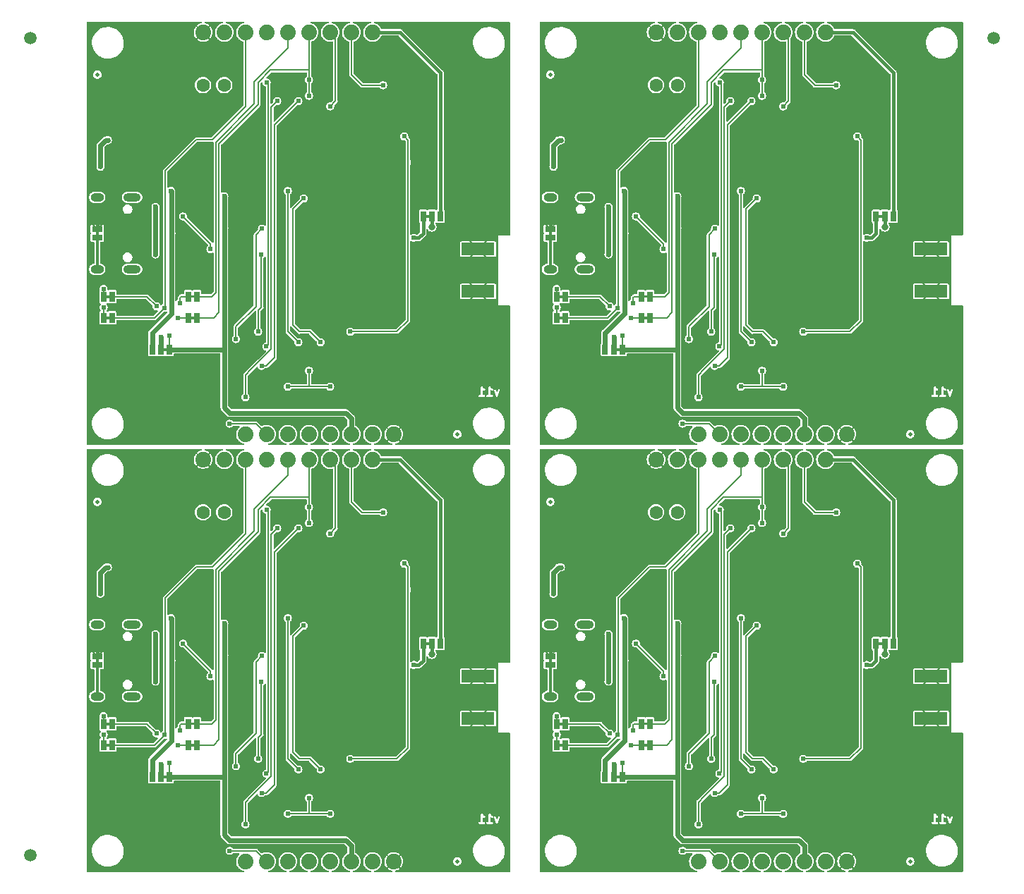
<source format=gbl>
%TF.GenerationSoftware,KiCad,Pcbnew,7.0.6*%
%TF.CreationDate,2023-09-13T14:16:39-06:00*%
%TF.ProjectId,SparkFun_GNSS_UM980_panelized,53706172-6b46-4756-9e5f-474e53535f55,rev?*%
%TF.SameCoordinates,Original*%
%TF.FileFunction,Copper,L4,Bot*%
%TF.FilePolarity,Positive*%
%FSLAX46Y46*%
G04 Gerber Fmt 4.6, Leading zero omitted, Abs format (unit mm)*
G04 Created by KiCad (PCBNEW 7.0.6) date 2023-09-13 14:16:39*
%MOMM*%
%LPD*%
G01*
G04 APERTURE LIST*
%ADD10C,0.250000*%
%TA.AperFunction,SMDPad,CuDef*%
%ADD11C,1.500000*%
%TD*%
%TA.AperFunction,SMDPad,CuDef*%
%ADD12R,0.660400X1.270000*%
%TD*%
%TA.AperFunction,SMDPad,CuDef*%
%ADD13C,0.500000*%
%TD*%
%TA.AperFunction,SMDPad,CuDef*%
%ADD14R,1.270000X0.660400*%
%TD*%
%TA.AperFunction,ComponentPad*%
%ADD15C,1.879600*%
%TD*%
%TA.AperFunction,ComponentPad*%
%ADD16C,1.600000*%
%TD*%
%TA.AperFunction,SMDPad,CuDef*%
%ADD17R,4.000000X1.500000*%
%TD*%
%TA.AperFunction,ComponentPad*%
%ADD18O,1.600000X1.000000*%
%TD*%
%TA.AperFunction,ComponentPad*%
%ADD19O,2.100000X1.000000*%
%TD*%
%TA.AperFunction,ViaPad*%
%ADD20C,0.609600*%
%TD*%
%TA.AperFunction,ViaPad*%
%ADD21C,0.800000*%
%TD*%
%TA.AperFunction,Conductor*%
%ADD22C,0.177800*%
%TD*%
%TA.AperFunction,Conductor*%
%ADD23C,0.348996*%
%TD*%
%TA.AperFunction,Conductor*%
%ADD24C,0.558800*%
%TD*%
%TA.AperFunction,Conductor*%
%ADD25C,0.406400*%
%TD*%
G04 APERTURE END LIST*
D10*
G36*
X104063092Y56932524D02*
G01*
X101198557Y56932524D01*
X101198557Y57182592D01*
X101341414Y57182592D01*
X101370673Y57118523D01*
X101429925Y57080444D01*
X101465142Y57075381D01*
X102036570Y57075381D01*
X102104150Y57095224D01*
X102150274Y57148454D01*
X102155182Y57182592D01*
X102293795Y57182592D01*
X102323054Y57118523D01*
X102382306Y57080444D01*
X102417523Y57075381D01*
X102988951Y57075381D01*
X103056531Y57095224D01*
X103102655Y57148454D01*
X103112679Y57218170D01*
X103083420Y57282239D01*
X103024168Y57320318D01*
X102988951Y57325381D01*
X102828237Y57325381D01*
X102828237Y57857124D01*
X102837811Y57850483D01*
X102933049Y57802864D01*
X103002368Y57790389D01*
X103067428Y57817372D01*
X103096910Y57859874D01*
X103197491Y57859874D01*
X103204567Y57825006D01*
X103442662Y57158339D01*
X103459315Y57135432D01*
X103473235Y57110766D01*
X103479748Y57107327D01*
X103484079Y57101370D01*
X103510471Y57091104D01*
X103535518Y57077878D01*
X103542856Y57078507D01*
X103549721Y57075836D01*
X103577478Y57081470D01*
X103605696Y57083884D01*
X103611529Y57088380D01*
X103618747Y57089844D01*
X103639050Y57109589D01*
X103661485Y57126877D01*
X103666399Y57136184D01*
X103669242Y57138948D01*
X103670327Y57143624D01*
X103678098Y57158339D01*
X103916193Y57825006D01*
X103920235Y57895323D01*
X103885619Y57956663D01*
X103823336Y57989551D01*
X103753159Y57983545D01*
X103697370Y57940552D01*
X103680757Y57909090D01*
X103560380Y57572034D01*
X103440003Y57909090D01*
X103398586Y57966059D01*
X103332944Y57991593D01*
X103263918Y57977585D01*
X103213423Y57928482D01*
X103197491Y57859874D01*
X103096910Y57859874D01*
X103107572Y57875245D01*
X103110054Y57945635D01*
X103074087Y58006193D01*
X103044852Y58026471D01*
X102967756Y58065019D01*
X102895615Y58137160D01*
X102807243Y58269719D01*
X102781008Y58291691D01*
X102755164Y58314085D01*
X102754083Y58314241D01*
X102753246Y58314942D01*
X102719313Y58319240D01*
X102685448Y58324109D01*
X102684453Y58323655D01*
X102683371Y58323792D01*
X102652520Y58309072D01*
X102621379Y58294850D01*
X102620788Y58293931D01*
X102619804Y58293461D01*
X102601811Y58264403D01*
X102583300Y58235598D01*
X102583095Y58234176D01*
X102582725Y58233577D01*
X102582754Y58231806D01*
X102578237Y58200381D01*
X102578237Y57325381D01*
X102417523Y57325381D01*
X102349943Y57305538D01*
X102303819Y57252308D01*
X102293795Y57182592D01*
X102155182Y57182592D01*
X102160298Y57218170D01*
X102131039Y57282239D01*
X102071787Y57320318D01*
X102036570Y57325381D01*
X101875856Y57325381D01*
X101875856Y57857124D01*
X101885430Y57850483D01*
X101980668Y57802864D01*
X102049987Y57790389D01*
X102115047Y57817372D01*
X102155191Y57875245D01*
X102157673Y57945635D01*
X102121706Y58006193D01*
X102092471Y58026471D01*
X102015375Y58065019D01*
X101943234Y58137160D01*
X101854862Y58269719D01*
X101828627Y58291691D01*
X101802783Y58314085D01*
X101801702Y58314241D01*
X101800865Y58314942D01*
X101766932Y58319240D01*
X101733067Y58324109D01*
X101732072Y58323655D01*
X101730990Y58323792D01*
X101700139Y58309072D01*
X101668998Y58294850D01*
X101668407Y58293931D01*
X101667423Y58293461D01*
X101649430Y58264403D01*
X101630919Y58235598D01*
X101630714Y58234176D01*
X101630344Y58233577D01*
X101630373Y58231806D01*
X101625856Y58200381D01*
X101625856Y57325381D01*
X101465142Y57325381D01*
X101397562Y57305538D01*
X101351438Y57252308D01*
X101341414Y57182592D01*
X101198557Y57182592D01*
X101198557Y58466966D01*
X104063092Y58466966D01*
X104063092Y56932524D01*
G37*
G36*
X104063092Y5632524D02*
G01*
X101198557Y5632524D01*
X101198557Y5882592D01*
X101341414Y5882592D01*
X101370673Y5818523D01*
X101429925Y5780444D01*
X101465142Y5775381D01*
X102036570Y5775381D01*
X102104150Y5795224D01*
X102150274Y5848454D01*
X102155182Y5882592D01*
X102293795Y5882592D01*
X102323054Y5818523D01*
X102382306Y5780444D01*
X102417523Y5775381D01*
X102988951Y5775381D01*
X103056531Y5795224D01*
X103102655Y5848454D01*
X103112679Y5918170D01*
X103083420Y5982239D01*
X103024168Y6020318D01*
X102988951Y6025381D01*
X102828237Y6025381D01*
X102828237Y6557124D01*
X102837811Y6550483D01*
X102933049Y6502864D01*
X103002368Y6490389D01*
X103067428Y6517372D01*
X103096910Y6559874D01*
X103197491Y6559874D01*
X103204567Y6525006D01*
X103442662Y5858339D01*
X103459315Y5835432D01*
X103473235Y5810766D01*
X103479748Y5807327D01*
X103484079Y5801370D01*
X103510471Y5791104D01*
X103535518Y5777878D01*
X103542856Y5778507D01*
X103549721Y5775836D01*
X103577478Y5781470D01*
X103605696Y5783884D01*
X103611529Y5788380D01*
X103618747Y5789844D01*
X103639050Y5809589D01*
X103661485Y5826877D01*
X103666399Y5836184D01*
X103669242Y5838948D01*
X103670327Y5843624D01*
X103678098Y5858339D01*
X103916193Y6525006D01*
X103920235Y6595323D01*
X103885619Y6656663D01*
X103823336Y6689551D01*
X103753159Y6683545D01*
X103697370Y6640552D01*
X103680757Y6609090D01*
X103560379Y6272034D01*
X103440003Y6609090D01*
X103398586Y6666059D01*
X103332944Y6691593D01*
X103263918Y6677585D01*
X103213423Y6628482D01*
X103197491Y6559874D01*
X103096910Y6559874D01*
X103107572Y6575245D01*
X103110054Y6645635D01*
X103074087Y6706193D01*
X103044852Y6726471D01*
X102967756Y6765019D01*
X102895615Y6837160D01*
X102807243Y6969719D01*
X102781008Y6991691D01*
X102755164Y7014085D01*
X102754083Y7014241D01*
X102753246Y7014942D01*
X102719313Y7019240D01*
X102685448Y7024109D01*
X102684453Y7023655D01*
X102683371Y7023792D01*
X102652520Y7009072D01*
X102621379Y6994850D01*
X102620788Y6993931D01*
X102619804Y6993461D01*
X102601811Y6964403D01*
X102583300Y6935598D01*
X102583095Y6934176D01*
X102582725Y6933577D01*
X102582754Y6931806D01*
X102578237Y6900381D01*
X102578237Y6025381D01*
X102417523Y6025381D01*
X102349943Y6005538D01*
X102303819Y5952308D01*
X102293795Y5882592D01*
X102155182Y5882592D01*
X102160298Y5918170D01*
X102131039Y5982239D01*
X102071787Y6020318D01*
X102036570Y6025381D01*
X101875856Y6025381D01*
X101875856Y6557124D01*
X101885430Y6550483D01*
X101980668Y6502864D01*
X102049987Y6490389D01*
X102115047Y6517372D01*
X102155191Y6575245D01*
X102157673Y6645635D01*
X102121706Y6706193D01*
X102092471Y6726471D01*
X102015375Y6765019D01*
X101943234Y6837160D01*
X101854862Y6969719D01*
X101828627Y6991691D01*
X101802783Y7014085D01*
X101801702Y7014241D01*
X101800865Y7014942D01*
X101766932Y7019240D01*
X101733067Y7024109D01*
X101732072Y7023655D01*
X101730990Y7023792D01*
X101700139Y7009072D01*
X101668998Y6994850D01*
X101668407Y6993931D01*
X101667423Y6993461D01*
X101649430Y6964403D01*
X101630919Y6935598D01*
X101630714Y6934176D01*
X101630344Y6933577D01*
X101630373Y6931806D01*
X101625856Y6900381D01*
X101625856Y6025381D01*
X101465142Y6025381D01*
X101397562Y6005538D01*
X101351438Y5952308D01*
X101341414Y5882592D01*
X101198557Y5882592D01*
X101198557Y7166966D01*
X104063092Y7166966D01*
X104063092Y5632524D01*
G37*
G36*
X49715092Y56932524D02*
G01*
X46850557Y56932524D01*
X46850557Y57182592D01*
X46993414Y57182592D01*
X47022673Y57118523D01*
X47081925Y57080444D01*
X47117142Y57075381D01*
X47688570Y57075381D01*
X47756150Y57095224D01*
X47802274Y57148454D01*
X47807182Y57182592D01*
X47945795Y57182592D01*
X47975054Y57118523D01*
X48034306Y57080444D01*
X48069523Y57075381D01*
X48640951Y57075381D01*
X48708531Y57095224D01*
X48754655Y57148454D01*
X48764679Y57218170D01*
X48735420Y57282239D01*
X48676168Y57320318D01*
X48640951Y57325381D01*
X48480237Y57325381D01*
X48480237Y57857124D01*
X48489811Y57850483D01*
X48585049Y57802864D01*
X48654368Y57790389D01*
X48719428Y57817372D01*
X48748910Y57859874D01*
X48849491Y57859874D01*
X48856567Y57825006D01*
X49094662Y57158339D01*
X49111315Y57135432D01*
X49125235Y57110766D01*
X49131748Y57107327D01*
X49136079Y57101370D01*
X49162471Y57091104D01*
X49187518Y57077878D01*
X49194856Y57078507D01*
X49201721Y57075836D01*
X49229478Y57081470D01*
X49257696Y57083884D01*
X49263529Y57088380D01*
X49270747Y57089844D01*
X49291050Y57109589D01*
X49313485Y57126877D01*
X49318399Y57136184D01*
X49321242Y57138948D01*
X49322327Y57143624D01*
X49330098Y57158339D01*
X49568193Y57825006D01*
X49572235Y57895323D01*
X49537619Y57956663D01*
X49475336Y57989551D01*
X49405159Y57983545D01*
X49349370Y57940552D01*
X49332757Y57909090D01*
X49212380Y57572034D01*
X49092003Y57909090D01*
X49050586Y57966059D01*
X48984944Y57991593D01*
X48915918Y57977585D01*
X48865423Y57928482D01*
X48849491Y57859874D01*
X48748910Y57859874D01*
X48759572Y57875245D01*
X48762054Y57945635D01*
X48726087Y58006193D01*
X48696852Y58026471D01*
X48619756Y58065019D01*
X48547615Y58137160D01*
X48459243Y58269719D01*
X48433008Y58291691D01*
X48407164Y58314085D01*
X48406083Y58314241D01*
X48405246Y58314942D01*
X48371313Y58319240D01*
X48337448Y58324109D01*
X48336453Y58323655D01*
X48335371Y58323792D01*
X48304520Y58309072D01*
X48273379Y58294850D01*
X48272788Y58293931D01*
X48271804Y58293461D01*
X48253811Y58264403D01*
X48235300Y58235598D01*
X48235095Y58234176D01*
X48234725Y58233577D01*
X48234754Y58231806D01*
X48230237Y58200381D01*
X48230237Y57325381D01*
X48069523Y57325381D01*
X48001943Y57305538D01*
X47955819Y57252308D01*
X47945795Y57182592D01*
X47807182Y57182592D01*
X47812298Y57218170D01*
X47783039Y57282239D01*
X47723787Y57320318D01*
X47688570Y57325381D01*
X47527856Y57325381D01*
X47527856Y57857124D01*
X47537430Y57850483D01*
X47632668Y57802864D01*
X47701987Y57790389D01*
X47767047Y57817372D01*
X47807191Y57875245D01*
X47809673Y57945635D01*
X47773706Y58006193D01*
X47744471Y58026471D01*
X47667375Y58065019D01*
X47595234Y58137160D01*
X47506862Y58269719D01*
X47480627Y58291691D01*
X47454783Y58314085D01*
X47453702Y58314241D01*
X47452865Y58314942D01*
X47418932Y58319240D01*
X47385067Y58324109D01*
X47384072Y58323655D01*
X47382990Y58323792D01*
X47352139Y58309072D01*
X47320998Y58294850D01*
X47320407Y58293931D01*
X47319423Y58293461D01*
X47301430Y58264403D01*
X47282919Y58235598D01*
X47282714Y58234176D01*
X47282344Y58233577D01*
X47282373Y58231806D01*
X47277856Y58200381D01*
X47277856Y57325381D01*
X47117142Y57325381D01*
X47049562Y57305538D01*
X47003438Y57252308D01*
X46993414Y57182592D01*
X46850557Y57182592D01*
X46850557Y58466966D01*
X49715092Y58466966D01*
X49715092Y56932524D01*
G37*
G36*
X49715092Y5632524D02*
G01*
X46850557Y5632524D01*
X46850557Y5882592D01*
X46993414Y5882592D01*
X47022673Y5818523D01*
X47081925Y5780444D01*
X47117142Y5775381D01*
X47688570Y5775381D01*
X47756150Y5795224D01*
X47802274Y5848454D01*
X47807182Y5882592D01*
X47945795Y5882592D01*
X47975054Y5818523D01*
X48034306Y5780444D01*
X48069523Y5775381D01*
X48640951Y5775381D01*
X48708531Y5795224D01*
X48754655Y5848454D01*
X48764679Y5918170D01*
X48735420Y5982239D01*
X48676168Y6020318D01*
X48640951Y6025381D01*
X48480237Y6025381D01*
X48480237Y6557124D01*
X48489811Y6550483D01*
X48585049Y6502864D01*
X48654368Y6490389D01*
X48719428Y6517372D01*
X48748910Y6559874D01*
X48849491Y6559874D01*
X48856567Y6525006D01*
X49094662Y5858339D01*
X49111315Y5835432D01*
X49125235Y5810766D01*
X49131748Y5807327D01*
X49136079Y5801370D01*
X49162471Y5791104D01*
X49187518Y5777878D01*
X49194856Y5778507D01*
X49201721Y5775836D01*
X49229478Y5781470D01*
X49257696Y5783884D01*
X49263529Y5788380D01*
X49270747Y5789844D01*
X49291050Y5809589D01*
X49313485Y5826877D01*
X49318399Y5836184D01*
X49321242Y5838948D01*
X49322327Y5843624D01*
X49330098Y5858339D01*
X49568193Y6525006D01*
X49572235Y6595323D01*
X49537619Y6656663D01*
X49475336Y6689551D01*
X49405159Y6683545D01*
X49349370Y6640552D01*
X49332757Y6609090D01*
X49212380Y6272034D01*
X49092003Y6609090D01*
X49050586Y6666059D01*
X48984944Y6691593D01*
X48915918Y6677585D01*
X48865423Y6628482D01*
X48849491Y6559874D01*
X48748910Y6559874D01*
X48759572Y6575245D01*
X48762054Y6645635D01*
X48726087Y6706193D01*
X48696852Y6726471D01*
X48619756Y6765019D01*
X48547615Y6837160D01*
X48459243Y6969719D01*
X48433008Y6991691D01*
X48407164Y7014085D01*
X48406083Y7014241D01*
X48405246Y7014942D01*
X48371313Y7019240D01*
X48337448Y7024109D01*
X48336453Y7023655D01*
X48335371Y7023792D01*
X48304520Y7009072D01*
X48273379Y6994850D01*
X48272788Y6993931D01*
X48271804Y6993461D01*
X48253811Y6964403D01*
X48235300Y6935598D01*
X48235095Y6934176D01*
X48234725Y6933577D01*
X48234754Y6931806D01*
X48230237Y6900381D01*
X48230237Y6025381D01*
X48069523Y6025381D01*
X48001943Y6005538D01*
X47955819Y5952308D01*
X47945795Y5882592D01*
X47807182Y5882592D01*
X47812298Y5918170D01*
X47783039Y5982239D01*
X47723787Y6020318D01*
X47688570Y6025381D01*
X47527856Y6025381D01*
X47527856Y6557124D01*
X47537430Y6550483D01*
X47632668Y6502864D01*
X47701987Y6490389D01*
X47767047Y6517372D01*
X47807191Y6575245D01*
X47809673Y6645635D01*
X47773706Y6706193D01*
X47744471Y6726471D01*
X47667375Y6765019D01*
X47595234Y6837160D01*
X47506862Y6969719D01*
X47480627Y6991691D01*
X47454783Y7014085D01*
X47453702Y7014241D01*
X47452865Y7014942D01*
X47418932Y7019240D01*
X47385067Y7024109D01*
X47384072Y7023655D01*
X47382990Y7023792D01*
X47352139Y7009072D01*
X47320998Y6994850D01*
X47320407Y6993931D01*
X47319423Y6993461D01*
X47301430Y6964403D01*
X47282919Y6935598D01*
X47282714Y6934176D01*
X47282344Y6933577D01*
X47282373Y6931806D01*
X47277856Y6900381D01*
X47277856Y6025381D01*
X47117142Y6025381D01*
X47049562Y6005538D01*
X47003438Y5952308D01*
X46993414Y5882592D01*
X46850557Y5882592D01*
X46850557Y7166966D01*
X49715092Y7166966D01*
X49715092Y5632524D01*
G37*
%TA.AperFunction,EtchedComponent*%
%TO.C,JP5*%
G36*
X67298000Y66390000D02*
G01*
X66798000Y66390000D01*
X66798000Y66690000D01*
X67298000Y66690000D01*
X67298000Y66390000D01*
G37*
%TD.AperFunction*%
%TA.AperFunction,EtchedComponent*%
G36*
X67298000Y15090000D02*
G01*
X66798000Y15090000D01*
X66798000Y15390000D01*
X67298000Y15390000D01*
X67298000Y15090000D01*
G37*
%TD.AperFunction*%
%TA.AperFunction,EtchedComponent*%
G36*
X12950000Y66390000D02*
G01*
X12450000Y66390000D01*
X12450000Y66690000D01*
X12950000Y66690000D01*
X12950000Y66390000D01*
G37*
%TD.AperFunction*%
%TA.AperFunction,EtchedComponent*%
%TO.C,JP2*%
G36*
X57138000Y68930000D02*
G01*
X56638000Y68930000D01*
X56638000Y69230000D01*
X57138000Y69230000D01*
X57138000Y68930000D01*
G37*
%TD.AperFunction*%
%TA.AperFunction,EtchedComponent*%
G36*
X57138000Y17630000D02*
G01*
X56638000Y17630000D01*
X56638000Y17930000D01*
X57138000Y17930000D01*
X57138000Y17630000D01*
G37*
%TD.AperFunction*%
%TA.AperFunction,EtchedComponent*%
G36*
X2790000Y68930000D02*
G01*
X2290000Y68930000D01*
X2290000Y69230000D01*
X2790000Y69230000D01*
X2790000Y68930000D01*
G37*
%TD.AperFunction*%
%TA.AperFunction,EtchedComponent*%
%TO.C,JP4*%
G36*
X67298000Y68950000D02*
G01*
X66798000Y68950000D01*
X66798000Y69250000D01*
X67298000Y69250000D01*
X67298000Y68950000D01*
G37*
%TD.AperFunction*%
%TA.AperFunction,EtchedComponent*%
G36*
X67298000Y17650000D02*
G01*
X66798000Y17650000D01*
X66798000Y17950000D01*
X67298000Y17950000D01*
X67298000Y17650000D01*
G37*
%TD.AperFunction*%
%TA.AperFunction,EtchedComponent*%
G36*
X12950000Y68950000D02*
G01*
X12450000Y68950000D01*
X12450000Y69250000D01*
X12950000Y69250000D01*
X12950000Y68950000D01*
G37*
%TD.AperFunction*%
%TA.AperFunction,EtchedComponent*%
%TO.C,JP1*%
G36*
X95500000Y78582000D02*
G01*
X94950000Y78582000D01*
X94950000Y78882000D01*
X95500000Y78882000D01*
X95500000Y78582000D01*
G37*
%TD.AperFunction*%
%TA.AperFunction,EtchedComponent*%
G36*
X95500000Y27282000D02*
G01*
X94950000Y27282000D01*
X94950000Y27582000D01*
X95500000Y27582000D01*
X95500000Y27282000D01*
G37*
%TD.AperFunction*%
%TA.AperFunction,EtchedComponent*%
G36*
X41152000Y78582000D02*
G01*
X40602000Y78582000D01*
X40602000Y78882000D01*
X41152000Y78882000D01*
X41152000Y78582000D01*
G37*
%TD.AperFunction*%
%TA.AperFunction,EtchedComponent*%
%TO.C,JP6*%
G36*
X64038000Y62580000D02*
G01*
X63488000Y62580000D01*
X63488000Y62880000D01*
X64038000Y62880000D01*
X64038000Y62580000D01*
G37*
%TD.AperFunction*%
%TA.AperFunction,EtchedComponent*%
G36*
X64038000Y11280000D02*
G01*
X63488000Y11280000D01*
X63488000Y11580000D01*
X64038000Y11580000D01*
X64038000Y11280000D01*
G37*
%TD.AperFunction*%
%TA.AperFunction,EtchedComponent*%
G36*
X9690000Y62580000D02*
G01*
X9140000Y62580000D01*
X9140000Y62880000D01*
X9690000Y62880000D01*
X9690000Y62580000D01*
G37*
%TD.AperFunction*%
%TA.AperFunction,EtchedComponent*%
%TO.C,JP7*%
G36*
X55768000Y76450000D02*
G01*
X55468000Y76450000D01*
X55468000Y76950000D01*
X55768000Y76950000D01*
X55768000Y76450000D01*
G37*
%TD.AperFunction*%
%TA.AperFunction,EtchedComponent*%
G36*
X55768000Y25150000D02*
G01*
X55468000Y25150000D01*
X55468000Y25650000D01*
X55768000Y25650000D01*
X55768000Y25150000D01*
G37*
%TD.AperFunction*%
%TA.AperFunction,EtchedComponent*%
G36*
X1420000Y76450000D02*
G01*
X1120000Y76450000D01*
X1120000Y76950000D01*
X1420000Y76950000D01*
X1420000Y76450000D01*
G37*
%TD.AperFunction*%
%TA.AperFunction,EtchedComponent*%
%TO.C,JP3*%
G36*
X57138000Y66390000D02*
G01*
X56638000Y66390000D01*
X56638000Y66690000D01*
X57138000Y66690000D01*
X57138000Y66390000D01*
G37*
%TD.AperFunction*%
%TA.AperFunction,EtchedComponent*%
G36*
X57138000Y15090000D02*
G01*
X56638000Y15090000D01*
X56638000Y15390000D01*
X57138000Y15390000D01*
X57138000Y15090000D01*
G37*
%TD.AperFunction*%
%TA.AperFunction,EtchedComponent*%
G36*
X2790000Y66390000D02*
G01*
X2290000Y66390000D01*
X2290000Y66690000D01*
X2790000Y66690000D01*
X2790000Y66390000D01*
G37*
%TD.AperFunction*%
%TA.AperFunction,EtchedComponent*%
G36*
X2790000Y15090000D02*
G01*
X2290000Y15090000D01*
X2290000Y15390000D01*
X2790000Y15390000D01*
X2790000Y15090000D01*
G37*
%TD.AperFunction*%
%TA.AperFunction,EtchedComponent*%
%TO.C,JP7*%
G36*
X1420000Y25150000D02*
G01*
X1120000Y25150000D01*
X1120000Y25650000D01*
X1420000Y25650000D01*
X1420000Y25150000D01*
G37*
%TD.AperFunction*%
%TA.AperFunction,EtchedComponent*%
%TO.C,JP6*%
G36*
X9690000Y11280000D02*
G01*
X9140000Y11280000D01*
X9140000Y11580000D01*
X9690000Y11580000D01*
X9690000Y11280000D01*
G37*
%TD.AperFunction*%
%TA.AperFunction,EtchedComponent*%
%TO.C,JP1*%
G36*
X41152000Y27282000D02*
G01*
X40602000Y27282000D01*
X40602000Y27582000D01*
X41152000Y27582000D01*
X41152000Y27282000D01*
G37*
%TD.AperFunction*%
%TA.AperFunction,EtchedComponent*%
%TO.C,JP4*%
G36*
X12950000Y17650000D02*
G01*
X12450000Y17650000D01*
X12450000Y17950000D01*
X12950000Y17950000D01*
X12950000Y17650000D01*
G37*
%TD.AperFunction*%
%TA.AperFunction,EtchedComponent*%
%TO.C,JP2*%
G36*
X2790000Y17630000D02*
G01*
X2290000Y17630000D01*
X2290000Y17930000D01*
X2790000Y17930000D01*
X2790000Y17630000D01*
G37*
%TD.AperFunction*%
%TA.AperFunction,EtchedComponent*%
%TO.C,JP5*%
G36*
X12950000Y15090000D02*
G01*
X12450000Y15090000D01*
X12450000Y15390000D01*
X12950000Y15390000D01*
X12950000Y15090000D01*
G37*
%TD.AperFunction*%
%TD*%
D11*
%TO.P,,*%
%TO.N,*%
X108823000Y100100000D03*
%TD*%
%TO.P,,*%
%TO.N,*%
X-6723000Y2000000D03*
%TD*%
%TO.P,,*%
%TO.N,*%
X-6723000Y100100000D03*
%TD*%
D12*
%TO.P,JP5,1,A*%
%TO.N,Net-(JP5-A)*%
X66527300Y66540000D03*
%TO.P,JP5,2,B*%
%TO.N,RTK_STAT*%
X67568700Y66540000D03*
%TD*%
%TO.P,JP5,1,A*%
%TO.N,Net-(JP5-A)*%
X66527300Y15240000D03*
%TO.P,JP5,2,B*%
%TO.N,RTK_STAT*%
X67568700Y15240000D03*
%TD*%
%TO.P,JP5,1,A*%
%TO.N,Net-(JP5-A)*%
X12179300Y66540000D03*
%TO.P,JP5,2,B*%
%TO.N,RTK_STAT*%
X13220700Y66540000D03*
%TD*%
%TO.P,JP2,1,A*%
%TO.N,Net-(JP2-A)*%
X56367300Y69080000D03*
%TO.P,JP2,2,B*%
%TO.N,+3.3V*%
X57408700Y69080000D03*
%TD*%
%TO.P,JP2,1,A*%
%TO.N,Net-(JP2-A)*%
X56367300Y17780000D03*
%TO.P,JP2,2,B*%
%TO.N,+3.3V*%
X57408700Y17780000D03*
%TD*%
%TO.P,JP2,1,A*%
%TO.N,Net-(JP2-A)*%
X2019300Y69080000D03*
%TO.P,JP2,2,B*%
%TO.N,+3.3V*%
X3060700Y69080000D03*
%TD*%
%TO.P,JP4,1,A*%
%TO.N,Net-(JP4-A)*%
X66527300Y69100000D03*
%TO.P,JP4,2,B*%
%TO.N,PVT_STAT*%
X67568700Y69100000D03*
%TD*%
%TO.P,JP4,1,A*%
%TO.N,Net-(JP4-A)*%
X66527300Y17800000D03*
%TO.P,JP4,2,B*%
%TO.N,PVT_STAT*%
X67568700Y17800000D03*
%TD*%
%TO.P,JP4,1,A*%
%TO.N,Net-(JP4-A)*%
X12179300Y69100000D03*
%TO.P,JP4,2,B*%
%TO.N,PVT_STAT*%
X13220700Y69100000D03*
%TD*%
D13*
%TO.P,FID1,*%
%TO.N,*%
X98798000Y52570000D03*
%TD*%
%TO.P,FID1,*%
%TO.N,*%
X98798000Y1270000D03*
%TD*%
%TO.P,FID1,*%
%TO.N,*%
X44450000Y52570000D03*
%TD*%
%TO.P,FID2,*%
%TO.N,*%
X55618000Y95750000D03*
%TD*%
%TO.P,FID2,*%
%TO.N,*%
X55618000Y44450000D03*
%TD*%
%TO.P,FID2,*%
%TO.N,*%
X1270000Y95750000D03*
%TD*%
D12*
%TO.P,JP1,1,A*%
%TO.N,VCC_RF*%
X94708600Y78732000D03*
%TO.P,JP1,2,C*%
%TO.N,ANT_BIAS*%
X95750000Y78732000D03*
%TO.P,JP1,3,B*%
%TO.N,V_ANT_EXT*%
X96791400Y78732000D03*
%TD*%
%TO.P,JP1,1,A*%
%TO.N,VCC_RF*%
X94708600Y27432000D03*
%TO.P,JP1,2,C*%
%TO.N,ANT_BIAS*%
X95750000Y27432000D03*
%TO.P,JP1,3,B*%
%TO.N,V_ANT_EXT*%
X96791400Y27432000D03*
%TD*%
%TO.P,JP1,1,A*%
%TO.N,VCC_RF*%
X40360600Y78732000D03*
%TO.P,JP1,2,C*%
%TO.N,ANT_BIAS*%
X41402000Y78732000D03*
%TO.P,JP1,3,B*%
%TO.N,V_ANT_EXT*%
X42443400Y78732000D03*
%TD*%
%TO.P,JP6,1,A*%
%TO.N,+3.3V*%
X64279400Y62730000D03*
%TO.P,JP6,2,C*%
%TO.N,Net-(J6-Pin_1)*%
X63238000Y62730000D03*
%TO.P,JP6,3,B*%
%TO.N,+5V*%
X62196600Y62730000D03*
%TD*%
%TO.P,JP6,1,A*%
%TO.N,+3.3V*%
X64279400Y11430000D03*
%TO.P,JP6,2,C*%
%TO.N,Net-(J6-Pin_1)*%
X63238000Y11430000D03*
%TO.P,JP6,3,B*%
%TO.N,+5V*%
X62196600Y11430000D03*
%TD*%
%TO.P,JP6,1,A*%
%TO.N,+3.3V*%
X9931400Y62730000D03*
%TO.P,JP6,2,C*%
%TO.N,Net-(J6-Pin_1)*%
X8890000Y62730000D03*
%TO.P,JP6,3,B*%
%TO.N,+5V*%
X7848600Y62730000D03*
%TD*%
D14*
%TO.P,JP7,1,A*%
%TO.N,GND*%
X55618000Y77220700D03*
%TO.P,JP7,2,B*%
%TO.N,Net-(J1-SHIELD)*%
X55618000Y76179300D03*
%TD*%
%TO.P,JP7,1,A*%
%TO.N,GND*%
X55618000Y25920700D03*
%TO.P,JP7,2,B*%
%TO.N,Net-(J1-SHIELD)*%
X55618000Y24879300D03*
%TD*%
%TO.P,JP7,1,A*%
%TO.N,GND*%
X1270000Y77220700D03*
%TO.P,JP7,2,B*%
%TO.N,Net-(J1-SHIELD)*%
X1270000Y76179300D03*
%TD*%
D12*
%TO.P,JP3,1,A*%
%TO.N,Net-(JP3-A)*%
X56367300Y66540000D03*
%TO.P,JP3,2,B*%
%TO.N,PPS*%
X57408700Y66540000D03*
%TD*%
%TO.P,JP3,1,A*%
%TO.N,Net-(JP3-A)*%
X56367300Y15240000D03*
%TO.P,JP3,2,B*%
%TO.N,PPS*%
X57408700Y15240000D03*
%TD*%
%TO.P,JP3,1,A*%
%TO.N,Net-(JP3-A)*%
X2019300Y66540000D03*
%TO.P,JP3,2,B*%
%TO.N,PPS*%
X3060700Y66540000D03*
%TD*%
D15*
%TO.P,J4,1,Pin_1*%
%TO.N,TXD2*%
X73398000Y52570000D03*
%TO.P,J4,2,Pin_2*%
%TO.N,RXD2*%
X75938000Y52570000D03*
%TD*%
%TO.P,J4,1,Pin_1*%
%TO.N,TXD2*%
X73398000Y1270000D03*
%TO.P,J4,2,Pin_2*%
%TO.N,RXD2*%
X75938000Y1270000D03*
%TD*%
%TO.P,J4,1,Pin_1*%
%TO.N,TXD2*%
X19050000Y52570000D03*
%TO.P,J4,2,Pin_2*%
%TO.N,RXD2*%
X21590000Y52570000D03*
%TD*%
D16*
%TO.P,TP1,1,1*%
%TO.N,Net-(R13-Pad2)*%
X70858000Y94480000D03*
%TD*%
%TO.P,TP1,1,1*%
%TO.N,Net-(R13-Pad2)*%
X70858000Y43180000D03*
%TD*%
%TO.P,TP1,1,1*%
%TO.N,Net-(R13-Pad2)*%
X16510000Y94480000D03*
%TD*%
D15*
%TO.P,J7,1,Pin_1*%
%TO.N,unconnected-(J7-Pin_1-Pad1)*%
X78478000Y52570000D03*
%TO.P,J7,2,Pin_2*%
%TO.N,TXD3*%
X81018000Y52570000D03*
%TO.P,J7,3,Pin_3*%
%TO.N,RXD3*%
X83558000Y52570000D03*
%TO.P,J7,4,Pin_4*%
%TO.N,+3.3V*%
X86098000Y52570000D03*
%TO.P,J7,5,Pin_5*%
%TO.N,unconnected-(J7-Pin_5-Pad5)*%
X88638000Y52570000D03*
%TO.P,J7,6,Pin_6*%
%TO.N,GND*%
X91178000Y52570000D03*
%TD*%
%TO.P,J7,1,Pin_1*%
%TO.N,unconnected-(J7-Pin_1-Pad1)*%
X78478000Y1270000D03*
%TO.P,J7,2,Pin_2*%
%TO.N,TXD3*%
X81018000Y1270000D03*
%TO.P,J7,3,Pin_3*%
%TO.N,RXD3*%
X83558000Y1270000D03*
%TO.P,J7,4,Pin_4*%
%TO.N,+3.3V*%
X86098000Y1270000D03*
%TO.P,J7,5,Pin_5*%
%TO.N,unconnected-(J7-Pin_5-Pad5)*%
X88638000Y1270000D03*
%TO.P,J7,6,Pin_6*%
%TO.N,GND*%
X91178000Y1270000D03*
%TD*%
%TO.P,J7,1,Pin_1*%
%TO.N,unconnected-(J7-Pin_1-Pad1)*%
X24130000Y52570000D03*
%TO.P,J7,2,Pin_2*%
%TO.N,TXD3*%
X26670000Y52570000D03*
%TO.P,J7,3,Pin_3*%
%TO.N,RXD3*%
X29210000Y52570000D03*
%TO.P,J7,4,Pin_4*%
%TO.N,+3.3V*%
X31750000Y52570000D03*
%TO.P,J7,5,Pin_5*%
%TO.N,unconnected-(J7-Pin_5-Pad5)*%
X34290000Y52570000D03*
%TO.P,J7,6,Pin_6*%
%TO.N,GND*%
X36830000Y52570000D03*
%TD*%
D17*
%TO.P,J5,2,2*%
%TO.N,GND*%
X101301150Y74795000D03*
%TO.P,J5,4,4*%
X101301150Y69715000D03*
%TD*%
%TO.P,J5,2,2*%
%TO.N,GND*%
X101301150Y23495000D03*
%TO.P,J5,4,4*%
X101301150Y18415000D03*
%TD*%
%TO.P,J5,2,2*%
%TO.N,GND*%
X46953150Y74795000D03*
%TO.P,J5,4,4*%
X46953150Y69715000D03*
%TD*%
D16*
%TO.P,TP2,1,1*%
%TO.N,Net-(R14-Pad2)*%
X68318000Y94480000D03*
%TD*%
%TO.P,TP2,1,1*%
%TO.N,Net-(R14-Pad2)*%
X68318000Y43180000D03*
%TD*%
%TO.P,TP2,1,1*%
%TO.N,Net-(R14-Pad2)*%
X13970000Y94480000D03*
%TD*%
D15*
%TO.P,J8,1,Pin_1*%
%TO.N,V_ANT_EXT*%
X88638000Y100830000D03*
%TO.P,J8,2,Pin_2*%
%TO.N,~{RESET}*%
X86098000Y100830000D03*
%TO.P,J8,3,Pin_3*%
%TO.N,ERR_STAT*%
X83558000Y100830000D03*
%TO.P,J8,4,Pin_4*%
%TO.N,RTK_STAT*%
X81018000Y100830000D03*
%TO.P,J8,5,Pin_5*%
%TO.N,PVT_STAT*%
X78478000Y100830000D03*
%TO.P,J8,6,Pin_6*%
%TO.N,EVENT*%
X75938000Y100830000D03*
%TO.P,J8,7,Pin_7*%
%TO.N,PPS*%
X73398000Y100830000D03*
%TO.P,J8,8,Pin_8*%
%TO.N,+5V*%
X70858000Y100830000D03*
%TO.P,J8,9,Pin_9*%
%TO.N,GND*%
X68318000Y100830000D03*
%TD*%
%TO.P,J8,1,Pin_1*%
%TO.N,V_ANT_EXT*%
X88638000Y49530000D03*
%TO.P,J8,2,Pin_2*%
%TO.N,~{RESET}*%
X86098000Y49530000D03*
%TO.P,J8,3,Pin_3*%
%TO.N,ERR_STAT*%
X83558000Y49530000D03*
%TO.P,J8,4,Pin_4*%
%TO.N,RTK_STAT*%
X81018000Y49530000D03*
%TO.P,J8,5,Pin_5*%
%TO.N,PVT_STAT*%
X78478000Y49530000D03*
%TO.P,J8,6,Pin_6*%
%TO.N,EVENT*%
X75938000Y49530000D03*
%TO.P,J8,7,Pin_7*%
%TO.N,PPS*%
X73398000Y49530000D03*
%TO.P,J8,8,Pin_8*%
%TO.N,+5V*%
X70858000Y49530000D03*
%TO.P,J8,9,Pin_9*%
%TO.N,GND*%
X68318000Y49530000D03*
%TD*%
%TO.P,J8,1,Pin_1*%
%TO.N,V_ANT_EXT*%
X34290000Y100830000D03*
%TO.P,J8,2,Pin_2*%
%TO.N,~{RESET}*%
X31750000Y100830000D03*
%TO.P,J8,3,Pin_3*%
%TO.N,ERR_STAT*%
X29210000Y100830000D03*
%TO.P,J8,4,Pin_4*%
%TO.N,RTK_STAT*%
X26670000Y100830000D03*
%TO.P,J8,5,Pin_5*%
%TO.N,PVT_STAT*%
X24130000Y100830000D03*
%TO.P,J8,6,Pin_6*%
%TO.N,EVENT*%
X21590000Y100830000D03*
%TO.P,J8,7,Pin_7*%
%TO.N,PPS*%
X19050000Y100830000D03*
%TO.P,J8,8,Pin_8*%
%TO.N,+5V*%
X16510000Y100830000D03*
%TO.P,J8,9,Pin_9*%
%TO.N,GND*%
X13970000Y100830000D03*
%TD*%
D18*
%TO.P,J1,NC1,NC*%
%TO.N,unconnected-(J1-NC-PadNC1)*%
X55603000Y81018000D03*
D19*
%TO.P,J1,NC2,NC*%
%TO.N,unconnected-(J1-NC-PadNC2)*%
X59783000Y81018000D03*
%TO.P,J1,NC3,NC*%
%TO.N,unconnected-(J1-NC-PadNC3)*%
X59783000Y72382000D03*
D18*
%TO.P,J1,S,SHIELD*%
%TO.N,Net-(J1-SHIELD)*%
X55603000Y72382000D03*
%TD*%
%TO.P,J1,NC1,NC*%
%TO.N,unconnected-(J1-NC-PadNC1)*%
X55603000Y29718000D03*
D19*
%TO.P,J1,NC2,NC*%
%TO.N,unconnected-(J1-NC-PadNC2)*%
X59783000Y29718000D03*
%TO.P,J1,NC3,NC*%
%TO.N,unconnected-(J1-NC-PadNC3)*%
X59783000Y21082000D03*
D18*
%TO.P,J1,S,SHIELD*%
%TO.N,Net-(J1-SHIELD)*%
X55603000Y21082000D03*
%TD*%
%TO.P,J1,NC1,NC*%
%TO.N,unconnected-(J1-NC-PadNC1)*%
X1255000Y81018000D03*
D19*
%TO.P,J1,NC2,NC*%
%TO.N,unconnected-(J1-NC-PadNC2)*%
X5435000Y81018000D03*
%TO.P,J1,NC3,NC*%
%TO.N,unconnected-(J1-NC-PadNC3)*%
X5435000Y72382000D03*
D18*
%TO.P,J1,S,SHIELD*%
%TO.N,Net-(J1-SHIELD)*%
X1255000Y72382000D03*
%TD*%
%TO.P,J1,NC1,NC*%
%TO.N,unconnected-(J1-NC-PadNC1)*%
X1255000Y29718000D03*
D19*
%TO.P,J1,NC2,NC*%
%TO.N,unconnected-(J1-NC-PadNC2)*%
X5435000Y29718000D03*
%TO.P,J1,NC3,NC*%
%TO.N,unconnected-(J1-NC-PadNC3)*%
X5435000Y21082000D03*
D18*
%TO.P,J1,S,SHIELD*%
%TO.N,Net-(J1-SHIELD)*%
X1255000Y21082000D03*
%TD*%
D15*
%TO.P,J8,1,Pin_1*%
%TO.N,V_ANT_EXT*%
X34290000Y49530000D03*
%TO.P,J8,2,Pin_2*%
%TO.N,~{RESET}*%
X31750000Y49530000D03*
%TO.P,J8,3,Pin_3*%
%TO.N,ERR_STAT*%
X29210000Y49530000D03*
%TO.P,J8,4,Pin_4*%
%TO.N,RTK_STAT*%
X26670000Y49530000D03*
%TO.P,J8,5,Pin_5*%
%TO.N,PVT_STAT*%
X24130000Y49530000D03*
%TO.P,J8,6,Pin_6*%
%TO.N,EVENT*%
X21590000Y49530000D03*
%TO.P,J8,7,Pin_7*%
%TO.N,PPS*%
X19050000Y49530000D03*
%TO.P,J8,8,Pin_8*%
%TO.N,+5V*%
X16510000Y49530000D03*
%TO.P,J8,9,Pin_9*%
%TO.N,GND*%
X13970000Y49530000D03*
%TD*%
D16*
%TO.P,TP2,1,1*%
%TO.N,Net-(R14-Pad2)*%
X13970000Y43180000D03*
%TD*%
D17*
%TO.P,J5,2,2*%
%TO.N,GND*%
X46953150Y23495000D03*
%TO.P,J5,4,4*%
X46953150Y18415000D03*
%TD*%
D15*
%TO.P,J7,1,Pin_1*%
%TO.N,unconnected-(J7-Pin_1-Pad1)*%
X24130000Y1270000D03*
%TO.P,J7,2,Pin_2*%
%TO.N,TXD3*%
X26670000Y1270000D03*
%TO.P,J7,3,Pin_3*%
%TO.N,RXD3*%
X29210000Y1270000D03*
%TO.P,J7,4,Pin_4*%
%TO.N,+3.3V*%
X31750000Y1270000D03*
%TO.P,J7,5,Pin_5*%
%TO.N,unconnected-(J7-Pin_5-Pad5)*%
X34290000Y1270000D03*
%TO.P,J7,6,Pin_6*%
%TO.N,GND*%
X36830000Y1270000D03*
%TD*%
D16*
%TO.P,TP1,1,1*%
%TO.N,Net-(R13-Pad2)*%
X16510000Y43180000D03*
%TD*%
D15*
%TO.P,J4,1,Pin_1*%
%TO.N,TXD2*%
X19050000Y1270000D03*
%TO.P,J4,2,Pin_2*%
%TO.N,RXD2*%
X21590000Y1270000D03*
%TD*%
D12*
%TO.P,JP3,1,A*%
%TO.N,Net-(JP3-A)*%
X2019300Y15240000D03*
%TO.P,JP3,2,B*%
%TO.N,PPS*%
X3060700Y15240000D03*
%TD*%
D14*
%TO.P,JP7,1,A*%
%TO.N,GND*%
X1270000Y25920700D03*
%TO.P,JP7,2,B*%
%TO.N,Net-(J1-SHIELD)*%
X1270000Y24879300D03*
%TD*%
D12*
%TO.P,JP6,1,A*%
%TO.N,+3.3V*%
X9931400Y11430000D03*
%TO.P,JP6,2,C*%
%TO.N,Net-(J6-Pin_1)*%
X8890000Y11430000D03*
%TO.P,JP6,3,B*%
%TO.N,+5V*%
X7848600Y11430000D03*
%TD*%
%TO.P,JP1,1,A*%
%TO.N,VCC_RF*%
X40360600Y27432000D03*
%TO.P,JP1,2,C*%
%TO.N,ANT_BIAS*%
X41402000Y27432000D03*
%TO.P,JP1,3,B*%
%TO.N,V_ANT_EXT*%
X42443400Y27432000D03*
%TD*%
D13*
%TO.P,FID2,*%
%TO.N,*%
X1270000Y44450000D03*
%TD*%
%TO.P,FID1,*%
%TO.N,*%
X44450000Y1270000D03*
%TD*%
D12*
%TO.P,JP4,1,A*%
%TO.N,Net-(JP4-A)*%
X12179300Y17800000D03*
%TO.P,JP4,2,B*%
%TO.N,PVT_STAT*%
X13220700Y17800000D03*
%TD*%
%TO.P,JP2,1,A*%
%TO.N,Net-(JP2-A)*%
X2019300Y17780000D03*
%TO.P,JP2,2,B*%
%TO.N,+3.3V*%
X3060700Y17780000D03*
%TD*%
%TO.P,JP5,1,A*%
%TO.N,Net-(JP5-A)*%
X12179300Y15240000D03*
%TO.P,JP5,2,B*%
%TO.N,RTK_STAT*%
X13220700Y15240000D03*
%TD*%
D20*
%TO.N,Net-(U5-~{RESET})*%
X92448000Y88333700D03*
X92448000Y37033700D03*
X38100000Y88333700D03*
X85971000Y64889000D03*
X85971000Y13589000D03*
X31623000Y64889000D03*
%TO.N,Net-(U5-RXD3)*%
X82415000Y63619000D03*
X82415000Y12319000D03*
X28067000Y63619000D03*
X80383000Y80882102D03*
X80383000Y29582102D03*
X26035000Y80882102D03*
%TO.N,Net-(U5-TXD3)*%
X79748000Y63619000D03*
X79748000Y12319000D03*
X25400000Y63619000D03*
X78478000Y81780000D03*
X78478000Y30480000D03*
X24130000Y81780000D03*
%TO.N,+3.3V_A*%
X75379700Y77250000D03*
X75379700Y25950000D03*
X21031700Y77250000D03*
X72255000Y64000000D03*
X72255000Y12700000D03*
X17907000Y64000000D03*
%TO.N,Net-(JP5-A)*%
X65270000Y66540000D03*
X65270000Y15240000D03*
X10922000Y66540000D03*
%TO.N,Net-(JP4-A)*%
X65524000Y68318000D03*
X65524000Y17018000D03*
X11176000Y68318000D03*
%TO.N,Net-(JP3-A)*%
X56380000Y67810000D03*
X56380000Y16510000D03*
X2032000Y67810000D03*
%TO.N,Net-(JP2-A)*%
X56365078Y70018356D03*
X56365078Y18718356D03*
X2017078Y70018356D03*
%TO.N,Net-(J6-Pin_1)*%
X63238000Y64254000D03*
X63238000Y12954000D03*
X8890000Y64254000D03*
%TO.N,/D-*%
X69194800Y74800000D03*
X69194800Y23500000D03*
X14846800Y74800000D03*
X65905000Y78732000D03*
X65905000Y27432000D03*
X11557000Y78732000D03*
%TO.N,~{RESET}*%
X89908000Y94480000D03*
X89908000Y43180000D03*
X35560000Y94480000D03*
%TO.N,EVENT*%
X75938000Y94800000D03*
X75938000Y43500000D03*
X21590000Y94800000D03*
X75903600Y63111000D03*
X75903600Y11811000D03*
X21555600Y63111000D03*
%TO.N,RXD3*%
X83558000Y58285000D03*
X83558000Y6985000D03*
X29210000Y58285000D03*
X81018000Y60190000D03*
X81018000Y8890000D03*
X26670000Y60190000D03*
X78478000Y58285000D03*
X78478000Y6985000D03*
X24130000Y58285000D03*
%TO.N,TXD2*%
X73398000Y57015000D03*
X73398000Y5715000D03*
X19050000Y57015000D03*
X77208000Y92575000D03*
X77208000Y41275000D03*
X22860000Y92575000D03*
%TO.N,RXD2*%
X79748000Y92575000D03*
X79748000Y41275000D03*
X25400000Y92575000D03*
X75341456Y60786544D03*
X75341456Y9486544D03*
X20993456Y60786544D03*
X71493000Y53840000D03*
X71493000Y2540000D03*
X17145000Y53840000D03*
%TO.N,ERR_STAT*%
X83558000Y91940000D03*
X83558000Y40640000D03*
X29210000Y91940000D03*
%TO.N,RTK_STAT*%
X81018000Y95115000D03*
X81018000Y43815000D03*
X26670000Y95115000D03*
X81018000Y93210000D03*
X81018000Y41910000D03*
X26670000Y93210000D03*
%TO.N,PPS*%
X63682500Y67746500D03*
X63682500Y16446500D03*
X9334500Y67746500D03*
%TO.N,V_BCKP*%
X75303000Y74160000D03*
X75303000Y22860000D03*
X20955000Y74160000D03*
X74922000Y64889000D03*
X74922000Y13589000D03*
X20574000Y64889000D03*
D21*
%TO.N,ANT_BIAS*%
X95750000Y77462000D03*
X95750000Y26162000D03*
X41402000Y77462000D03*
D20*
%TO.N,VCC_RF*%
X93587278Y76160722D03*
X93587278Y24860722D03*
X39239278Y76160722D03*
%TO.N,Net-(F1-Pad1)*%
X62603000Y79875000D03*
X62603000Y28575000D03*
X8255000Y79875000D03*
X62603000Y74160000D03*
X62603000Y22860000D03*
X8255000Y74160000D03*
%TO.N,+3.3V*%
X70858000Y81145000D03*
X70858000Y29845000D03*
X16510000Y81145000D03*
X62730000Y67937000D03*
X62730000Y16637000D03*
X8382000Y67937000D03*
X70858000Y77335000D03*
X70858000Y26035000D03*
X16510000Y77335000D03*
X64254000Y64381000D03*
X64254000Y13081000D03*
X9906000Y64381000D03*
%TO.N,+5V*%
X56888000Y87876000D03*
X56888000Y36576000D03*
X2540000Y87876000D03*
X55999000Y84701000D03*
X55999000Y33401000D03*
X1651000Y84701000D03*
X64448000Y81800000D03*
X64448000Y30500000D03*
X10100000Y81800000D03*
X64508000Y76700000D03*
X64508000Y25400000D03*
X10160000Y76700000D03*
%TO.N,GND*%
X89019000Y76700000D03*
X89019000Y25400000D03*
X34671000Y76700000D03*
X99687000Y68191000D03*
X99687000Y16891000D03*
X45339000Y68191000D03*
X82669000Y78859000D03*
X82669000Y27559000D03*
X28321000Y78859000D03*
X102989000Y76192000D03*
X102989000Y24892000D03*
X48641000Y76192000D03*
X86860000Y68191000D03*
X86860000Y16891000D03*
X32512000Y68191000D03*
X83558000Y94480000D03*
X83558000Y43180000D03*
X29210000Y94480000D03*
X98544000Y73144000D03*
X98544000Y21844000D03*
X44196000Y73144000D03*
X99687000Y76192000D03*
X99687000Y24892000D03*
X45339000Y76192000D03*
X68064000Y70985000D03*
X68064000Y19685000D03*
X13716000Y70985000D03*
X61460000Y80002000D03*
X61460000Y28702000D03*
X7112000Y80002000D03*
X89019000Y74541000D03*
X89019000Y23241000D03*
X34671000Y74541000D03*
X56912325Y86835675D03*
X56912325Y35535675D03*
X2564325Y86835675D03*
X104386000Y83050000D03*
X104386000Y31750000D03*
X50038000Y83050000D03*
X82669000Y68191000D03*
X82669000Y16891000D03*
X28321000Y68191000D03*
X60698000Y85082000D03*
X60698000Y33782000D03*
X6350000Y85082000D03*
X89019000Y78859000D03*
X89019000Y27559000D03*
X34671000Y78859000D03*
X78478000Y94480000D03*
X78478000Y43180000D03*
X24130000Y94480000D03*
X93591000Y71747000D03*
X93591000Y20447000D03*
X39243000Y71747000D03*
X82669000Y70350000D03*
X82669000Y19050000D03*
X28321000Y70350000D03*
X97528000Y73017000D03*
X97528000Y21717000D03*
X43180000Y73017000D03*
X70858000Y84320000D03*
X70858000Y33020000D03*
X16510000Y84320000D03*
X73144000Y70985000D03*
X73144000Y19685000D03*
X18796000Y70985000D03*
X98544000Y68191000D03*
X98544000Y16891000D03*
X44196000Y68191000D03*
X89019000Y83050000D03*
X89019000Y31750000D03*
X34671000Y83050000D03*
X94099000Y69588000D03*
X94099000Y18288000D03*
X39751000Y69588000D03*
X102989000Y68191000D03*
X102989000Y16891000D03*
X48641000Y68191000D03*
X82669000Y76700000D03*
X82669000Y25400000D03*
X28321000Y76700000D03*
X63238000Y85082000D03*
X63238000Y33782000D03*
X8890000Y85082000D03*
X90543000Y74541000D03*
X90543000Y23241000D03*
X36195000Y74541000D03*
X75176000Y88130000D03*
X75176000Y36830000D03*
X20828000Y88130000D03*
X94748000Y74400000D03*
X94748000Y23100000D03*
X40400000Y74400000D03*
X89019000Y80891000D03*
X89019000Y29591000D03*
X34671000Y80891000D03*
X103878000Y94988000D03*
X103878000Y43688000D03*
X49530000Y94988000D03*
X90797000Y85209000D03*
X90797000Y33909000D03*
X36449000Y85209000D03*
X96258000Y70350000D03*
X96258000Y19050000D03*
X41910000Y70350000D03*
X61587000Y67810000D03*
X61587000Y16510000D03*
X7239000Y67810000D03*
X67556000Y84320000D03*
X67556000Y33020000D03*
X13208000Y84320000D03*
X89019000Y85209000D03*
X89019000Y33909000D03*
X34671000Y85209000D03*
X90543000Y72509000D03*
X90543000Y21209000D03*
X36195000Y72509000D03*
X74160000Y58920000D03*
X74160000Y7620000D03*
X19812000Y58920000D03*
X89019000Y72509000D03*
X89019000Y21209000D03*
X34671000Y72509000D03*
X82669000Y80891000D03*
X82669000Y29591000D03*
X28321000Y80891000D03*
X82669000Y85209000D03*
X82669000Y33909000D03*
X28321000Y85209000D03*
X86860000Y72509000D03*
X86860000Y21209000D03*
X32512000Y72509000D03*
X84828000Y80891000D03*
X84828000Y29591000D03*
X30480000Y80891000D03*
X84828000Y83050000D03*
X84828000Y31750000D03*
X30480000Y83050000D03*
X86860000Y85209000D03*
X86860000Y33909000D03*
X32512000Y85209000D03*
X89019000Y70350000D03*
X89019000Y19050000D03*
X34671000Y70350000D03*
X90543000Y70350000D03*
X90543000Y19050000D03*
X36195000Y70350000D03*
X104386000Y80510000D03*
X104386000Y29210000D03*
X50038000Y80510000D03*
X98544000Y71493000D03*
X98544000Y20193000D03*
X44196000Y71493000D03*
X90543000Y76700000D03*
X90543000Y25400000D03*
X36195000Y76700000D03*
X84828000Y74541000D03*
X84828000Y23241000D03*
X30480000Y74541000D03*
X67048000Y61460000D03*
X67048000Y10160000D03*
X12700000Y61460000D03*
X84828000Y78859000D03*
X84828000Y27559000D03*
X30480000Y78859000D03*
X84828000Y72509000D03*
X84828000Y21209000D03*
X30480000Y72509000D03*
X84828000Y76700000D03*
X84828000Y25400000D03*
X30480000Y76700000D03*
X82669000Y72509000D03*
X82669000Y21209000D03*
X28321000Y72509000D03*
X90670000Y83050000D03*
X90670000Y31750000D03*
X36322000Y83050000D03*
X94099000Y68064000D03*
X94099000Y16764000D03*
X39751000Y68064000D03*
X61460000Y73398000D03*
X61460000Y22098000D03*
X7112000Y73398000D03*
X84828000Y70350000D03*
X84828000Y19050000D03*
X30480000Y70350000D03*
X90670000Y80891000D03*
X90670000Y29591000D03*
X36322000Y80891000D03*
X72636000Y67810000D03*
X72636000Y16510000D03*
X18288000Y67810000D03*
X93972000Y81653000D03*
X93972000Y30353000D03*
X39624000Y81653000D03*
X98544000Y74795000D03*
X98544000Y23495000D03*
X44196000Y74795000D03*
X78478000Y85209000D03*
X78478000Y33909000D03*
X24130000Y85209000D03*
X97274000Y71493000D03*
X97274000Y20193000D03*
X42926000Y71493000D03*
X90670000Y78859000D03*
X90670000Y27559000D03*
X36322000Y78859000D03*
X89019000Y68191000D03*
X89019000Y16891000D03*
X34671000Y68191000D03*
X86860000Y74541000D03*
X86860000Y23241000D03*
X32512000Y74541000D03*
X98544000Y69715000D03*
X98544000Y18415000D03*
X44196000Y69715000D03*
X84828000Y65397000D03*
X84828000Y14097000D03*
X30480000Y65397000D03*
X94988000Y92575000D03*
X94988000Y41275000D03*
X40640000Y92575000D03*
X66540000Y83050000D03*
X66540000Y31750000D03*
X12192000Y83050000D03*
X82669000Y83050000D03*
X82669000Y31750000D03*
X28321000Y83050000D03*
X84828000Y85209000D03*
X84828000Y33909000D03*
X30480000Y85209000D03*
X90543000Y68318000D03*
X90543000Y17018000D03*
X36195000Y68318000D03*
X75176000Y85590000D03*
X75176000Y34290000D03*
X20828000Y85590000D03*
X103878000Y88638000D03*
X103878000Y37338000D03*
X49530000Y88638000D03*
X98671000Y76065000D03*
X98671000Y24765000D03*
X44323000Y76065000D03*
X86860000Y76700000D03*
X86860000Y25400000D03*
X32512000Y76700000D03*
X101338000Y68191000D03*
X101338000Y16891000D03*
X46990000Y68191000D03*
X86860000Y70350000D03*
X86860000Y19050000D03*
X32512000Y70350000D03*
X82669000Y74541000D03*
X82669000Y23241000D03*
X28321000Y74541000D03*
X92321000Y85209000D03*
X92321000Y33909000D03*
X37973000Y85209000D03*
X86860000Y83050000D03*
X86860000Y31750000D03*
X32512000Y83050000D03*
X86860000Y80891000D03*
X86860000Y29591000D03*
X32512000Y80891000D03*
X93972000Y83812000D03*
X93972000Y32512000D03*
X39624000Y83812000D03*
X86860000Y78859000D03*
X86860000Y27559000D03*
X32512000Y78859000D03*
X84828000Y68191000D03*
X84828000Y16891000D03*
X30480000Y68191000D03*
X70858000Y86860000D03*
X70858000Y35560000D03*
X16510000Y86860000D03*
X101338000Y76192000D03*
X101338000Y24892000D03*
X46990000Y76192000D03*
X65778000Y85082000D03*
X65778000Y33782000D03*
X11430000Y85082000D03*
X104386000Y77970000D03*
X104386000Y26670000D03*
X50038000Y77970000D03*
X66921000Y76700000D03*
X66921000Y25400000D03*
X12573000Y76700000D03*
X92829000Y64508000D03*
X92829000Y13208000D03*
X38481000Y64508000D03*
X59301000Y58666000D03*
X59301000Y7366000D03*
X4953000Y58666000D03*
X4953000Y7366000D03*
X38481000Y13208000D03*
X12573000Y25400000D03*
X50038000Y26670000D03*
X11430000Y33782000D03*
X46990000Y24892000D03*
X16510000Y35560000D03*
X30480000Y16891000D03*
X32512000Y27559000D03*
X39624000Y32512000D03*
X32512000Y29591000D03*
X32512000Y31750000D03*
X37973000Y33909000D03*
X28321000Y23241000D03*
X32512000Y19050000D03*
X46990000Y16891000D03*
X32512000Y25400000D03*
X44323000Y24765000D03*
X49530000Y37338000D03*
X20828000Y34290000D03*
X36195000Y17018000D03*
X30480000Y33909000D03*
X28321000Y31750000D03*
X12192000Y31750000D03*
X40640000Y41275000D03*
X30480000Y14097000D03*
X44196000Y18415000D03*
X32512000Y23241000D03*
X34671000Y16891000D03*
X36322000Y27559000D03*
X42926000Y20193000D03*
X24130000Y33909000D03*
X44196000Y23495000D03*
X39624000Y30353000D03*
X18288000Y16510000D03*
X36322000Y29591000D03*
X30480000Y19050000D03*
X7112000Y22098000D03*
X39751000Y16764000D03*
X36322000Y31750000D03*
X28321000Y21209000D03*
X30480000Y25400000D03*
X30480000Y21209000D03*
X30480000Y27559000D03*
X12700000Y10160000D03*
X30480000Y23241000D03*
X36195000Y25400000D03*
X44196000Y20193000D03*
X50038000Y29210000D03*
X36195000Y19050000D03*
X34671000Y19050000D03*
X32512000Y33909000D03*
X30480000Y31750000D03*
X30480000Y29591000D03*
X32512000Y21209000D03*
X28321000Y33909000D03*
X28321000Y29591000D03*
X34671000Y21209000D03*
X19812000Y7620000D03*
X36195000Y21209000D03*
X34671000Y33909000D03*
X13208000Y33020000D03*
X7239000Y16510000D03*
X41910000Y19050000D03*
X36449000Y33909000D03*
X49530000Y43688000D03*
X34671000Y29591000D03*
X40400000Y23100000D03*
X20828000Y36830000D03*
X36195000Y23241000D03*
X8890000Y33782000D03*
X28321000Y25400000D03*
X48641000Y16891000D03*
X39751000Y18288000D03*
X34671000Y31750000D03*
X44196000Y16891000D03*
X18796000Y19685000D03*
X16510000Y33020000D03*
X43180000Y21717000D03*
X28321000Y19050000D03*
X39243000Y20447000D03*
X24130000Y43180000D03*
X34671000Y27559000D03*
X6350000Y33782000D03*
X28321000Y16891000D03*
X50038000Y31750000D03*
X2564325Y35535675D03*
X34671000Y23241000D03*
X7112000Y28702000D03*
X13716000Y19685000D03*
X45339000Y24892000D03*
X44196000Y21844000D03*
X29210000Y43180000D03*
X32512000Y16891000D03*
X48641000Y24892000D03*
X28321000Y27559000D03*
X45339000Y16891000D03*
X34671000Y25400000D03*
%TO.N,+5V*%
X10160000Y25400000D03*
X10100000Y30500000D03*
X1651000Y33401000D03*
X2540000Y36576000D03*
%TO.N,+3.3V*%
X9906000Y13081000D03*
X16510000Y26035000D03*
X8382000Y16637000D03*
X16510000Y29845000D03*
%TO.N,Net-(F1-Pad1)*%
X8255000Y22860000D03*
X8255000Y28575000D03*
%TO.N,VCC_RF*%
X39239278Y24860722D03*
D21*
%TO.N,ANT_BIAS*%
X41402000Y26162000D03*
D20*
%TO.N,V_BCKP*%
X20574000Y13589000D03*
X20955000Y22860000D03*
%TO.N,PPS*%
X9334500Y16446500D03*
%TO.N,RTK_STAT*%
X26670000Y41910000D03*
X26670000Y43815000D03*
%TO.N,ERR_STAT*%
X29210000Y40640000D03*
%TO.N,RXD2*%
X17145000Y2540000D03*
X20993456Y9486544D03*
X25400000Y41275000D03*
%TO.N,TXD2*%
X22860000Y41275000D03*
X19050000Y5715000D03*
%TO.N,RXD3*%
X24130000Y6985000D03*
X26670000Y8890000D03*
X29210000Y6985000D03*
%TO.N,EVENT*%
X21555600Y11811000D03*
X21590000Y43500000D03*
%TO.N,~{RESET}*%
X35560000Y43180000D03*
%TO.N,/D-*%
X11557000Y27432000D03*
X14846800Y23500000D03*
%TO.N,Net-(J6-Pin_1)*%
X8890000Y12954000D03*
%TO.N,Net-(JP2-A)*%
X2017078Y18718356D03*
%TO.N,Net-(JP3-A)*%
X2032000Y16510000D03*
%TO.N,Net-(JP4-A)*%
X11176000Y17018000D03*
%TO.N,Net-(JP5-A)*%
X10922000Y15240000D03*
%TO.N,+3.3V_A*%
X17907000Y12700000D03*
X21031700Y25950000D03*
%TO.N,Net-(U5-TXD3)*%
X24130000Y30480000D03*
X25400000Y12319000D03*
%TO.N,Net-(U5-RXD3)*%
X26035000Y29582102D03*
X28067000Y12319000D03*
%TO.N,Net-(U5-~{RESET})*%
X31623000Y13589000D03*
X38100000Y37033700D03*
%TD*%
D22*
%TO.N,Net-(U5-~{RESET})*%
X92879800Y84928181D02*
X92879800Y66209800D01*
X92879800Y33628181D02*
X92879800Y14909800D01*
X38531800Y84928181D02*
X38531800Y66209800D01*
X92914700Y85454919D02*
X92914700Y84963081D01*
X92914700Y34154919D02*
X92914700Y33663081D01*
X38566700Y85454919D02*
X38566700Y84963081D01*
X92448000Y88333700D02*
X92879800Y87901900D01*
X92448000Y37033700D02*
X92879800Y36601900D01*
X38100000Y88333700D02*
X38531800Y87901900D01*
X92914700Y84963081D02*
X92879800Y84928181D01*
X92914700Y33663081D02*
X92879800Y33628181D01*
X38566700Y84963081D02*
X38531800Y84928181D01*
X92879800Y66209800D02*
X91559000Y64889000D01*
X92879800Y14909800D02*
X91559000Y13589000D01*
X38531800Y66209800D02*
X37211000Y64889000D01*
X92879800Y85489819D02*
X92914700Y85454919D01*
X92879800Y34189819D02*
X92914700Y34154919D01*
X38531800Y85489819D02*
X38566700Y85454919D01*
X91559000Y64889000D02*
X85971000Y64889000D01*
X91559000Y13589000D02*
X85971000Y13589000D01*
X37211000Y64889000D02*
X31623000Y64889000D01*
X92879800Y87901900D02*
X92879800Y85489819D01*
X92879800Y36601900D02*
X92879800Y34189819D01*
X38531800Y87901900D02*
X38531800Y85489819D01*
%TO.N,Net-(U5-RXD3)*%
X80383000Y80882102D02*
X79113000Y79612102D01*
X80383000Y29582102D02*
X79113000Y28312102D01*
X26035000Y80882102D02*
X24765000Y79612102D01*
X79113000Y79612102D02*
X79113000Y65651000D01*
X79113000Y28312102D02*
X79113000Y14351000D01*
X24765000Y79612102D02*
X24765000Y65651000D01*
X79875000Y64889000D02*
X81145000Y64889000D01*
X79875000Y13589000D02*
X81145000Y13589000D01*
X25527000Y64889000D02*
X26797000Y64889000D01*
X79113000Y65651000D02*
X79875000Y64889000D01*
X79113000Y14351000D02*
X79875000Y13589000D01*
X24765000Y65651000D02*
X25527000Y64889000D01*
X81145000Y64889000D02*
X82415000Y63619000D01*
X81145000Y13589000D02*
X82415000Y12319000D01*
X26797000Y64889000D02*
X28067000Y63619000D01*
%TO.N,Net-(U5-TXD3)*%
X78478000Y64889000D02*
X78478000Y81780000D01*
X78478000Y13589000D02*
X78478000Y30480000D01*
X24130000Y64889000D02*
X24130000Y81780000D01*
X79748000Y63619000D02*
X78478000Y64889000D01*
X79748000Y12319000D02*
X78478000Y13589000D01*
X25400000Y63619000D02*
X24130000Y64889000D01*
%TO.N,+3.3V_A*%
X72255000Y65524000D02*
X72255000Y65016000D01*
X72255000Y14224000D02*
X72255000Y13716000D01*
X17907000Y65524000D02*
X17907000Y65016000D01*
X72255000Y65016000D02*
X72255000Y64000000D01*
X72255000Y13716000D02*
X72255000Y12700000D01*
X17907000Y65016000D02*
X17907000Y64000000D01*
X74648000Y67917000D02*
X72255000Y65524000D01*
X74648000Y16617000D02*
X72255000Y14224000D01*
X20300000Y67917000D02*
X17907000Y65524000D01*
X74648000Y76518300D02*
X74648000Y67917000D01*
X74648000Y25218300D02*
X74648000Y16617000D01*
X20300000Y76518300D02*
X20300000Y67917000D01*
X75379700Y77250000D02*
X74648000Y76518300D01*
X75379700Y25950000D02*
X74648000Y25218300D01*
X21031700Y77250000D02*
X20300000Y76518300D01*
D23*
%TO.N,Net-(J1-SHIELD)*%
X55618000Y72397000D02*
X55603000Y72382000D01*
X55618000Y21097000D02*
X55603000Y21082000D01*
X1270000Y72397000D02*
X1255000Y72382000D01*
X55618000Y76179300D02*
X55618000Y72397000D01*
X55618000Y24879300D02*
X55618000Y21097000D01*
X1270000Y76179300D02*
X1270000Y72397000D01*
D22*
%TO.N,Net-(JP5-A)*%
X65270000Y66540000D02*
X66527300Y66540000D01*
X65270000Y15240000D02*
X66527300Y15240000D01*
X10922000Y66540000D02*
X12179300Y66540000D01*
%TO.N,Net-(JP4-A)*%
X65524000Y68953000D02*
X65671000Y69100000D01*
X65524000Y17653000D02*
X65671000Y17800000D01*
X11176000Y68953000D02*
X11323000Y69100000D01*
X65524000Y68318000D02*
X65524000Y68953000D01*
X65524000Y17018000D02*
X65524000Y17653000D01*
X11176000Y68318000D02*
X11176000Y68953000D01*
X65671000Y69100000D02*
X66527300Y69100000D01*
X65671000Y17800000D02*
X66527300Y17800000D01*
X11323000Y69100000D02*
X12179300Y69100000D01*
%TO.N,Net-(JP3-A)*%
X56380000Y67810000D02*
X56380000Y66552700D01*
X56380000Y16510000D02*
X56380000Y15252700D01*
X2032000Y67810000D02*
X2032000Y66552700D01*
X56380000Y66552700D02*
X56367300Y66540000D01*
X56380000Y15252700D02*
X56367300Y15240000D01*
X2032000Y66552700D02*
X2019300Y66540000D01*
%TO.N,Net-(JP2-A)*%
X56367300Y70016134D02*
X56367300Y69080000D01*
X56367300Y18716134D02*
X56367300Y17780000D01*
X2019300Y70016134D02*
X2019300Y69080000D01*
X56365078Y70018356D02*
X56367300Y70016134D01*
X56365078Y18718356D02*
X56367300Y18716134D01*
X2017078Y70018356D02*
X2019300Y70016134D01*
D24*
%TO.N,Net-(J6-Pin_1)*%
X63238000Y64254000D02*
X63238000Y62730000D01*
X63238000Y12954000D02*
X63238000Y11430000D01*
X8890000Y64254000D02*
X8890000Y62730000D01*
D22*
%TO.N,/D-*%
X69194800Y74800000D02*
X69194800Y75442200D01*
X69194800Y23500000D02*
X69194800Y24142200D01*
X14846800Y74800000D02*
X14846800Y75442200D01*
X69194800Y75442200D02*
X65905000Y78732000D01*
X69194800Y24142200D02*
X65905000Y27432000D01*
X14846800Y75442200D02*
X11557000Y78732000D01*
%TO.N,~{RESET}*%
X89908000Y94480000D02*
X87368000Y94480000D01*
X89908000Y43180000D02*
X87368000Y43180000D01*
X35560000Y94480000D02*
X33020000Y94480000D01*
X86098000Y95750000D02*
X86098000Y100830000D01*
X86098000Y44450000D02*
X86098000Y49530000D01*
X31750000Y95750000D02*
X31750000Y100830000D01*
X87368000Y94480000D02*
X86098000Y95750000D01*
X87368000Y43180000D02*
X86098000Y44450000D01*
X33020000Y94480000D02*
X31750000Y95750000D01*
%TO.N,EVENT*%
X75903600Y63111000D02*
X76119000Y63326400D01*
X75903600Y11811000D02*
X76119000Y12026400D01*
X21555600Y63111000D02*
X21771000Y63326400D01*
X76119000Y94619000D02*
X75938000Y94800000D01*
X76119000Y43319000D02*
X75938000Y43500000D01*
X21771000Y94619000D02*
X21590000Y94800000D01*
X76119000Y63326400D02*
X76119000Y94619000D01*
X76119000Y12026400D02*
X76119000Y43319000D01*
X21771000Y63326400D02*
X21771000Y94619000D01*
%TO.N,RXD3*%
X83558000Y58285000D02*
X81018000Y58285000D01*
X83558000Y6985000D02*
X81018000Y6985000D01*
X29210000Y58285000D02*
X26670000Y58285000D01*
X81018000Y60190000D02*
X81018000Y58285000D01*
X81018000Y8890000D02*
X81018000Y6985000D01*
X26670000Y60190000D02*
X26670000Y58285000D01*
X78478000Y58285000D02*
X81018000Y58285000D01*
X78478000Y6985000D02*
X81018000Y6985000D01*
X24130000Y58285000D02*
X26670000Y58285000D01*
%TO.N,TXD2*%
X76496800Y62780800D02*
X76496800Y91863800D01*
X76496800Y11480800D02*
X76496800Y40563800D01*
X22148800Y62780800D02*
X22148800Y91863800D01*
X76496800Y91863800D02*
X76573000Y91940000D01*
X76496800Y40563800D02*
X76573000Y40640000D01*
X22148800Y91863800D02*
X22225000Y91940000D01*
X74033000Y60317000D02*
X76496800Y62780800D01*
X74033000Y9017000D02*
X76496800Y11480800D01*
X19685000Y60317000D02*
X22148800Y62780800D01*
X77208000Y92575000D02*
X76573000Y91940000D01*
X77208000Y41275000D02*
X76573000Y40640000D01*
X22860000Y92575000D02*
X22225000Y91940000D01*
X73398000Y59682000D02*
X73398000Y57015000D01*
X73398000Y8382000D02*
X73398000Y5715000D01*
X19050000Y59682000D02*
X19050000Y57015000D01*
X74033000Y60317000D02*
X73398000Y59682000D01*
X74033000Y9017000D02*
X73398000Y8382000D01*
X19685000Y60317000D02*
X19050000Y59682000D01*
%TO.N,RXD2*%
X76874600Y61761600D02*
X76874600Y89701600D01*
X76874600Y10461600D02*
X76874600Y38401600D01*
X22526600Y61761600D02*
X22526600Y89701600D01*
X76874600Y89701600D02*
X79748000Y92575000D01*
X76874600Y38401600D02*
X79748000Y41275000D01*
X22526600Y89701600D02*
X25400000Y92575000D01*
X71493000Y53840000D02*
X74668000Y53840000D01*
X71493000Y2540000D02*
X74668000Y2540000D01*
X17145000Y53840000D02*
X20320000Y53840000D01*
X75899544Y60786544D02*
X76874600Y61761600D01*
X75899544Y9486544D02*
X76874600Y10461600D01*
X21551544Y60786544D02*
X22526600Y61761600D01*
X75341456Y60786544D02*
X75899544Y60786544D01*
X75341456Y9486544D02*
X75899544Y9486544D01*
X20993456Y60786544D02*
X21551544Y60786544D01*
X74668000Y53840000D02*
X75938000Y52570000D01*
X74668000Y2540000D02*
X75938000Y1270000D01*
X20320000Y53840000D02*
X21590000Y52570000D01*
%TO.N,ERR_STAT*%
X84193000Y92575000D02*
X84193000Y100195000D01*
X84193000Y41275000D02*
X84193000Y48895000D01*
X29845000Y92575000D02*
X29845000Y100195000D01*
X84193000Y100195000D02*
X83558000Y100830000D01*
X84193000Y48895000D02*
X83558000Y49530000D01*
X29845000Y100195000D02*
X29210000Y100830000D01*
X83558000Y91940000D02*
X84193000Y92575000D01*
X83558000Y40640000D02*
X84193000Y41275000D01*
X29210000Y91940000D02*
X29845000Y92575000D01*
%TO.N,PVT_STAT*%
X78478000Y98914934D02*
X78478000Y100830000D01*
X78478000Y47614934D02*
X78478000Y49530000D01*
X24130000Y98914934D02*
X24130000Y100830000D01*
X69845200Y87625200D02*
X74448000Y92228000D01*
X69845200Y36325200D02*
X74448000Y40928000D01*
X15497200Y87625200D02*
X20100000Y92228000D01*
X67568700Y69100000D02*
X69354000Y69100000D01*
X67568700Y17800000D02*
X69354000Y17800000D01*
X13220700Y69100000D02*
X15006000Y69100000D01*
X69354000Y69100000D02*
X69845200Y69591200D01*
X69354000Y17800000D02*
X69845200Y18291200D01*
X15006000Y69100000D02*
X15497200Y69591200D01*
X74448000Y92228000D02*
X74448000Y94884934D01*
X74448000Y40928000D02*
X74448000Y43584934D01*
X20100000Y92228000D02*
X20100000Y94884934D01*
X74448000Y94884934D02*
X78478000Y98914934D01*
X74448000Y43584934D02*
X78478000Y47614934D01*
X20100000Y94884934D02*
X24130000Y98914934D01*
X69845200Y69591200D02*
X69845200Y87625200D01*
X69845200Y18291200D02*
X69845200Y36325200D01*
X15497200Y69591200D02*
X15497200Y87625200D01*
%TO.N,RTK_STAT*%
X81018000Y96300000D02*
X81018000Y95115000D01*
X81018000Y45000000D02*
X81018000Y43815000D01*
X26670000Y96300000D02*
X26670000Y95115000D01*
X67568700Y66540000D02*
X69588000Y66540000D01*
X67568700Y15240000D02*
X69588000Y15240000D01*
X13220700Y66540000D02*
X15240000Y66540000D01*
X76397356Y96300000D02*
X81018000Y96300000D01*
X76397356Y45000000D02*
X81018000Y45000000D01*
X22049356Y96300000D02*
X26670000Y96300000D01*
X81018000Y100830000D02*
X81018000Y96300000D01*
X81018000Y49530000D02*
X81018000Y45000000D01*
X26670000Y100830000D02*
X26670000Y96300000D01*
X81018000Y95115000D02*
X81018000Y93210000D01*
X81018000Y43815000D02*
X81018000Y41910000D01*
X26670000Y95115000D02*
X26670000Y93210000D01*
X74922000Y94824644D02*
X76397356Y96300000D01*
X74922000Y43524644D02*
X76397356Y45000000D01*
X20574000Y94824644D02*
X22049356Y96300000D01*
X69588000Y66540000D02*
X70223000Y67175000D01*
X69588000Y15240000D02*
X70223000Y15875000D01*
X15240000Y66540000D02*
X15875000Y67175000D01*
X70223000Y67175000D02*
X70223000Y87468710D01*
X70223000Y15875000D02*
X70223000Y36168710D01*
X15875000Y67175000D02*
X15875000Y87468710D01*
X74922000Y92167710D02*
X74922000Y94824644D01*
X74922000Y40867710D02*
X74922000Y43524644D01*
X20574000Y92167710D02*
X20574000Y94824644D01*
X70223000Y87468710D02*
X74922000Y92167710D01*
X70223000Y36168710D02*
X74922000Y40867710D01*
X15875000Y87468710D02*
X20574000Y92167710D01*
%TO.N,PPS*%
X69410200Y87952200D02*
X73398000Y91940000D01*
X69410200Y36652200D02*
X73398000Y40640000D01*
X15062200Y87952200D02*
X19050000Y91940000D01*
X62476000Y66540000D02*
X63746000Y67810000D01*
X62476000Y15240000D02*
X63746000Y16510000D01*
X8128000Y66540000D02*
X9398000Y67810000D01*
X67505200Y87952200D02*
X69410200Y87952200D01*
X67505200Y36652200D02*
X69410200Y36652200D01*
X13157200Y87952200D02*
X15062200Y87952200D01*
X73398000Y91940000D02*
X73398000Y100830000D01*
X73398000Y40640000D02*
X73398000Y49530000D01*
X19050000Y91940000D02*
X19050000Y100830000D01*
X57408700Y66540000D02*
X62476000Y66540000D01*
X57408700Y15240000D02*
X62476000Y15240000D01*
X3060700Y66540000D02*
X8128000Y66540000D01*
X63746000Y67810000D02*
X63746000Y84193000D01*
X63746000Y16510000D02*
X63746000Y32893000D01*
X9398000Y67810000D02*
X9398000Y84193000D01*
X63746000Y84193000D02*
X67505200Y87952200D01*
X63746000Y32893000D02*
X67505200Y36652200D01*
X9398000Y84193000D02*
X13157200Y87952200D01*
%TO.N,V_BCKP*%
X74922000Y64889000D02*
X74922000Y67429000D01*
X74922000Y13589000D02*
X74922000Y16129000D01*
X20574000Y64889000D02*
X20574000Y67429000D01*
X75303000Y74160000D02*
X75303000Y67810000D01*
X75303000Y22860000D02*
X75303000Y16510000D01*
X20955000Y74160000D02*
X20955000Y67810000D01*
X74922000Y67429000D02*
X75303000Y67810000D01*
X74922000Y16129000D02*
X75303000Y16510000D01*
X20574000Y67429000D02*
X20955000Y67810000D01*
D25*
%TO.N,V_ANT_EXT*%
X96791400Y95978600D02*
X96791400Y78732000D01*
X96791400Y44678600D02*
X96791400Y27432000D01*
X42443400Y95978600D02*
X42443400Y78732000D01*
X88638000Y100830000D02*
X91940000Y100830000D01*
X88638000Y49530000D02*
X91940000Y49530000D01*
X34290000Y100830000D02*
X37592000Y100830000D01*
X91940000Y100830000D02*
X96791400Y95978600D01*
X91940000Y49530000D02*
X96791400Y44678600D01*
X37592000Y100830000D02*
X42443400Y95978600D01*
%TO.N,ANT_BIAS*%
X95750000Y77462000D02*
X95750000Y78732000D01*
X95750000Y26162000D02*
X95750000Y27432000D01*
X41402000Y77462000D02*
X41402000Y78732000D01*
%TO.N,VCC_RF*%
X93587278Y76160722D02*
X94194722Y76160722D01*
X93587278Y24860722D02*
X94194722Y24860722D01*
X39239278Y76160722D02*
X39846722Y76160722D01*
X94194722Y76160722D02*
X94708600Y76674600D01*
X94194722Y24860722D02*
X94708600Y25374600D01*
X39846722Y76160722D02*
X40360600Y76674600D01*
X94708600Y76674600D02*
X94708600Y78732000D01*
X94708600Y25374600D02*
X94708600Y27432000D01*
X40360600Y76674600D02*
X40360600Y78732000D01*
D24*
%TO.N,Net-(F1-Pad1)*%
X62603000Y74160000D02*
X62603000Y79875000D01*
X62603000Y22860000D02*
X62603000Y28575000D01*
X8255000Y74160000D02*
X8255000Y79875000D01*
%TO.N,+3.3V*%
X70858000Y81145000D02*
X70858000Y77335000D01*
X70858000Y29845000D02*
X70858000Y26035000D01*
X16510000Y81145000D02*
X16510000Y77335000D01*
D22*
X64279400Y62730000D02*
X64279400Y64355600D01*
X64279400Y11430000D02*
X64279400Y13055600D01*
X9931400Y62730000D02*
X9931400Y64355600D01*
X57408700Y69080000D02*
X61587000Y69080000D01*
X57408700Y17780000D02*
X61587000Y17780000D01*
X3060700Y69080000D02*
X7239000Y69080000D01*
X61587000Y69080000D02*
X62730000Y67937000D01*
X61587000Y17780000D02*
X62730000Y16637000D01*
X7239000Y69080000D02*
X8382000Y67937000D01*
D24*
X70858000Y62730000D02*
X70858000Y55745000D01*
X70858000Y11430000D02*
X70858000Y4445000D01*
X16510000Y62730000D02*
X16510000Y55745000D01*
X70858000Y55745000D02*
X71493000Y55110000D01*
X70858000Y4445000D02*
X71493000Y3810000D01*
X16510000Y55745000D02*
X17145000Y55110000D01*
X64279400Y62730000D02*
X70858000Y62730000D01*
X64279400Y11430000D02*
X70858000Y11430000D01*
X9931400Y62730000D02*
X16510000Y62730000D01*
X71493000Y55110000D02*
X85463000Y55110000D01*
X71493000Y3810000D02*
X85463000Y3810000D01*
X17145000Y55110000D02*
X31115000Y55110000D01*
X85463000Y55110000D02*
X86098000Y54475000D01*
X85463000Y3810000D02*
X86098000Y3175000D01*
X31115000Y55110000D02*
X31750000Y54475000D01*
X70858000Y62730000D02*
X70858000Y77335000D01*
X70858000Y11430000D02*
X70858000Y26035000D01*
X16510000Y62730000D02*
X16510000Y77335000D01*
D22*
X64279400Y64355600D02*
X64254000Y64381000D01*
X64279400Y13055600D02*
X64254000Y13081000D01*
X9931400Y64355600D02*
X9906000Y64381000D01*
D24*
X86098000Y54475000D02*
X86098000Y52570000D01*
X86098000Y3175000D02*
X86098000Y1270000D01*
X31750000Y54475000D02*
X31750000Y52570000D01*
%TO.N,+5V*%
X64508000Y76700000D02*
X64508000Y81740000D01*
X64508000Y25400000D02*
X64508000Y30440000D01*
X10160000Y76700000D02*
X10160000Y81740000D01*
X56634000Y87876000D02*
X56888000Y87876000D01*
X56634000Y36576000D02*
X56888000Y36576000D01*
X2286000Y87876000D02*
X2540000Y87876000D01*
X64508000Y81740000D02*
X64448000Y81800000D01*
X64508000Y30440000D02*
X64448000Y30500000D01*
X10160000Y81740000D02*
X10100000Y81800000D01*
X62196600Y62730000D02*
X62196600Y64736600D01*
X62196600Y11430000D02*
X62196600Y13436600D01*
X7848600Y62730000D02*
X7848600Y64736600D01*
X55999000Y84701000D02*
X55999000Y87241000D01*
X55999000Y33401000D02*
X55999000Y35941000D01*
X1651000Y84701000D02*
X1651000Y87241000D01*
X55999000Y87241000D02*
X56634000Y87876000D01*
X55999000Y35941000D02*
X56634000Y36576000D01*
X1651000Y87241000D02*
X2286000Y87876000D01*
X62196600Y64736600D02*
X64508000Y67048000D01*
X62196600Y13436600D02*
X64508000Y15748000D01*
X7848600Y64736600D02*
X10160000Y67048000D01*
X64508000Y67048000D02*
X64508000Y76700000D01*
X64508000Y15748000D02*
X64508000Y25400000D01*
X10160000Y67048000D02*
X10160000Y76700000D01*
D25*
%TO.N,GND*%
X55618000Y77220700D02*
X55618000Y78351000D01*
X55618000Y25920700D02*
X55618000Y27051000D01*
X1270000Y77220700D02*
X1270000Y78351000D01*
X55618000Y77220700D02*
X55630700Y77220700D01*
X55618000Y25920700D02*
X55630700Y25920700D01*
X1270000Y77220700D02*
X1282700Y77220700D01*
X55630700Y77220700D02*
X55745000Y77335000D01*
X55630700Y25920700D02*
X55745000Y26035000D01*
X1282700Y77220700D02*
X1397000Y77335000D01*
X1282700Y25920700D02*
X1397000Y26035000D01*
X1270000Y25920700D02*
X1282700Y25920700D01*
X1270000Y25920700D02*
X1270000Y27051000D01*
D24*
%TO.N,+5V*%
X10160000Y15748000D02*
X10160000Y25400000D01*
X7848600Y13436600D02*
X10160000Y15748000D01*
X1651000Y35941000D02*
X2286000Y36576000D01*
X1651000Y33401000D02*
X1651000Y35941000D01*
X7848600Y11430000D02*
X7848600Y13436600D01*
X10160000Y30440000D02*
X10100000Y30500000D01*
X2286000Y36576000D02*
X2540000Y36576000D01*
X10160000Y25400000D02*
X10160000Y30440000D01*
%TO.N,+3.3V*%
X31750000Y3175000D02*
X31750000Y1270000D01*
D22*
X9931400Y13055600D02*
X9906000Y13081000D01*
D24*
X16510000Y11430000D02*
X16510000Y26035000D01*
X31115000Y3810000D02*
X31750000Y3175000D01*
X17145000Y3810000D02*
X31115000Y3810000D01*
X9931400Y11430000D02*
X16510000Y11430000D01*
X16510000Y4445000D02*
X17145000Y3810000D01*
X16510000Y11430000D02*
X16510000Y4445000D01*
D22*
X7239000Y17780000D02*
X8382000Y16637000D01*
X3060700Y17780000D02*
X7239000Y17780000D01*
X9931400Y11430000D02*
X9931400Y13055600D01*
D24*
X16510000Y29845000D02*
X16510000Y26035000D01*
%TO.N,Net-(F1-Pad1)*%
X8255000Y22860000D02*
X8255000Y28575000D01*
D25*
%TO.N,VCC_RF*%
X40360600Y25374600D02*
X40360600Y27432000D01*
X39846722Y24860722D02*
X40360600Y25374600D01*
X39239278Y24860722D02*
X39846722Y24860722D01*
%TO.N,ANT_BIAS*%
X41402000Y26162000D02*
X41402000Y27432000D01*
%TO.N,V_ANT_EXT*%
X37592000Y49530000D02*
X42443400Y44678600D01*
X34290000Y49530000D02*
X37592000Y49530000D01*
X42443400Y44678600D02*
X42443400Y27432000D01*
D22*
%TO.N,V_BCKP*%
X20574000Y16129000D02*
X20955000Y16510000D01*
X20955000Y22860000D02*
X20955000Y16510000D01*
X20574000Y13589000D02*
X20574000Y16129000D01*
%TO.N,PPS*%
X9398000Y32893000D02*
X13157200Y36652200D01*
X9398000Y16510000D02*
X9398000Y32893000D01*
X3060700Y15240000D02*
X8128000Y15240000D01*
X19050000Y40640000D02*
X19050000Y49530000D01*
X13157200Y36652200D02*
X15062200Y36652200D01*
X8128000Y15240000D02*
X9398000Y16510000D01*
X15062200Y36652200D02*
X19050000Y40640000D01*
%TO.N,RTK_STAT*%
X15875000Y36168710D02*
X20574000Y40867710D01*
X20574000Y40867710D02*
X20574000Y43524644D01*
X15875000Y15875000D02*
X15875000Y36168710D01*
X15240000Y15240000D02*
X15875000Y15875000D01*
X20574000Y43524644D02*
X22049356Y45000000D01*
X26670000Y43815000D02*
X26670000Y41910000D01*
X26670000Y49530000D02*
X26670000Y45000000D01*
X22049356Y45000000D02*
X26670000Y45000000D01*
X13220700Y15240000D02*
X15240000Y15240000D01*
X26670000Y45000000D02*
X26670000Y43815000D01*
%TO.N,PVT_STAT*%
X15497200Y18291200D02*
X15497200Y36325200D01*
X20100000Y43584934D02*
X24130000Y47614934D01*
X20100000Y40928000D02*
X20100000Y43584934D01*
X15006000Y17800000D02*
X15497200Y18291200D01*
X13220700Y17800000D02*
X15006000Y17800000D01*
X15497200Y36325200D02*
X20100000Y40928000D01*
X24130000Y47614934D02*
X24130000Y49530000D01*
%TO.N,ERR_STAT*%
X29210000Y40640000D02*
X29845000Y41275000D01*
X29845000Y48895000D02*
X29210000Y49530000D01*
X29845000Y41275000D02*
X29845000Y48895000D01*
%TO.N,RXD2*%
X20320000Y2540000D02*
X21590000Y1270000D01*
X20993456Y9486544D02*
X21551544Y9486544D01*
X21551544Y9486544D02*
X22526600Y10461600D01*
X17145000Y2540000D02*
X20320000Y2540000D01*
X22526600Y38401600D02*
X25400000Y41275000D01*
X22526600Y10461600D02*
X22526600Y38401600D01*
%TO.N,TXD2*%
X19685000Y9017000D02*
X19050000Y8382000D01*
X19050000Y8382000D02*
X19050000Y5715000D01*
X22860000Y41275000D02*
X22225000Y40640000D01*
X19685000Y9017000D02*
X22148800Y11480800D01*
X22148800Y40563800D02*
X22225000Y40640000D01*
X22148800Y11480800D02*
X22148800Y40563800D01*
%TO.N,RXD3*%
X24130000Y6985000D02*
X26670000Y6985000D01*
X26670000Y8890000D02*
X26670000Y6985000D01*
X29210000Y6985000D02*
X26670000Y6985000D01*
%TO.N,EVENT*%
X21771000Y12026400D02*
X21771000Y43319000D01*
X21771000Y43319000D02*
X21590000Y43500000D01*
X21555600Y11811000D02*
X21771000Y12026400D01*
%TO.N,~{RESET}*%
X33020000Y43180000D02*
X31750000Y44450000D01*
X31750000Y44450000D02*
X31750000Y49530000D01*
X35560000Y43180000D02*
X33020000Y43180000D01*
%TO.N,/D-*%
X14846800Y24142200D02*
X11557000Y27432000D01*
X14846800Y23500000D02*
X14846800Y24142200D01*
D24*
%TO.N,Net-(J6-Pin_1)*%
X8890000Y12954000D02*
X8890000Y11430000D01*
D22*
%TO.N,Net-(JP2-A)*%
X2017078Y18718356D02*
X2019300Y18716134D01*
X2019300Y18716134D02*
X2019300Y17780000D01*
%TO.N,Net-(JP3-A)*%
X2032000Y15252700D02*
X2019300Y15240000D01*
X2032000Y16510000D02*
X2032000Y15252700D01*
%TO.N,Net-(JP4-A)*%
X11323000Y17800000D02*
X12179300Y17800000D01*
X11176000Y17018000D02*
X11176000Y17653000D01*
X11176000Y17653000D02*
X11323000Y17800000D01*
%TO.N,Net-(JP5-A)*%
X10922000Y15240000D02*
X12179300Y15240000D01*
D23*
%TO.N,Net-(J1-SHIELD)*%
X1270000Y24879300D02*
X1270000Y21097000D01*
X1270000Y21097000D02*
X1255000Y21082000D01*
D22*
%TO.N,+3.3V_A*%
X21031700Y25950000D02*
X20300000Y25218300D01*
X20300000Y25218300D02*
X20300000Y16617000D01*
X20300000Y16617000D02*
X17907000Y14224000D01*
X17907000Y13716000D02*
X17907000Y12700000D01*
X17907000Y14224000D02*
X17907000Y13716000D01*
%TO.N,Net-(U5-TXD3)*%
X25400000Y12319000D02*
X24130000Y13589000D01*
X24130000Y13589000D02*
X24130000Y30480000D01*
%TO.N,Net-(U5-RXD3)*%
X26797000Y13589000D02*
X28067000Y12319000D01*
X24765000Y14351000D02*
X25527000Y13589000D01*
X25527000Y13589000D02*
X26797000Y13589000D01*
X24765000Y28312102D02*
X24765000Y14351000D01*
X26035000Y29582102D02*
X24765000Y28312102D01*
%TO.N,Net-(U5-~{RESET})*%
X38531800Y36601900D02*
X38531800Y34189819D01*
X37211000Y13589000D02*
X31623000Y13589000D01*
X38531800Y34189819D02*
X38566700Y34154919D01*
X38531800Y14909800D02*
X37211000Y13589000D01*
X38566700Y33663081D02*
X38531800Y33628181D01*
X38100000Y37033700D02*
X38531800Y36601900D01*
X38566700Y34154919D02*
X38566700Y33663081D01*
X38531800Y33628181D02*
X38531800Y14909800D01*
%TD*%
%TA.AperFunction,Conductor*%
%TO.N,GND*%
G36*
X13786939Y50778935D02*
G01*
X13817003Y50726864D01*
X13806562Y50667650D01*
X13760502Y50629001D01*
X13746589Y50625197D01*
X13662854Y50609545D01*
X13662840Y50609541D01*
X13469717Y50534725D01*
X13469704Y50534719D01*
X13293617Y50425690D01*
X13293608Y50425684D01*
X13244661Y50381064D01*
X13677230Y49948495D01*
X13582131Y49866090D01*
X13553200Y49821075D01*
X13117991Y50256284D01*
X13015727Y50120864D01*
X12923402Y49935450D01*
X12866723Y49736243D01*
X12847612Y49530001D01*
X12866723Y49323758D01*
X12923402Y49124551D01*
X13015727Y48939138D01*
X13117991Y48803718D01*
X13553200Y49238928D01*
X13582131Y49193910D01*
X13677229Y49111507D01*
X13244661Y48678938D01*
X13293607Y48634317D01*
X13293616Y48634311D01*
X13469704Y48525282D01*
X13469717Y48525276D01*
X13662840Y48450460D01*
X13662854Y48450456D01*
X13866434Y48412401D01*
X13866440Y48412400D01*
X14073560Y48412400D01*
X14073565Y48412401D01*
X14277145Y48450456D01*
X14277159Y48450460D01*
X14470282Y48525276D01*
X14470295Y48525282D01*
X14646383Y48634311D01*
X14646386Y48634313D01*
X14695337Y48678938D01*
X14262769Y49111506D01*
X14357869Y49193910D01*
X14386799Y49238926D01*
X14822007Y48803718D01*
X14924270Y48939134D01*
X15016597Y49124551D01*
X15073276Y49323758D01*
X15092387Y49530001D01*
X15073276Y49736243D01*
X15016597Y49935450D01*
X14924270Y50120867D01*
X14822007Y50256284D01*
X14386798Y49821076D01*
X14357869Y49866090D01*
X14262768Y49948496D01*
X14695337Y50381064D01*
X14646392Y50425684D01*
X14646383Y50425690D01*
X14470295Y50534719D01*
X14470282Y50534725D01*
X14277159Y50609541D01*
X14277145Y50609545D01*
X14193411Y50625197D01*
X14141650Y50655793D01*
X14121667Y50712502D01*
X14142810Y50768789D01*
X14195187Y50798317D01*
X14209562Y50799500D01*
X16267720Y50799500D01*
X16324221Y50778935D01*
X16354285Y50726864D01*
X16343844Y50667650D01*
X16297784Y50629001D01*
X16283872Y50625197D01*
X16202715Y50610027D01*
X16202703Y50610023D01*
X16009488Y50535172D01*
X16009482Y50535169D01*
X15833314Y50426091D01*
X15833305Y50426085D01*
X15680173Y50286485D01*
X15555302Y50121129D01*
X15462936Y49935634D01*
X15462934Y49935629D01*
X15406229Y49736335D01*
X15406229Y49736334D01*
X15387110Y49530001D01*
X15387110Y49530000D01*
X15406229Y49323667D01*
X15406229Y49323666D01*
X15460830Y49131768D01*
X15462936Y49124365D01*
X15555300Y48938875D01*
X15680174Y48773514D01*
X15771584Y48690182D01*
X15833305Y48633916D01*
X15833314Y48633910D01*
X15950759Y48561192D01*
X16009485Y48524830D01*
X16202707Y48449976D01*
X16202711Y48449976D01*
X16202715Y48449974D01*
X16298847Y48432004D01*
X16406393Y48411900D01*
X16406394Y48411900D01*
X16613606Y48411900D01*
X16613607Y48411900D01*
X16748741Y48437162D01*
X16817284Y48449974D01*
X16817286Y48449975D01*
X16817293Y48449976D01*
X17010515Y48524830D01*
X17186692Y48633914D01*
X17339826Y48773514D01*
X17464700Y48938875D01*
X17557064Y49124365D01*
X17613771Y49323670D01*
X17632890Y49530000D01*
X17613771Y49736330D01*
X17605517Y49765339D01*
X17590410Y49818437D01*
X17557064Y49935635D01*
X17464700Y50121125D01*
X17339826Y50286486D01*
X17236079Y50381064D01*
X17186694Y50426085D01*
X17186685Y50426091D01*
X17010517Y50535169D01*
X17010511Y50535172D01*
X16817296Y50610023D01*
X16817284Y50610027D01*
X16736128Y50625197D01*
X16684368Y50655793D01*
X16664385Y50712502D01*
X16685528Y50768789D01*
X16737906Y50798317D01*
X16752280Y50799500D01*
X18807720Y50799500D01*
X18864221Y50778935D01*
X18894285Y50726864D01*
X18883844Y50667650D01*
X18837784Y50629001D01*
X18823872Y50625197D01*
X18742715Y50610027D01*
X18742703Y50610023D01*
X18549488Y50535172D01*
X18549482Y50535169D01*
X18373314Y50426091D01*
X18373305Y50426085D01*
X18220173Y50286485D01*
X18095302Y50121129D01*
X18002936Y49935634D01*
X18002934Y49935629D01*
X17946229Y49736335D01*
X17946229Y49736334D01*
X17927110Y49530001D01*
X17927110Y49530000D01*
X17946229Y49323667D01*
X17946229Y49323666D01*
X18000830Y49131768D01*
X18002936Y49124365D01*
X18095300Y48938875D01*
X18220174Y48773514D01*
X18311584Y48690182D01*
X18373305Y48633916D01*
X18373314Y48633910D01*
X18490759Y48561192D01*
X18549485Y48524830D01*
X18549489Y48524829D01*
X18549488Y48524829D01*
X18726653Y48456195D01*
X18771910Y48416609D01*
X18782800Y48374231D01*
X18782800Y40787089D01*
X18762235Y40730588D01*
X18757055Y40724934D01*
X14977267Y36945145D01*
X14922773Y36919734D01*
X14915112Y36919400D01*
X13192180Y36919400D01*
X13175031Y36921089D01*
X13157200Y36924636D01*
X13052946Y36903898D01*
X13052944Y36903897D01*
X12964560Y36844842D01*
X12964557Y36844839D01*
X12954460Y36829728D01*
X12943531Y36816411D01*
X9233790Y33106670D01*
X9220472Y33095740D01*
X9205359Y33085642D01*
X9205356Y33085639D01*
X9161183Y33019532D01*
X9161180Y33019523D01*
X9146304Y32997261D01*
X9146302Y32997255D01*
X9125564Y32893000D01*
X9129111Y32875169D01*
X9130800Y32858020D01*
X9130800Y16937850D01*
X9110235Y16881349D01*
X9090423Y16863904D01*
X9014883Y16815357D01*
X9014880Y16815355D01*
X8984453Y16780240D01*
X8931910Y16751007D01*
X8872870Y16762387D01*
X8838067Y16801287D01*
X8792589Y16900869D01*
X8713762Y16991840D01*
X8701618Y17005856D01*
X8701613Y17005860D01*
X8584754Y17080961D01*
X8584751Y17080962D01*
X8558092Y17088790D01*
X8451463Y17120100D01*
X8451459Y17120100D01*
X8313187Y17120100D01*
X8256686Y17140665D01*
X8251032Y17145845D01*
X7865412Y17531465D01*
X7452670Y17944208D01*
X7441739Y17957529D01*
X7431644Y17972637D01*
X7431643Y17972638D01*
X7431641Y17972641D01*
X7368069Y18015118D01*
X7343257Y18031697D01*
X7343256Y18031698D01*
X7239000Y18052436D01*
X7221169Y18048889D01*
X7204020Y18047200D01*
X3657099Y18047200D01*
X3600598Y18067765D01*
X3570534Y18119836D01*
X3569199Y18135100D01*
X3569199Y18432564D01*
X3569198Y18432566D01*
X3558856Y18484566D01*
X3558856Y18484567D01*
X3545493Y18504566D01*
X3519447Y18543547D01*
X3460469Y18582955D01*
X3408461Y18593300D01*
X3408459Y18593300D01*
X2712936Y18593300D01*
X2712934Y18593299D01*
X2660934Y18582957D01*
X2660930Y18582956D01*
X2630942Y18562918D01*
X2572538Y18548628D01*
X2518612Y18575222D01*
X2494397Y18630258D01*
X2495104Y18648515D01*
X2505146Y18718355D01*
X2505146Y18718360D01*
X2485377Y18855855D01*
X2485376Y18855856D01*
X2485376Y18855861D01*
X2427667Y18982225D01*
X2336695Y19087213D01*
X2336693Y19087214D01*
X2336691Y19087216D01*
X2219832Y19162317D01*
X2219829Y19162318D01*
X2193170Y19170146D01*
X2086541Y19201456D01*
X2086537Y19201456D01*
X1947619Y19201456D01*
X1947614Y19201456D01*
X1814327Y19162318D01*
X1814323Y19162317D01*
X1697464Y19087216D01*
X1697459Y19087212D01*
X1606488Y18982224D01*
X1548780Y18855861D01*
X1548778Y18855855D01*
X1529010Y18718360D01*
X1529010Y18718353D01*
X1549674Y18574628D01*
X1547913Y18574375D01*
X1544591Y18522118D01*
X1537153Y18508528D01*
X1521145Y18484570D01*
X1510800Y18432560D01*
X1510800Y17127437D01*
X1510801Y17127435D01*
X1521143Y17075435D01*
X1521143Y17075434D01*
X1521144Y17075432D01*
X1521145Y17075431D01*
X1560553Y17016453D01*
X1619531Y16977045D01*
X1623002Y16976355D01*
X1626884Y16973999D01*
X1627529Y16973732D01*
X1627487Y16973633D01*
X1674404Y16945165D01*
X1693733Y16888229D01*
X1672285Y16832583D01*
X1621411Y16773871D01*
X1563702Y16647505D01*
X1563700Y16647499D01*
X1543932Y16510004D01*
X1543932Y16509997D01*
X1563700Y16372502D01*
X1563701Y16372497D01*
X1563702Y16372495D01*
X1621411Y16246131D01*
X1667414Y16193040D01*
X1672285Y16187419D01*
X1693743Y16131251D01*
X1674077Y16074431D01*
X1627497Y16046357D01*
X1627533Y16046270D01*
X1626962Y16046034D01*
X1623001Y16043646D01*
X1619533Y16042957D01*
X1560554Y16003548D01*
X1560552Y16003546D01*
X1521145Y15944569D01*
X1510800Y15892560D01*
X1510800Y14587437D01*
X1510801Y14587435D01*
X1521143Y14535435D01*
X1521143Y14535434D01*
X1521144Y14535432D01*
X1521145Y14535431D01*
X1560553Y14476453D01*
X1619531Y14437045D01*
X1671539Y14426700D01*
X2367060Y14426701D01*
X2367063Y14426701D01*
X2367065Y14426702D01*
X2419065Y14437044D01*
X2419066Y14437044D01*
X2419066Y14437045D01*
X2419069Y14437045D01*
X2478047Y14476453D01*
X2478047Y14476454D01*
X2485245Y14481263D01*
X2486039Y14480074D01*
X2532339Y14501663D01*
X2590417Y14486100D01*
X2601766Y14476579D01*
X2601951Y14476455D01*
X2601953Y14476453D01*
X2660931Y14437045D01*
X2712939Y14426700D01*
X3408460Y14426701D01*
X3408463Y14426701D01*
X3408465Y14426702D01*
X3460465Y14437044D01*
X3460466Y14437044D01*
X3460466Y14437045D01*
X3460469Y14437045D01*
X3519447Y14476453D01*
X3558855Y14535431D01*
X3569200Y14587439D01*
X3569200Y14884900D01*
X3589765Y14941401D01*
X3641836Y14971465D01*
X3657100Y14972800D01*
X8093020Y14972800D01*
X8110168Y14971112D01*
X8128000Y14967564D01*
X8232257Y14988303D01*
X8298329Y15032451D01*
X8298328Y15032451D01*
X8320641Y15047359D01*
X8320642Y15047362D01*
X8322017Y15048280D01*
X8325276Y15054298D01*
X8330743Y15062480D01*
X8341665Y15075789D01*
X9203531Y15937656D01*
X9258025Y15963066D01*
X9265686Y15963400D01*
X9403958Y15963400D01*
X9403959Y15963400D01*
X9403961Y15963401D01*
X9403963Y15963401D01*
X9431606Y15971518D01*
X9532421Y16001120D01*
X9592425Y15997307D01*
X9635942Y15955815D01*
X9642606Y15896059D01*
X9619339Y15854626D01*
X7544881Y13780169D01*
X7541205Y13776883D01*
X7525940Y13764709D01*
X7509292Y13751432D01*
X7509291Y13751431D01*
X7509289Y13751429D01*
X7498830Y13736088D01*
X7475245Y13701495D01*
X7459384Y13680005D01*
X7439368Y13652884D01*
X7436292Y13647063D01*
X7436076Y13647178D01*
X7434204Y13643471D01*
X7434425Y13643364D01*
X7431570Y13637436D01*
X7413756Y13579686D01*
X7393799Y13522655D01*
X7392575Y13516183D01*
X7392334Y13516229D01*
X7391639Y13512139D01*
X7391881Y13512102D01*
X7390900Y13505590D01*
X7390900Y13505587D01*
X7390900Y13445164D01*
X7389019Y13394887D01*
X7388640Y13384769D01*
X7389377Y13378228D01*
X7389131Y13378201D01*
X7390900Y13364768D01*
X7390900Y12221779D01*
X7376087Y12172945D01*
X7350444Y12134569D01*
X7340100Y12082560D01*
X7340100Y10777437D01*
X7340101Y10777435D01*
X7350443Y10725435D01*
X7350443Y10725434D01*
X7350444Y10725432D01*
X7350445Y10725431D01*
X7389853Y10666453D01*
X7448831Y10627045D01*
X7500839Y10616700D01*
X8196360Y10616701D01*
X8196363Y10616701D01*
X8196365Y10616702D01*
X8248365Y10627044D01*
X8248366Y10627044D01*
X8248366Y10627045D01*
X8248369Y10627045D01*
X8307347Y10666453D01*
X8307347Y10666454D01*
X8314545Y10671263D01*
X8315341Y10670071D01*
X8361623Y10691662D01*
X8419704Y10676110D01*
X8431066Y10666578D01*
X8431252Y10666454D01*
X8431253Y10666453D01*
X8490231Y10627045D01*
X8542239Y10616700D01*
X9237760Y10616701D01*
X9237763Y10616701D01*
X9237765Y10616702D01*
X9289765Y10627044D01*
X9289766Y10627044D01*
X9289766Y10627045D01*
X9289769Y10627045D01*
X9348747Y10666453D01*
X9348747Y10666454D01*
X9355945Y10671263D01*
X9356741Y10670071D01*
X9403023Y10691662D01*
X9461104Y10676110D01*
X9472466Y10666578D01*
X9472652Y10666454D01*
X9472653Y10666453D01*
X9531631Y10627045D01*
X9583639Y10616700D01*
X10279160Y10616701D01*
X10279163Y10616701D01*
X10279165Y10616702D01*
X10331165Y10627044D01*
X10331166Y10627044D01*
X10331166Y10627045D01*
X10331169Y10627045D01*
X10390147Y10666453D01*
X10429555Y10725431D01*
X10439900Y10777439D01*
X10439900Y10884401D01*
X10460465Y10940901D01*
X10512536Y10970965D01*
X10527800Y10972300D01*
X15964400Y10972300D01*
X16020901Y10951735D01*
X16050965Y10899664D01*
X16052300Y10884400D01*
X16052299Y4473175D01*
X16052022Y4468250D01*
X16047452Y4427696D01*
X16058688Y4368314D01*
X16067693Y4308571D01*
X16069636Y4302274D01*
X16069398Y4302201D01*
X16070695Y4298260D01*
X16070929Y4298341D01*
X16073104Y4292125D01*
X16073105Y4292124D01*
X16101339Y4238701D01*
X16127560Y4184253D01*
X16131270Y4178812D01*
X16131067Y4178674D01*
X16133467Y4175292D01*
X16133665Y4175437D01*
X16137573Y4170142D01*
X16137574Y4170141D01*
X16137576Y4170138D01*
X16177625Y4130089D01*
X16180308Y4127406D01*
X16221407Y4083112D01*
X16226557Y4079005D01*
X16226401Y4078811D01*
X16237146Y4070568D01*
X16801435Y3506279D01*
X16804721Y3502601D01*
X16830167Y3470693D01*
X16880087Y3436658D01*
X16928715Y3400769D01*
X16934538Y3397691D01*
X16934422Y3397473D01*
X16938127Y3395602D01*
X16938236Y3395826D01*
X16944165Y3392971D01*
X16944168Y3392969D01*
X16944170Y3392969D01*
X16944171Y3392968D01*
X17001894Y3375163D01*
X17030421Y3365182D01*
X17058948Y3355199D01*
X17058949Y3355199D01*
X17065426Y3353973D01*
X17065379Y3353728D01*
X17069458Y3353035D01*
X17069496Y3353282D01*
X17076011Y3352300D01*
X17136425Y3352300D01*
X17196825Y3350040D01*
X17196828Y3350042D01*
X17196830Y3350041D01*
X17203372Y3350777D01*
X17203399Y3350532D01*
X17216833Y3352300D01*
X30889004Y3352300D01*
X30945505Y3331735D01*
X30951159Y3326555D01*
X31266555Y3011159D01*
X31291966Y2956665D01*
X31292300Y2949004D01*
X31292300Y2350640D01*
X31271735Y2294139D01*
X31250673Y2275906D01*
X31073314Y2166091D01*
X31073305Y2166085D01*
X30920173Y2026485D01*
X30795302Y1861129D01*
X30795300Y1861126D01*
X30795300Y1861125D01*
X30729984Y1729953D01*
X30702936Y1675634D01*
X30702934Y1675629D01*
X30646229Y1476335D01*
X30646229Y1476334D01*
X30627110Y1270001D01*
X30627110Y1270000D01*
X30646229Y1063667D01*
X30646229Y1063666D01*
X30699236Y877368D01*
X30702936Y864365D01*
X30795300Y678875D01*
X30920174Y513514D01*
X31011584Y430183D01*
X31073305Y373916D01*
X31073308Y373914D01*
X31249485Y264830D01*
X31442707Y189976D01*
X31442711Y189976D01*
X31442715Y189974D01*
X31523872Y174803D01*
X31575632Y144207D01*
X31595615Y87498D01*
X31574472Y31211D01*
X31522094Y1683D01*
X31507720Y500D01*
X29452280Y500D01*
X29395779Y21065D01*
X29365715Y73136D01*
X29376156Y132350D01*
X29422216Y170999D01*
X29436128Y174803D01*
X29517284Y189974D01*
X29517286Y189975D01*
X29517293Y189976D01*
X29710515Y264830D01*
X29886692Y373914D01*
X30039826Y513514D01*
X30164700Y678875D01*
X30257064Y864365D01*
X30313771Y1063670D01*
X30332890Y1270000D01*
X30313771Y1476330D01*
X30257064Y1675635D01*
X30164700Y1861125D01*
X30039826Y2026486D01*
X29914265Y2140950D01*
X29886694Y2166085D01*
X29886685Y2166091D01*
X29710517Y2275169D01*
X29710511Y2275172D01*
X29517296Y2350023D01*
X29517284Y2350027D01*
X29313609Y2388100D01*
X29313607Y2388100D01*
X29106393Y2388100D01*
X29106390Y2388100D01*
X28902715Y2350027D01*
X28902703Y2350023D01*
X28709488Y2275172D01*
X28709482Y2275169D01*
X28533314Y2166091D01*
X28533305Y2166085D01*
X28380173Y2026485D01*
X28255302Y1861129D01*
X28255300Y1861126D01*
X28255300Y1861125D01*
X28189984Y1729953D01*
X28162936Y1675634D01*
X28162934Y1675629D01*
X28106229Y1476335D01*
X28106229Y1476334D01*
X28087110Y1270001D01*
X28087110Y1270000D01*
X28106229Y1063667D01*
X28106229Y1063666D01*
X28159236Y877368D01*
X28162936Y864365D01*
X28255300Y678875D01*
X28380174Y513514D01*
X28471584Y430183D01*
X28533305Y373916D01*
X28533308Y373914D01*
X28709485Y264830D01*
X28902707Y189976D01*
X28902711Y189976D01*
X28902715Y189974D01*
X28983872Y174803D01*
X29035632Y144207D01*
X29055615Y87498D01*
X29034472Y31211D01*
X28982094Y1683D01*
X28967720Y500D01*
X26912280Y500D01*
X26855779Y21065D01*
X26825715Y73136D01*
X26836156Y132350D01*
X26882216Y170999D01*
X26896128Y174803D01*
X26977284Y189974D01*
X26977286Y189975D01*
X26977293Y189976D01*
X27170515Y264830D01*
X27346692Y373914D01*
X27499826Y513514D01*
X27624700Y678875D01*
X27717064Y864365D01*
X27773771Y1063670D01*
X27792890Y1270000D01*
X27773771Y1476330D01*
X27717064Y1675635D01*
X27624700Y1861125D01*
X27499826Y2026486D01*
X27374265Y2140950D01*
X27346694Y2166085D01*
X27346685Y2166091D01*
X27170517Y2275169D01*
X27170511Y2275172D01*
X26977296Y2350023D01*
X26977284Y2350027D01*
X26773609Y2388100D01*
X26773607Y2388100D01*
X26566393Y2388100D01*
X26566390Y2388100D01*
X26362715Y2350027D01*
X26362703Y2350023D01*
X26169488Y2275172D01*
X26169482Y2275169D01*
X25993314Y2166091D01*
X25993305Y2166085D01*
X25840173Y2026485D01*
X25715302Y1861129D01*
X25715300Y1861126D01*
X25715300Y1861125D01*
X25649984Y1729953D01*
X25622936Y1675634D01*
X25622934Y1675629D01*
X25566229Y1476335D01*
X25566229Y1476334D01*
X25547110Y1270001D01*
X25547110Y1270000D01*
X25566229Y1063667D01*
X25566229Y1063666D01*
X25619236Y877368D01*
X25622936Y864365D01*
X25715300Y678875D01*
X25840174Y513514D01*
X25931584Y430183D01*
X25993305Y373916D01*
X25993308Y373914D01*
X26169485Y264830D01*
X26362707Y189976D01*
X26362711Y189976D01*
X26362715Y189974D01*
X26443872Y174803D01*
X26495632Y144207D01*
X26515615Y87498D01*
X26494472Y31211D01*
X26442094Y1683D01*
X26427720Y500D01*
X24372280Y500D01*
X24315779Y21065D01*
X24285715Y73136D01*
X24296156Y132350D01*
X24342216Y170999D01*
X24356128Y174803D01*
X24437284Y189974D01*
X24437286Y189975D01*
X24437293Y189976D01*
X24630515Y264830D01*
X24806692Y373914D01*
X24959826Y513514D01*
X25084700Y678875D01*
X25177064Y864365D01*
X25233771Y1063670D01*
X25252890Y1270000D01*
X25233771Y1476330D01*
X25177064Y1675635D01*
X25084700Y1861125D01*
X24959826Y2026486D01*
X24834265Y2140950D01*
X24806694Y2166085D01*
X24806685Y2166091D01*
X24630517Y2275169D01*
X24630511Y2275172D01*
X24437296Y2350023D01*
X24437284Y2350027D01*
X24233609Y2388100D01*
X24233607Y2388100D01*
X24026393Y2388100D01*
X24026390Y2388100D01*
X23822715Y2350027D01*
X23822703Y2350023D01*
X23629488Y2275172D01*
X23629482Y2275169D01*
X23453314Y2166091D01*
X23453305Y2166085D01*
X23300173Y2026485D01*
X23175302Y1861129D01*
X23175300Y1861126D01*
X23175300Y1861125D01*
X23109984Y1729953D01*
X23082936Y1675634D01*
X23082934Y1675629D01*
X23026229Y1476335D01*
X23026229Y1476334D01*
X23007110Y1270001D01*
X23007110Y1270000D01*
X23026229Y1063667D01*
X23026229Y1063666D01*
X23079236Y877368D01*
X23082936Y864365D01*
X23175300Y678875D01*
X23300174Y513514D01*
X23391584Y430183D01*
X23453305Y373916D01*
X23453308Y373914D01*
X23629485Y264830D01*
X23822707Y189976D01*
X23822711Y189976D01*
X23822715Y189974D01*
X23903872Y174803D01*
X23955632Y144207D01*
X23975615Y87498D01*
X23954472Y31211D01*
X23902094Y1683D01*
X23887720Y500D01*
X21832280Y500D01*
X21775779Y21065D01*
X21745715Y73136D01*
X21756156Y132350D01*
X21802216Y170999D01*
X21816128Y174803D01*
X21897284Y189974D01*
X21897286Y189975D01*
X21897293Y189976D01*
X22090515Y264830D01*
X22266692Y373914D01*
X22419826Y513514D01*
X22544700Y678875D01*
X22637064Y864365D01*
X22693771Y1063670D01*
X22712890Y1270000D01*
X22693771Y1476330D01*
X22637064Y1675635D01*
X22544700Y1861125D01*
X22419826Y2026486D01*
X22294265Y2140950D01*
X22266694Y2166085D01*
X22266685Y2166091D01*
X22090517Y2275169D01*
X22090511Y2275172D01*
X21897296Y2350023D01*
X21897284Y2350027D01*
X21693609Y2388100D01*
X21693607Y2388100D01*
X21486393Y2388100D01*
X21486390Y2388100D01*
X21282715Y2350027D01*
X21282703Y2350023D01*
X21089483Y2275170D01*
X21089480Y2275168D01*
X21070382Y2263343D01*
X21011517Y2251085D01*
X20961955Y2275923D01*
X20533670Y2704208D01*
X20522739Y2717529D01*
X20512641Y2732641D01*
X20512642Y2732641D01*
X20442106Y2779770D01*
X20424258Y2791696D01*
X20424259Y2791696D01*
X20424257Y2791697D01*
X20424255Y2791698D01*
X20424254Y2791698D01*
X20320000Y2812436D01*
X20302169Y2808889D01*
X20285020Y2807200D01*
X17592845Y2807200D01*
X17536344Y2827765D01*
X17526421Y2837531D01*
X17464617Y2908857D01*
X17464615Y2908858D01*
X17464613Y2908860D01*
X17347754Y2983961D01*
X17347751Y2983962D01*
X17321092Y2991790D01*
X17214463Y3023100D01*
X17214459Y3023100D01*
X17075541Y3023100D01*
X17075536Y3023100D01*
X16942249Y2983962D01*
X16942245Y2983961D01*
X16825386Y2908860D01*
X16825381Y2908856D01*
X16734410Y2803868D01*
X16676702Y2677505D01*
X16676700Y2677499D01*
X16656932Y2540004D01*
X16656932Y2539997D01*
X16676700Y2402502D01*
X16676701Y2402497D01*
X16676702Y2402495D01*
X16734411Y2276131D01*
X16825383Y2171143D01*
X16825385Y2171142D01*
X16825386Y2171141D01*
X16942245Y2096040D01*
X16942246Y2096040D01*
X16942249Y2096038D01*
X17033035Y2069381D01*
X17075536Y2056901D01*
X17075539Y2056901D01*
X17075541Y2056900D01*
X17075542Y2056900D01*
X17214458Y2056900D01*
X17214459Y2056900D01*
X17214461Y2056901D01*
X17214463Y2056901D01*
X17230305Y2061554D01*
X17347751Y2096038D01*
X17464617Y2171143D01*
X17526416Y2242464D01*
X17578956Y2271696D01*
X17592845Y2272800D01*
X18263471Y2272800D01*
X18319972Y2252235D01*
X18350036Y2200164D01*
X18339595Y2140950D01*
X18322689Y2119941D01*
X18220173Y2026485D01*
X18095302Y1861129D01*
X18095300Y1861126D01*
X18095300Y1861125D01*
X18029984Y1729953D01*
X18002936Y1675634D01*
X18002934Y1675629D01*
X17946229Y1476335D01*
X17946229Y1476334D01*
X17927110Y1270001D01*
X17927110Y1270000D01*
X17946229Y1063667D01*
X17946229Y1063666D01*
X17999236Y877368D01*
X18002936Y864365D01*
X18095300Y678875D01*
X18220174Y513514D01*
X18311584Y430183D01*
X18373305Y373916D01*
X18373308Y373914D01*
X18549485Y264830D01*
X18742707Y189976D01*
X18742711Y189976D01*
X18742715Y189974D01*
X18823872Y174803D01*
X18875632Y144207D01*
X18895615Y87498D01*
X18874472Y31211D01*
X18822094Y1683D01*
X18807720Y500D01*
X88400Y500D01*
X31899Y21065D01*
X1835Y73136D01*
X500Y88400D01*
X500Y2470375D01*
X634685Y2470375D01*
X634686Y2470368D01*
X665129Y2193694D01*
X716738Y1996284D01*
X735533Y1924394D01*
X844389Y1668235D01*
X844390Y1668233D01*
X844392Y1668229D01*
X844393Y1668228D01*
X961506Y1476330D01*
X989395Y1430633D01*
X1167437Y1216693D01*
X1167442Y1216688D01*
X1374745Y1030944D01*
X1374747Y1030943D01*
X1374750Y1030940D01*
X1591018Y887859D01*
X1606883Y877363D01*
X1858909Y759218D01*
X1858913Y759217D01*
X1858915Y759216D01*
X2008362Y714254D01*
X2125451Y679027D01*
X2125455Y679027D01*
X2125457Y679026D01*
X2190125Y669509D01*
X2400828Y638500D01*
X2400835Y638500D01*
X2609493Y638500D01*
X2713544Y646116D01*
X2817601Y653732D01*
X3089286Y714252D01*
X3349263Y813685D01*
X3591993Y949911D01*
X3812301Y1120028D01*
X4005492Y1320408D01*
X4167449Y1546782D01*
X4294719Y1794325D01*
X4317510Y1861129D01*
X4384297Y2056900D01*
X4384591Y2057761D01*
X4435148Y2331474D01*
X4445314Y2609632D01*
X4414871Y2886306D01*
X4344469Y3155599D01*
X4278247Y3311433D01*
X4235610Y3411766D01*
X4235609Y3411768D01*
X4220977Y3435744D01*
X4090607Y3649364D01*
X4090604Y3649368D01*
X3912562Y3863308D01*
X3912556Y3863314D01*
X3705249Y4049061D01*
X3473124Y4202633D01*
X3473120Y4202635D01*
X3473117Y4202637D01*
X3221091Y4320782D01*
X3221089Y4320783D01*
X3221084Y4320785D01*
X2954551Y4400973D01*
X2954542Y4400975D01*
X2679182Y4441499D01*
X2679176Y4441500D01*
X2679172Y4441500D01*
X2470511Y4441500D01*
X2470507Y4441500D01*
X2262402Y4426269D01*
X2262396Y4426268D01*
X1990722Y4365751D01*
X1990710Y4365747D01*
X1730736Y4266315D01*
X1488002Y4130087D01*
X1488001Y4130086D01*
X1267699Y3959973D01*
X1267696Y3959970D01*
X1074513Y3759599D01*
X1074505Y3759589D01*
X912557Y3533228D01*
X912550Y3533217D01*
X785279Y3285674D01*
X695409Y3022242D01*
X644851Y2748521D01*
X634685Y2470375D01*
X500Y2470375D01*
X500Y20999642D01*
X276699Y20999642D01*
X276700Y20999639D01*
X316120Y20839705D01*
X392670Y20693852D01*
X501900Y20570556D01*
X637463Y20476984D01*
X791480Y20418573D01*
X913970Y20403700D01*
X913972Y20403700D01*
X1596028Y20403700D01*
X1596030Y20403700D01*
X1718520Y20418573D01*
X1872537Y20476984D01*
X2008100Y20570556D01*
X2117330Y20693852D01*
X2193880Y20839705D01*
X2233300Y20999639D01*
X2233300Y20999642D01*
X4206699Y20999642D01*
X4206700Y20999639D01*
X4246120Y20839705D01*
X4322670Y20693852D01*
X4431900Y20570556D01*
X4567463Y20476984D01*
X4721480Y20418573D01*
X4843970Y20403700D01*
X4843972Y20403700D01*
X6026028Y20403700D01*
X6026030Y20403700D01*
X6148520Y20418573D01*
X6302537Y20476984D01*
X6438100Y20570556D01*
X6547330Y20693852D01*
X6623880Y20839705D01*
X6663300Y20999639D01*
X6663300Y21164361D01*
X6623880Y21324295D01*
X6547330Y21470148D01*
X6438100Y21593444D01*
X6302537Y21687016D01*
X6302536Y21687017D01*
X6215919Y21719866D01*
X6148520Y21745427D01*
X6148515Y21745428D01*
X6148514Y21745428D01*
X6083862Y21753278D01*
X6026030Y21760300D01*
X4960637Y21760300D01*
X4904136Y21780865D01*
X4902324Y21784004D01*
X4868388Y21762384D01*
X4849363Y21760300D01*
X4843970Y21760300D01*
X4797183Y21754620D01*
X4721485Y21745428D01*
X4721482Y21745428D01*
X4721480Y21745427D01*
X4721473Y21745425D01*
X4721475Y21745425D01*
X4567463Y21687017D01*
X4567462Y21687017D01*
X4431903Y21593447D01*
X4322672Y21470151D01*
X4322668Y21470146D01*
X4246121Y21324296D01*
X4246119Y21324293D01*
X4206700Y21164359D01*
X4206700Y20999642D01*
X4206699Y20999642D01*
X2233300Y20999642D01*
X2233300Y21164361D01*
X2193880Y21324295D01*
X2117330Y21470148D01*
X2008100Y21593444D01*
X1872537Y21687016D01*
X1872536Y21687017D01*
X1776929Y21723275D01*
X1718520Y21745427D01*
X1713872Y21745992D01*
X1700100Y21747664D01*
X1646491Y21774891D01*
X1622925Y21830208D01*
X1622798Y21834923D01*
X1622798Y22510000D01*
X4324534Y22510000D01*
X4336904Y22416040D01*
X4344313Y22359764D01*
X4402302Y22219767D01*
X4402303Y22219765D01*
X4483958Y22113351D01*
X4494549Y22099549D01*
X4614767Y22007302D01*
X4754764Y21949313D01*
X4838143Y21938336D01*
X4860837Y21935348D01*
X4907218Y21911203D01*
X4930573Y21930799D01*
X4949163Y21935348D01*
X4969439Y21938018D01*
X5055236Y21949313D01*
X5195233Y22007302D01*
X5315451Y22099549D01*
X5407698Y22219767D01*
X5465687Y22359764D01*
X5485466Y22510000D01*
X5465687Y22660236D01*
X5407698Y22800233D01*
X5361839Y22859997D01*
X7766932Y22859997D01*
X7786700Y22722502D01*
X7786701Y22722497D01*
X7786702Y22722495D01*
X7844411Y22596131D01*
X7867200Y22569831D01*
X7919042Y22510001D01*
X7935383Y22491143D01*
X7935385Y22491142D01*
X7935386Y22491141D01*
X8052245Y22416040D01*
X8052246Y22416040D01*
X8052249Y22416038D01*
X8143035Y22389381D01*
X8185536Y22376901D01*
X8185539Y22376901D01*
X8185541Y22376900D01*
X8185542Y22376900D01*
X8324458Y22376900D01*
X8324459Y22376900D01*
X8324461Y22376901D01*
X8324463Y22376901D01*
X8340305Y22381553D01*
X8457751Y22416038D01*
X8574617Y22491143D01*
X8665589Y22596131D01*
X8723298Y22722495D01*
X8734475Y22800234D01*
X8743068Y22859997D01*
X8743068Y22860004D01*
X8723299Y22997501D01*
X8723298Y22997504D01*
X8720642Y23003321D01*
X8712700Y23039833D01*
X8712700Y28395168D01*
X8720643Y28431683D01*
X8723298Y28437495D01*
X8731349Y28493492D01*
X8743068Y28574997D01*
X8743068Y28575004D01*
X8723299Y28712499D01*
X8723298Y28712500D01*
X8723298Y28712505D01*
X8665589Y28838869D01*
X8574617Y28943857D01*
X8574615Y28943858D01*
X8574613Y28943860D01*
X8457754Y29018961D01*
X8457751Y29018962D01*
X8431092Y29026790D01*
X8324463Y29058100D01*
X8324459Y29058100D01*
X8185541Y29058100D01*
X8185536Y29058100D01*
X8052249Y29018962D01*
X8052245Y29018961D01*
X7935386Y28943860D01*
X7935381Y28943856D01*
X7844410Y28838868D01*
X7786702Y28712505D01*
X7786700Y28712499D01*
X7766932Y28575004D01*
X7766932Y28574997D01*
X7786700Y28437502D01*
X7786701Y28437497D01*
X7786702Y28437495D01*
X7789356Y28431683D01*
X7797300Y28395168D01*
X7797300Y23039833D01*
X7789358Y23003321D01*
X7786701Y22997504D01*
X7786700Y22997501D01*
X7766932Y22860004D01*
X7766932Y22859997D01*
X5361839Y22859997D01*
X5315451Y22920451D01*
X5301649Y22931042D01*
X5195235Y23012697D01*
X5195233Y23012698D01*
X5055236Y23070687D01*
X4942722Y23085500D01*
X4942720Y23085500D01*
X4867280Y23085500D01*
X4867278Y23085500D01*
X4754763Y23070687D01*
X4614766Y23012698D01*
X4614764Y23012697D01*
X4494552Y22920454D01*
X4494546Y22920448D01*
X4402303Y22800236D01*
X4402302Y22800234D01*
X4370102Y22722495D01*
X4344313Y22660236D01*
X4324534Y22510000D01*
X1622798Y22510000D01*
X1622798Y24282901D01*
X1643363Y24339402D01*
X1695434Y24369466D01*
X1710698Y24370801D01*
X1922564Y24370801D01*
X1922565Y24370802D01*
X1974565Y24381144D01*
X1974566Y24381144D01*
X1974566Y24381145D01*
X1974569Y24381145D01*
X2033547Y24420553D01*
X2072955Y24479531D01*
X2083300Y24531539D01*
X2083299Y25227060D01*
X2083299Y25227061D01*
X2083299Y25227064D01*
X2083298Y25227066D01*
X2072956Y25279066D01*
X2072956Y25279067D01*
X2055840Y25304683D01*
X2033547Y25338047D01*
X2033543Y25338050D01*
X2033387Y25338206D01*
X2033263Y25338471D01*
X2028737Y25345245D01*
X2029779Y25345942D01*
X2007976Y25392700D01*
X2023539Y25450778D01*
X2033063Y25462130D01*
X2072483Y25521125D01*
X2082799Y25572988D01*
X2082799Y26268414D01*
X2082798Y26268416D01*
X2072485Y26320272D01*
X2072483Y26320276D01*
X2033188Y26379083D01*
X2033182Y26379089D01*
X1974375Y26418384D01*
X1922513Y26428700D01*
X1903724Y26428700D01*
X1332154Y25857131D01*
X1277660Y25831720D01*
X1219582Y25847283D01*
X1207844Y25857131D01*
X636275Y26428700D01*
X887725Y26428700D01*
X1269999Y26046426D01*
X1652274Y26428700D01*
X887725Y26428700D01*
X636275Y26428700D01*
X636274Y26428701D01*
X617494Y26428700D01*
X565624Y26418384D01*
X506817Y26379089D01*
X506811Y26379083D01*
X467516Y26320276D01*
X457200Y26268413D01*
X457200Y25572987D01*
X457201Y25572985D01*
X467514Y25521129D01*
X467516Y25521125D01*
X511623Y25455117D01*
X510433Y25454323D01*
X532024Y25408022D01*
X516461Y25349944D01*
X506613Y25338206D01*
X506452Y25338046D01*
X467045Y25279069D01*
X456700Y25227060D01*
X456700Y24531537D01*
X456701Y24531535D01*
X467043Y24479535D01*
X467043Y24479534D01*
X467044Y24479532D01*
X467045Y24479531D01*
X506453Y24420553D01*
X565431Y24381145D01*
X617439Y24370800D01*
X829302Y24370801D01*
X885803Y24350237D01*
X915867Y24298165D01*
X917202Y24282901D01*
X917202Y21838565D01*
X896637Y21782064D01*
X844566Y21752000D01*
X839898Y21751306D01*
X791485Y21745428D01*
X791482Y21745428D01*
X791480Y21745427D01*
X791473Y21745425D01*
X791475Y21745425D01*
X637463Y21687017D01*
X637462Y21687017D01*
X501903Y21593447D01*
X392672Y21470151D01*
X392668Y21470146D01*
X316121Y21324296D01*
X316119Y21324293D01*
X276700Y21164359D01*
X276700Y20999642D01*
X276699Y20999642D01*
X500Y20999642D01*
X500Y28290000D01*
X4324534Y28290000D01*
X4344313Y28139764D01*
X4402302Y27999767D01*
X4402303Y27999765D01*
X4467270Y27915100D01*
X4494549Y27879549D01*
X4614767Y27787302D01*
X4754764Y27729313D01*
X4841098Y27717947D01*
X4867278Y27714500D01*
X4867280Y27714500D01*
X4942722Y27714500D01*
X4966172Y27717588D01*
X5055236Y27729313D01*
X5195233Y27787302D01*
X5315451Y27879549D01*
X5407698Y27999767D01*
X5465687Y28139764D01*
X5485466Y28290000D01*
X5465687Y28440236D01*
X5407698Y28580233D01*
X5315451Y28700451D01*
X5299742Y28712505D01*
X5195235Y28792697D01*
X5195233Y28792698D01*
X5055236Y28850687D01*
X4949163Y28864652D01*
X4902781Y28888798D01*
X4879427Y28869201D01*
X4860837Y28864652D01*
X4754763Y28850687D01*
X4614766Y28792698D01*
X4614764Y28792697D01*
X4494552Y28700454D01*
X4494546Y28700448D01*
X4402303Y28580236D01*
X4402302Y28580234D01*
X4344313Y28440237D01*
X4324534Y28290000D01*
X500Y28290000D01*
X500Y29635642D01*
X276699Y29635642D01*
X289896Y29582102D01*
X316120Y29475705D01*
X392670Y29329852D01*
X501900Y29206556D01*
X637463Y29112984D01*
X791480Y29054573D01*
X913970Y29039700D01*
X913972Y29039700D01*
X1596028Y29039700D01*
X1596030Y29039700D01*
X1718520Y29054573D01*
X1872537Y29112984D01*
X2008100Y29206556D01*
X2117330Y29329852D01*
X2193880Y29475705D01*
X2233300Y29635639D01*
X2233300Y29635642D01*
X4206699Y29635642D01*
X4219896Y29582102D01*
X4246120Y29475705D01*
X4322670Y29329852D01*
X4431900Y29206556D01*
X4567463Y29112984D01*
X4721480Y29054573D01*
X4843970Y29039700D01*
X4843972Y29039700D01*
X4849363Y29039700D01*
X4905864Y29019135D01*
X4907675Y29015997D01*
X4941612Y29037616D01*
X4960637Y29039700D01*
X6026028Y29039700D01*
X6026030Y29039700D01*
X6148520Y29054573D01*
X6302537Y29112984D01*
X6438100Y29206556D01*
X6547330Y29329852D01*
X6623880Y29475705D01*
X6663300Y29635639D01*
X6663300Y29800361D01*
X6623880Y29960295D01*
X6547330Y30106148D01*
X6438100Y30229444D01*
X6438096Y30229447D01*
X6302536Y30323017D01*
X6215919Y30355866D01*
X6148520Y30381427D01*
X6148515Y30381428D01*
X6148514Y30381428D01*
X6083862Y30389278D01*
X6026030Y30396300D01*
X4843970Y30396300D01*
X4797183Y30390620D01*
X4721485Y30381428D01*
X4721482Y30381428D01*
X4721480Y30381427D01*
X4721473Y30381425D01*
X4721475Y30381425D01*
X4567463Y30323017D01*
X4567462Y30323017D01*
X4431903Y30229447D01*
X4431900Y30229445D01*
X4431900Y30229444D01*
X4394518Y30187249D01*
X4322672Y30106151D01*
X4322668Y30106146D01*
X4246121Y29960296D01*
X4246119Y29960293D01*
X4226131Y29879199D01*
X4217703Y29845000D01*
X4206700Y29800359D01*
X4206700Y29635642D01*
X4206699Y29635642D01*
X2233300Y29635642D01*
X2233300Y29800361D01*
X2193880Y29960295D01*
X2117330Y30106148D01*
X2008100Y30229444D01*
X2008096Y30229447D01*
X1872536Y30323017D01*
X1785919Y30355866D01*
X1718520Y30381427D01*
X1718515Y30381428D01*
X1718514Y30381428D01*
X1653862Y30389278D01*
X1596030Y30396300D01*
X913970Y30396300D01*
X867183Y30390620D01*
X791485Y30381428D01*
X791482Y30381428D01*
X791480Y30381427D01*
X791473Y30381425D01*
X791475Y30381425D01*
X637463Y30323017D01*
X637462Y30323017D01*
X501903Y30229447D01*
X501900Y30229445D01*
X501900Y30229444D01*
X464518Y30187249D01*
X392672Y30106151D01*
X392668Y30106146D01*
X316121Y29960296D01*
X316119Y29960293D01*
X296131Y29879199D01*
X287703Y29845000D01*
X276700Y29800359D01*
X276700Y29635642D01*
X276699Y29635642D01*
X500Y29635642D01*
X500Y33400997D01*
X1162932Y33400997D01*
X1182700Y33263502D01*
X1182701Y33263497D01*
X1182702Y33263495D01*
X1240411Y33137131D01*
X1331383Y33032143D01*
X1331385Y33032142D01*
X1331386Y33032141D01*
X1448245Y32957040D01*
X1448246Y32957040D01*
X1448249Y32957038D01*
X1539035Y32930381D01*
X1581536Y32917901D01*
X1581539Y32917901D01*
X1581541Y32917900D01*
X1581542Y32917900D01*
X1720458Y32917900D01*
X1720459Y32917900D01*
X1720461Y32917901D01*
X1720463Y32917901D01*
X1736305Y32922553D01*
X1853751Y32957038D01*
X1970617Y33032143D01*
X2061589Y33137131D01*
X2119298Y33263495D01*
X2139068Y33401000D01*
X2139068Y33401004D01*
X2119299Y33538501D01*
X2119298Y33538504D01*
X2116642Y33544321D01*
X2108700Y33580833D01*
X2108700Y34314870D01*
X2108699Y35715008D01*
X2129264Y35771506D01*
X2134422Y35777138D01*
X2424440Y36067156D01*
X2478934Y36092566D01*
X2486595Y36092900D01*
X2609458Y36092900D01*
X2609459Y36092900D01*
X2609461Y36092901D01*
X2609463Y36092901D01*
X2625305Y36097553D01*
X2742751Y36132038D01*
X2859617Y36207143D01*
X2950589Y36312131D01*
X3008298Y36438495D01*
X3020715Y36524855D01*
X3028068Y36575997D01*
X3028068Y36576004D01*
X3008299Y36713499D01*
X3008298Y36713500D01*
X3008298Y36713505D01*
X2950589Y36839869D01*
X2859617Y36944857D01*
X2859615Y36944858D01*
X2859613Y36944860D01*
X2742754Y37019961D01*
X2742751Y37019962D01*
X2695964Y37033700D01*
X2609463Y37059100D01*
X2609459Y37059100D01*
X2470541Y37059100D01*
X2470536Y37059100D01*
X2396164Y37037261D01*
X2371399Y37033700D01*
X2314177Y37033700D01*
X2309252Y37033977D01*
X2268695Y37038547D01*
X2268694Y37038547D01*
X2268693Y37038547D01*
X2209313Y37027312D01*
X2149564Y37018306D01*
X2143274Y37016365D01*
X2143201Y37016600D01*
X2139255Y37015302D01*
X2139337Y37015069D01*
X2133125Y37012896D01*
X2079705Y36984663D01*
X2025253Y36958441D01*
X2019816Y36954733D01*
X2019678Y36954935D01*
X2016291Y36952532D01*
X2016437Y36952334D01*
X2011136Y36948422D01*
X1968419Y36905705D01*
X1924114Y36864595D01*
X1920004Y36859442D01*
X1919811Y36859596D01*
X1911567Y36848854D01*
X1347281Y36284569D01*
X1343605Y36281283D01*
X1328340Y36269109D01*
X1311692Y36255832D01*
X1311691Y36255831D01*
X1311689Y36255829D01*
X1295062Y36231442D01*
X1277645Y36205895D01*
X1261784Y36184405D01*
X1241768Y36157284D01*
X1238692Y36151463D01*
X1238476Y36151578D01*
X1236604Y36147871D01*
X1236825Y36147764D01*
X1233970Y36141836D01*
X1216156Y36084086D01*
X1196199Y36027055D01*
X1194975Y36020583D01*
X1194734Y36020629D01*
X1194039Y36016539D01*
X1194281Y36016502D01*
X1193300Y36009990D01*
X1193300Y35949564D01*
X1191040Y35889169D01*
X1191777Y35882628D01*
X1191531Y35882601D01*
X1193300Y35869168D01*
X1193300Y33580833D01*
X1185358Y33544321D01*
X1182701Y33538504D01*
X1182700Y33538501D01*
X1162932Y33401004D01*
X1162932Y33400997D01*
X500Y33400997D01*
X500Y43180000D01*
X12986966Y43180000D01*
X13004451Y43002473D01*
X13005856Y42988214D01*
X13061792Y42803815D01*
X13061794Y42803810D01*
X13061795Y42803809D01*
X13152637Y42633856D01*
X13274890Y42484890D01*
X13423856Y42362637D01*
X13593809Y42271795D01*
X13593811Y42271795D01*
X13593814Y42271793D01*
X13778213Y42215857D01*
X13778220Y42215855D01*
X13970000Y42196966D01*
X14161780Y42215855D01*
X14253985Y42243826D01*
X14346185Y42271793D01*
X14346185Y42271794D01*
X14346191Y42271795D01*
X14516144Y42362637D01*
X14665110Y42484890D01*
X14787363Y42633856D01*
X14878205Y42803809D01*
X14934145Y42988220D01*
X14953034Y43180000D01*
X15526966Y43180000D01*
X15544451Y43002473D01*
X15545856Y42988214D01*
X15601792Y42803815D01*
X15601794Y42803810D01*
X15601795Y42803809D01*
X15692637Y42633856D01*
X15814890Y42484890D01*
X15963856Y42362637D01*
X16133809Y42271795D01*
X16133811Y42271795D01*
X16133814Y42271793D01*
X16318213Y42215857D01*
X16318220Y42215855D01*
X16510000Y42196966D01*
X16701780Y42215855D01*
X16793985Y42243826D01*
X16886185Y42271793D01*
X16886185Y42271794D01*
X16886191Y42271795D01*
X17056144Y42362637D01*
X17205110Y42484890D01*
X17327363Y42633856D01*
X17418205Y42803809D01*
X17474145Y42988220D01*
X17493034Y43180000D01*
X17474145Y43371780D01*
X17453934Y43438408D01*
X17418207Y43556186D01*
X17418205Y43556189D01*
X17418205Y43556191D01*
X17327363Y43726144D01*
X17205110Y43875110D01*
X17056144Y43997363D01*
X16886191Y44088205D01*
X16886190Y44088206D01*
X16886185Y44088208D01*
X16701786Y44144144D01*
X16701781Y44144145D01*
X16701780Y44144145D01*
X16510000Y44163034D01*
X16318220Y44144145D01*
X16318218Y44144145D01*
X16318213Y44144144D01*
X16133814Y44088208D01*
X15963855Y43997363D01*
X15814892Y43875112D01*
X15814888Y43875108D01*
X15692637Y43726145D01*
X15601792Y43556186D01*
X15545856Y43371787D01*
X15545855Y43371782D01*
X15545855Y43371780D01*
X15526966Y43180000D01*
X14953034Y43180000D01*
X14934145Y43371780D01*
X14913934Y43438408D01*
X14878207Y43556186D01*
X14878205Y43556189D01*
X14878205Y43556191D01*
X14787363Y43726144D01*
X14665110Y43875110D01*
X14516144Y43997363D01*
X14346191Y44088205D01*
X14346190Y44088206D01*
X14346185Y44088208D01*
X14161786Y44144144D01*
X14161781Y44144145D01*
X14161780Y44144145D01*
X13970000Y44163034D01*
X13969999Y44163034D01*
X13923818Y44158486D01*
X13778220Y44144145D01*
X13778218Y44144145D01*
X13778213Y44144144D01*
X13593814Y44088208D01*
X13423855Y43997363D01*
X13274892Y43875112D01*
X13274888Y43875108D01*
X13152637Y43726145D01*
X13061792Y43556186D01*
X13005856Y43371787D01*
X13005855Y43371782D01*
X13005855Y43371780D01*
X12986966Y43180000D01*
X500Y43180000D01*
X500Y44449997D01*
X764353Y44449997D01*
X784833Y44307550D01*
X784834Y44307545D01*
X784835Y44307543D01*
X844623Y44176627D01*
X938872Y44067857D01*
X1059947Y43990047D01*
X1198039Y43949500D01*
X1198040Y43949500D01*
X1341960Y43949500D01*
X1341961Y43949500D01*
X1480053Y43990047D01*
X1601128Y44067857D01*
X1695377Y44176627D01*
X1755165Y44307543D01*
X1775647Y44450000D01*
X1775647Y44450001D01*
X1775647Y44450004D01*
X1755166Y44592451D01*
X1755165Y44592452D01*
X1755165Y44592457D01*
X1695377Y44723373D01*
X1601128Y44832143D01*
X1601126Y44832144D01*
X1601124Y44832146D01*
X1480054Y44909953D01*
X1480050Y44909954D01*
X1341967Y44950499D01*
X1341961Y44950500D01*
X1198039Y44950500D01*
X1198038Y44950500D01*
X1198032Y44950499D01*
X1059949Y44909954D01*
X1059945Y44909953D01*
X938875Y44832146D01*
X938870Y44832142D01*
X844622Y44723372D01*
X784835Y44592457D01*
X784833Y44592451D01*
X764353Y44450004D01*
X764353Y44449997D01*
X500Y44449997D01*
X500Y48190375D01*
X634685Y48190375D01*
X634686Y48190368D01*
X665129Y47913694D01*
X734089Y47649915D01*
X735533Y47644394D01*
X844389Y47388235D01*
X844390Y47388233D01*
X989395Y47150633D01*
X1167437Y46936693D01*
X1167442Y46936688D01*
X1374745Y46750944D01*
X1374747Y46750943D01*
X1374750Y46750940D01*
X1606875Y46597368D01*
X1606883Y46597363D01*
X1858909Y46479218D01*
X1858913Y46479217D01*
X1858915Y46479216D01*
X2008362Y46434254D01*
X2125451Y46399027D01*
X2125455Y46399027D01*
X2125457Y46399026D01*
X2190125Y46389509D01*
X2400828Y46358500D01*
X2400835Y46358500D01*
X2609493Y46358500D01*
X2713544Y46366116D01*
X2817601Y46373732D01*
X3089286Y46434252D01*
X3349263Y46533685D01*
X3591993Y46669911D01*
X3812301Y46840028D01*
X4005492Y47040408D01*
X4167449Y47266782D01*
X4294719Y47514325D01*
X4384591Y47777761D01*
X4435148Y48051474D01*
X4445314Y48329632D01*
X4414871Y48606306D01*
X4344469Y48875599D01*
X4317580Y48938875D01*
X4235610Y49131766D01*
X4235609Y49131768D01*
X4225398Y49148500D01*
X4090607Y49369364D01*
X4061553Y49404276D01*
X3912562Y49583308D01*
X3912556Y49583314D01*
X3804678Y49679973D01*
X3705255Y49769056D01*
X3705253Y49769058D01*
X3705249Y49769061D01*
X3473124Y49922633D01*
X3473120Y49922635D01*
X3473117Y49922637D01*
X3221091Y50040782D01*
X3221089Y50040783D01*
X3221084Y50040785D01*
X2954551Y50120973D01*
X2954542Y50120975D01*
X2679182Y50161499D01*
X2679176Y50161500D01*
X2679172Y50161500D01*
X2470511Y50161500D01*
X2470507Y50161500D01*
X2262402Y50146269D01*
X2262396Y50146268D01*
X1990722Y50085751D01*
X1990710Y50085747D01*
X1730736Y49986315D01*
X1488002Y49850087D01*
X1488001Y49850086D01*
X1267699Y49679973D01*
X1267696Y49679970D01*
X1074513Y49479599D01*
X1074505Y49479589D01*
X912557Y49253228D01*
X912550Y49253217D01*
X785279Y49005674D01*
X695409Y48742242D01*
X644851Y48468521D01*
X634685Y48190375D01*
X500Y48190375D01*
X500Y50711600D01*
X21065Y50768101D01*
X73136Y50798165D01*
X88400Y50799500D01*
X13730438Y50799500D01*
X13786939Y50778935D01*
G37*
%TD.AperFunction*%
%TA.AperFunction,Conductor*%
G36*
X29024221Y50778935D02*
G01*
X29054285Y50726864D01*
X29043844Y50667650D01*
X28997784Y50629001D01*
X28983872Y50625197D01*
X28902715Y50610027D01*
X28902703Y50610023D01*
X28709488Y50535172D01*
X28709482Y50535169D01*
X28533314Y50426091D01*
X28533305Y50426085D01*
X28380173Y50286485D01*
X28255302Y50121129D01*
X28162936Y49935634D01*
X28162934Y49935629D01*
X28106229Y49736335D01*
X28106229Y49736334D01*
X28087110Y49530001D01*
X28087110Y49530000D01*
X28106229Y49323667D01*
X28106229Y49323666D01*
X28160830Y49131768D01*
X28162936Y49124365D01*
X28255300Y48938875D01*
X28380174Y48773514D01*
X28471584Y48690182D01*
X28533305Y48633916D01*
X28533314Y48633910D01*
X28650759Y48561192D01*
X28709485Y48524830D01*
X28902707Y48449976D01*
X28902711Y48449976D01*
X28902715Y48449974D01*
X28998847Y48432004D01*
X29106393Y48411900D01*
X29106394Y48411900D01*
X29313606Y48411900D01*
X29313607Y48411900D01*
X29473748Y48441836D01*
X29533066Y48432004D01*
X29572186Y48386343D01*
X29577800Y48355433D01*
X29577800Y41422089D01*
X29557235Y41365588D01*
X29552055Y41359934D01*
X29340966Y41148845D01*
X29286472Y41123434D01*
X29278811Y41123100D01*
X29140536Y41123100D01*
X29007249Y41083962D01*
X29007245Y41083961D01*
X28890386Y41008860D01*
X28890381Y41008856D01*
X28799410Y40903868D01*
X28741702Y40777505D01*
X28741700Y40777499D01*
X28721932Y40640004D01*
X28721932Y40639997D01*
X28741700Y40502502D01*
X28741701Y40502497D01*
X28741702Y40502495D01*
X28799411Y40376131D01*
X28890383Y40271143D01*
X28890385Y40271142D01*
X28890386Y40271141D01*
X29007245Y40196040D01*
X29007246Y40196040D01*
X29007249Y40196038D01*
X29098035Y40169381D01*
X29140536Y40156901D01*
X29140539Y40156901D01*
X29140541Y40156900D01*
X29140542Y40156900D01*
X29279458Y40156900D01*
X29279459Y40156900D01*
X29279461Y40156901D01*
X29279463Y40156901D01*
X29295305Y40161553D01*
X29412751Y40196038D01*
X29529617Y40271143D01*
X29620589Y40376131D01*
X29678298Y40502495D01*
X29678589Y40504524D01*
X29698068Y40639997D01*
X29698068Y40640002D01*
X29690478Y40692787D01*
X29702792Y40751639D01*
X29715324Y40767448D01*
X30009211Y41061335D01*
X30022522Y41072258D01*
X30037641Y41082359D01*
X30096697Y41170744D01*
X30102603Y41200435D01*
X30117436Y41275000D01*
X30113889Y41292832D01*
X30112200Y41309981D01*
X30112200Y48839893D01*
X30129955Y48892865D01*
X30164695Y48938868D01*
X30164695Y48938870D01*
X30164700Y48938875D01*
X30257064Y49124365D01*
X30313771Y49323670D01*
X30332890Y49530000D01*
X30313771Y49736330D01*
X30305517Y49765339D01*
X30290410Y49818437D01*
X30257064Y49935635D01*
X30164700Y50121125D01*
X30039826Y50286486D01*
X29936079Y50381064D01*
X29886694Y50426085D01*
X29886685Y50426091D01*
X29710517Y50535169D01*
X29710511Y50535172D01*
X29517296Y50610023D01*
X29517284Y50610027D01*
X29436128Y50625197D01*
X29384368Y50655793D01*
X29364385Y50712502D01*
X29385528Y50768789D01*
X29437906Y50798317D01*
X29452280Y50799500D01*
X31507720Y50799500D01*
X31564221Y50778935D01*
X31594285Y50726864D01*
X31583844Y50667650D01*
X31537784Y50629001D01*
X31523872Y50625197D01*
X31442715Y50610027D01*
X31442703Y50610023D01*
X31249488Y50535172D01*
X31249482Y50535169D01*
X31073314Y50426091D01*
X31073305Y50426085D01*
X30920173Y50286485D01*
X30795302Y50121129D01*
X30702936Y49935634D01*
X30702934Y49935629D01*
X30646229Y49736335D01*
X30646229Y49736334D01*
X30627110Y49530001D01*
X30627110Y49530000D01*
X30646229Y49323667D01*
X30646229Y49323666D01*
X30700830Y49131768D01*
X30702936Y49124365D01*
X30795300Y48938875D01*
X30920174Y48773514D01*
X31011584Y48690182D01*
X31073305Y48633916D01*
X31073314Y48633910D01*
X31190759Y48561192D01*
X31249485Y48524830D01*
X31249489Y48524829D01*
X31249488Y48524829D01*
X31426652Y48456195D01*
X31471909Y48416609D01*
X31482799Y48374231D01*
X31482800Y44484981D01*
X31481111Y44467832D01*
X31477564Y44450000D01*
X31498303Y44345743D01*
X31530137Y44298100D01*
X31557359Y44257359D01*
X31557362Y44257357D01*
X31557363Y44257356D01*
X31572471Y44247261D01*
X31585792Y44236330D01*
X32806329Y43015794D01*
X32817260Y43002473D01*
X32826787Y42988214D01*
X32827359Y42987359D01*
X32891556Y42944464D01*
X32891557Y42944464D01*
X32915742Y42928303D01*
X33020000Y42907565D01*
X33037828Y42911111D01*
X33054976Y42912800D01*
X35112155Y42912800D01*
X35168656Y42892235D01*
X35178578Y42882470D01*
X35240383Y42811143D01*
X35240385Y42811142D01*
X35240386Y42811141D01*
X35357245Y42736040D01*
X35357246Y42736040D01*
X35357249Y42736038D01*
X35448035Y42709381D01*
X35490536Y42696901D01*
X35490539Y42696901D01*
X35490541Y42696900D01*
X35490542Y42696900D01*
X35629458Y42696900D01*
X35629459Y42696900D01*
X35629461Y42696901D01*
X35629463Y42696901D01*
X35645305Y42701553D01*
X35762751Y42736038D01*
X35879617Y42811143D01*
X35970589Y42916131D01*
X36028298Y43042495D01*
X36048068Y43180000D01*
X36048068Y43180004D01*
X36028299Y43317499D01*
X36028298Y43317500D01*
X36028298Y43317505D01*
X35970589Y43443869D01*
X35879617Y43548857D01*
X35879615Y43548858D01*
X35879613Y43548860D01*
X35762754Y43623961D01*
X35762751Y43623962D01*
X35736092Y43631790D01*
X35629463Y43663100D01*
X35629459Y43663100D01*
X35490541Y43663100D01*
X35490536Y43663100D01*
X35357249Y43623962D01*
X35357245Y43623961D01*
X35240386Y43548860D01*
X35240381Y43548856D01*
X35222803Y43528569D01*
X35178583Y43477537D01*
X35126044Y43448304D01*
X35112155Y43447200D01*
X33167087Y43447200D01*
X33110586Y43467765D01*
X33104932Y43472945D01*
X32042945Y44534933D01*
X32017534Y44589427D01*
X32017200Y44597088D01*
X32017200Y46479218D01*
X32017199Y48374234D01*
X32037764Y48430732D01*
X32073346Y48456195D01*
X32250515Y48524830D01*
X32426692Y48633914D01*
X32579826Y48773514D01*
X32704700Y48938875D01*
X32797064Y49124365D01*
X32853771Y49323670D01*
X32872890Y49530000D01*
X32853771Y49736330D01*
X32845517Y49765339D01*
X32830410Y49818437D01*
X32797064Y49935635D01*
X32704700Y50121125D01*
X32579826Y50286486D01*
X32476079Y50381064D01*
X32426694Y50426085D01*
X32426685Y50426091D01*
X32250517Y50535169D01*
X32250511Y50535172D01*
X32057296Y50610023D01*
X32057284Y50610027D01*
X31976128Y50625197D01*
X31924368Y50655793D01*
X31904385Y50712502D01*
X31925528Y50768789D01*
X31977906Y50798317D01*
X31992280Y50799500D01*
X34047720Y50799500D01*
X34104221Y50778935D01*
X34134285Y50726864D01*
X34123844Y50667650D01*
X34077784Y50629001D01*
X34063872Y50625197D01*
X33982715Y50610027D01*
X33982703Y50610023D01*
X33789488Y50535172D01*
X33789482Y50535169D01*
X33613314Y50426091D01*
X33613305Y50426085D01*
X33460173Y50286485D01*
X33335302Y50121129D01*
X33242936Y49935634D01*
X33242934Y49935629D01*
X33186229Y49736335D01*
X33186229Y49736334D01*
X33167110Y49530001D01*
X33167110Y49530000D01*
X33186229Y49323667D01*
X33186229Y49323666D01*
X33240830Y49131768D01*
X33242936Y49124365D01*
X33335300Y48938875D01*
X33460174Y48773514D01*
X33551584Y48690182D01*
X33613305Y48633916D01*
X33613314Y48633910D01*
X33730759Y48561192D01*
X33789485Y48524830D01*
X33982707Y48449976D01*
X33982711Y48449976D01*
X33982715Y48449974D01*
X34078847Y48432004D01*
X34186393Y48411900D01*
X34186394Y48411900D01*
X34393606Y48411900D01*
X34393607Y48411900D01*
X34528741Y48437162D01*
X34597284Y48449974D01*
X34597286Y48449975D01*
X34597293Y48449976D01*
X34790515Y48524830D01*
X34966692Y48633914D01*
X35119826Y48773514D01*
X35244700Y48938875D01*
X35324822Y49099782D01*
X35368416Y49141192D01*
X35403507Y49148500D01*
X37397568Y49148500D01*
X37454069Y49127935D01*
X37459723Y49122755D01*
X42036155Y44546323D01*
X42061566Y44491829D01*
X42061900Y44484168D01*
X42061900Y28294146D01*
X42041335Y28237645D01*
X42022836Y28221061D01*
X41977456Y28190738D01*
X41976661Y28191928D01*
X41930361Y28170337D01*
X41872283Y28185900D01*
X41860933Y28195422D01*
X41860747Y28195546D01*
X41860747Y28195547D01*
X41801769Y28234955D01*
X41749761Y28245300D01*
X41749759Y28245300D01*
X41054236Y28245300D01*
X41054234Y28245299D01*
X41002234Y28234957D01*
X41002233Y28234957D01*
X40981437Y28221061D01*
X40943255Y28195548D01*
X40936055Y28190737D01*
X40935260Y28191927D01*
X40888961Y28170337D01*
X40830883Y28185900D01*
X40819533Y28195422D01*
X40819347Y28195546D01*
X40819347Y28195547D01*
X40760369Y28234955D01*
X40708361Y28245300D01*
X40708359Y28245300D01*
X40012836Y28245300D01*
X40012834Y28245299D01*
X39960834Y28234957D01*
X39960833Y28234957D01*
X39901854Y28195548D01*
X39901852Y28195546D01*
X39862445Y28136569D01*
X39852100Y28084560D01*
X39852100Y26779437D01*
X39852101Y26779435D01*
X39862443Y26727435D01*
X39862443Y26727434D01*
X39862444Y26727432D01*
X39862445Y26727431D01*
X39901853Y26668453D01*
X39940035Y26642941D01*
X39975588Y26594452D01*
X39979100Y26569855D01*
X39979100Y25569033D01*
X39958535Y25512532D01*
X39953355Y25506878D01*
X39714444Y25267967D01*
X39659950Y25242556D01*
X39652289Y25242222D01*
X39565031Y25242222D01*
X39517510Y25256176D01*
X39442029Y25304684D01*
X39427909Y25308830D01*
X39308741Y25343822D01*
X39308737Y25343822D01*
X39169819Y25343822D01*
X39169814Y25343822D01*
X39036527Y25304684D01*
X39036522Y25304683D01*
X38934422Y25239066D01*
X38875772Y25225819D01*
X38822329Y25253371D01*
X38799100Y25308830D01*
X38799000Y25313012D01*
X38799000Y33503130D01*
X38813815Y33551966D01*
X38815287Y33554171D01*
X38818397Y33558824D01*
X38839135Y33663081D01*
X38835589Y33680909D01*
X38833900Y33698057D01*
X38833900Y34119944D01*
X38835589Y34137093D01*
X38839135Y34154920D01*
X38818397Y34259176D01*
X38813813Y34266036D01*
X38799000Y34314870D01*
X38799000Y36566925D01*
X38800689Y36584074D01*
X38804235Y36601901D01*
X38795514Y36645743D01*
X38791715Y36664841D01*
X38783497Y36706156D01*
X38724441Y36794541D01*
X38709330Y36804638D01*
X38696009Y36815569D01*
X38605328Y36906250D01*
X38579917Y36960744D01*
X38580478Y36980916D01*
X38585077Y37012895D01*
X38588068Y37033700D01*
X38588067Y37033704D01*
X38568299Y37171199D01*
X38568298Y37171200D01*
X38568298Y37171205D01*
X38510589Y37297569D01*
X38419617Y37402557D01*
X38419615Y37402558D01*
X38419613Y37402560D01*
X38302754Y37477661D01*
X38302751Y37477662D01*
X38276092Y37485490D01*
X38169463Y37516800D01*
X38169459Y37516800D01*
X38030541Y37516800D01*
X38030536Y37516800D01*
X37897249Y37477662D01*
X37897245Y37477661D01*
X37780386Y37402560D01*
X37780381Y37402556D01*
X37689410Y37297568D01*
X37631702Y37171205D01*
X37631700Y37171199D01*
X37611932Y37033704D01*
X37611932Y37033700D01*
X37631700Y36896202D01*
X37631701Y36896197D01*
X37631702Y36896195D01*
X37689411Y36769831D01*
X37780383Y36664843D01*
X37780385Y36664842D01*
X37780386Y36664841D01*
X37897245Y36589740D01*
X37897246Y36589740D01*
X37897249Y36589738D01*
X37988035Y36563081D01*
X38030536Y36550601D01*
X38030539Y36550601D01*
X38030541Y36550600D01*
X38030542Y36550600D01*
X38168814Y36550600D01*
X38225315Y36530035D01*
X38230951Y36524872D01*
X38238856Y36516967D01*
X38264266Y36462475D01*
X38264600Y36454814D01*
X38264600Y34224800D01*
X38262911Y34207651D01*
X38259364Y34189820D01*
X38280103Y34085561D01*
X38284685Y34078704D01*
X38299500Y34029868D01*
X38299500Y33788132D01*
X38284687Y33739298D01*
X38280103Y33732438D01*
X38280102Y33732436D01*
X38259364Y33628181D01*
X38262911Y33610350D01*
X38264600Y33593201D01*
X38264600Y15056888D01*
X38244035Y15000387D01*
X38238855Y14994733D01*
X37126067Y13881945D01*
X37071573Y13856534D01*
X37063912Y13856200D01*
X32070845Y13856200D01*
X32014344Y13876765D01*
X32004421Y13886531D01*
X31942617Y13957857D01*
X31942615Y13957858D01*
X31942613Y13957860D01*
X31825754Y14032961D01*
X31825751Y14032962D01*
X31799092Y14040790D01*
X31692463Y14072100D01*
X31692459Y14072100D01*
X31553541Y14072100D01*
X31553536Y14072100D01*
X31420249Y14032962D01*
X31420245Y14032961D01*
X31303386Y13957860D01*
X31303381Y13957856D01*
X31212410Y13852868D01*
X31154702Y13726505D01*
X31154700Y13726499D01*
X31134932Y13589004D01*
X31134932Y13588997D01*
X31154700Y13451502D01*
X31154701Y13451497D01*
X31154702Y13451495D01*
X31212411Y13325131D01*
X31303383Y13220143D01*
X31303385Y13220142D01*
X31303386Y13220141D01*
X31420245Y13145040D01*
X31420246Y13145040D01*
X31420249Y13145038D01*
X31511035Y13118381D01*
X31553536Y13105901D01*
X31553539Y13105901D01*
X31553541Y13105900D01*
X31553542Y13105900D01*
X31692458Y13105900D01*
X31692459Y13105900D01*
X31692461Y13105901D01*
X31692463Y13105901D01*
X31708305Y13110554D01*
X31825751Y13145038D01*
X31942617Y13220143D01*
X32004416Y13291464D01*
X32056956Y13320696D01*
X32070845Y13321800D01*
X37176020Y13321800D01*
X37193168Y13320112D01*
X37211000Y13316564D01*
X37315257Y13337303D01*
X37381329Y13381451D01*
X37381328Y13381451D01*
X37403641Y13396359D01*
X37403642Y13396362D01*
X37405017Y13397280D01*
X37408276Y13403298D01*
X37413743Y13411480D01*
X37424668Y13424791D01*
X38696008Y14696133D01*
X38709323Y14707059D01*
X38724441Y14717159D01*
X38767336Y14781358D01*
X38783497Y14805543D01*
X38804235Y14909800D01*
X38800689Y14927628D01*
X38799000Y14944776D01*
X38799000Y17647492D01*
X44775350Y17647492D01*
X44785666Y17595625D01*
X44824961Y17536818D01*
X44824967Y17536812D01*
X44883774Y17497517D01*
X44935637Y17487201D01*
X45899624Y17487201D01*
X46151075Y17487201D01*
X47755224Y17487201D01*
X46953149Y18289276D01*
X46151075Y17487201D01*
X45899624Y17487201D01*
X46827424Y18415001D01*
X47078874Y18415001D01*
X48006674Y17487201D01*
X48970659Y17487201D01*
X49022525Y17497517D01*
X49081332Y17536812D01*
X49081338Y17536818D01*
X49120633Y17595625D01*
X49130949Y17647488D01*
X49130949Y19182509D01*
X49120633Y19234376D01*
X49081338Y19293183D01*
X49081332Y19293189D01*
X49022525Y19332484D01*
X48970663Y19342800D01*
X48006674Y19342800D01*
X47078874Y18415001D01*
X46827424Y18415001D01*
X45899625Y19342800D01*
X46151075Y19342800D01*
X46953149Y18540726D01*
X47755224Y19342800D01*
X46151075Y19342800D01*
X45899625Y19342800D01*
X44935641Y19342800D01*
X44883774Y19332484D01*
X44824967Y19293189D01*
X44824961Y19293183D01*
X44785666Y19234376D01*
X44775350Y19182513D01*
X44775350Y17647492D01*
X38799000Y17647492D01*
X38799000Y22727492D01*
X44775350Y22727492D01*
X44785666Y22675625D01*
X44824961Y22616818D01*
X44824967Y22616812D01*
X44883774Y22577517D01*
X44935637Y22567201D01*
X45899624Y22567201D01*
X46151075Y22567201D01*
X47755224Y22567201D01*
X46953149Y23369276D01*
X46151075Y22567201D01*
X45899624Y22567201D01*
X46827424Y23495001D01*
X47078874Y23495001D01*
X48006674Y22567201D01*
X48970659Y22567201D01*
X49022525Y22577517D01*
X49081332Y22616812D01*
X49081338Y22616818D01*
X49120633Y22675625D01*
X49130949Y22727488D01*
X49130949Y24262509D01*
X49120633Y24314376D01*
X49081338Y24373183D01*
X49081332Y24373189D01*
X49022525Y24412484D01*
X48970663Y24422800D01*
X48006674Y24422800D01*
X47078874Y23495001D01*
X46827424Y23495001D01*
X45899625Y24422800D01*
X46151075Y24422800D01*
X46953149Y23620726D01*
X47755224Y24422800D01*
X46151075Y24422800D01*
X45899625Y24422800D01*
X44935641Y24422800D01*
X44883774Y24412484D01*
X44824967Y24373189D01*
X44824961Y24373183D01*
X44785666Y24314376D01*
X44775350Y24262513D01*
X44775350Y22727492D01*
X38799000Y22727492D01*
X38799000Y24408433D01*
X38819565Y24464934D01*
X38871636Y24494998D01*
X38930850Y24484557D01*
X38934394Y24482397D01*
X39036527Y24416760D01*
X39116688Y24393223D01*
X39169814Y24377623D01*
X39169817Y24377623D01*
X39169819Y24377622D01*
X39169820Y24377622D01*
X39308736Y24377622D01*
X39308737Y24377622D01*
X39308739Y24377623D01*
X39308741Y24377623D01*
X39324583Y24382275D01*
X39442029Y24416760D01*
X39517510Y24465269D01*
X39565031Y24479222D01*
X39798040Y24479222D01*
X39816077Y24477352D01*
X39830739Y24474277D01*
X39861815Y24478151D01*
X39867699Y24478884D01*
X39873141Y24479222D01*
X39878331Y24479222D01*
X39878333Y24479222D01*
X39901726Y24483126D01*
X39957082Y24490026D01*
X39957085Y24490028D01*
X39964066Y24492105D01*
X39964218Y24491592D01*
X39965588Y24492031D01*
X39965415Y24492537D01*
X39972302Y24494902D01*
X39972304Y24494904D01*
X39972308Y24494904D01*
X40021363Y24521452D01*
X40071468Y24545946D01*
X40071472Y24545951D01*
X40077401Y24550182D01*
X40077713Y24549745D01*
X40078866Y24550606D01*
X40078537Y24551029D01*
X40084282Y24555501D01*
X40084281Y24555501D01*
X40084284Y24555502D01*
X40122063Y24596542D01*
X40595939Y25070419D01*
X40610009Y25081844D01*
X40622556Y25090040D01*
X40645437Y25119441D01*
X40649043Y25123523D01*
X40652713Y25127191D01*
X40666491Y25146490D01*
X40700758Y25190515D01*
X40700759Y25190520D01*
X40704225Y25196922D01*
X40704695Y25196668D01*
X40705357Y25197954D01*
X40704877Y25198189D01*
X40708071Y25204726D01*
X40708075Y25204730D01*
X40719336Y25242556D01*
X40723990Y25258189D01*
X40739952Y25304683D01*
X40742100Y25310939D01*
X40742100Y25310942D01*
X40743299Y25318124D01*
X40743823Y25318037D01*
X40744031Y25319465D01*
X40743504Y25319530D01*
X40744403Y25326753D01*
X40744405Y25326758D01*
X40742100Y25382484D01*
X40742100Y25813093D01*
X40762665Y25869593D01*
X40814736Y25899657D01*
X40873950Y25889216D01*
X40899735Y25866603D01*
X40989552Y25749552D01*
X41110355Y25656856D01*
X41251033Y25598585D01*
X41402000Y25578710D01*
X41552967Y25598585D01*
X41693645Y25656856D01*
X41814448Y25749552D01*
X41907144Y25870355D01*
X41965415Y26011033D01*
X41985290Y26162000D01*
X41965415Y26312967D01*
X41907144Y26453645D01*
X41863204Y26510909D01*
X41839588Y26541686D01*
X41821508Y26599030D01*
X41844517Y26654580D01*
X41860492Y26668283D01*
X41860747Y26668453D01*
X41860747Y26668455D01*
X41867952Y26673267D01*
X41868748Y26672076D01*
X41915032Y26693663D01*
X41973111Y26678106D01*
X41984461Y26668582D01*
X41984652Y26668455D01*
X41984653Y26668453D01*
X42043631Y26629045D01*
X42095639Y26618700D01*
X42791160Y26618701D01*
X42791163Y26618701D01*
X42791165Y26618702D01*
X42843165Y26629044D01*
X42843166Y26629044D01*
X42843166Y26629045D01*
X42843169Y26629045D01*
X42902147Y26668453D01*
X42941555Y26727431D01*
X42951900Y26779439D01*
X42951899Y28084560D01*
X42951899Y28084561D01*
X42951899Y28084564D01*
X42951898Y28084566D01*
X42941556Y28136566D01*
X42941556Y28136567D01*
X42922547Y28165016D01*
X42902147Y28195547D01*
X42902143Y28195550D01*
X42863964Y28221061D01*
X42828411Y28269550D01*
X42824900Y28294146D01*
X42824900Y44629917D01*
X42826771Y44647957D01*
X42829845Y44662617D01*
X42825238Y44699577D01*
X42824900Y44705019D01*
X42824900Y44710209D01*
X42820995Y44733608D01*
X42820012Y44741490D01*
X42814096Y44788960D01*
X42814094Y44788963D01*
X42812017Y44795944D01*
X42812527Y44796097D01*
X42812087Y44797472D01*
X42811582Y44797298D01*
X42809217Y44804189D01*
X42782676Y44853232D01*
X42758177Y44903346D01*
X42758175Y44903348D01*
X42758175Y44903349D01*
X42753947Y44909271D01*
X42754379Y44909580D01*
X42753514Y44910741D01*
X42753094Y44910413D01*
X42748618Y44916164D01*
X42742993Y44921342D01*
X42707592Y44953931D01*
X39471148Y48190375D01*
X46354685Y48190375D01*
X46354686Y48190368D01*
X46385129Y47913694D01*
X46454089Y47649915D01*
X46455533Y47644394D01*
X46564389Y47388235D01*
X46564390Y47388233D01*
X46709395Y47150633D01*
X46887437Y46936693D01*
X46887442Y46936688D01*
X47094745Y46750944D01*
X47094747Y46750943D01*
X47094750Y46750940D01*
X47326875Y46597368D01*
X47326883Y46597363D01*
X47578909Y46479218D01*
X47578913Y46479217D01*
X47578915Y46479216D01*
X47728362Y46434254D01*
X47845451Y46399027D01*
X47845455Y46399027D01*
X47845457Y46399026D01*
X47910125Y46389509D01*
X48120828Y46358500D01*
X48120835Y46358500D01*
X48329493Y46358500D01*
X48433544Y46366116D01*
X48537601Y46373732D01*
X48809286Y46434252D01*
X49069263Y46533685D01*
X49311993Y46669911D01*
X49532301Y46840028D01*
X49725492Y47040408D01*
X49887449Y47266782D01*
X50014719Y47514325D01*
X50104591Y47777761D01*
X50155148Y48051474D01*
X50165314Y48329632D01*
X50134871Y48606306D01*
X50064469Y48875599D01*
X50037580Y48938875D01*
X49955610Y49131766D01*
X49955609Y49131768D01*
X49945398Y49148500D01*
X49810607Y49369364D01*
X49781553Y49404276D01*
X49632562Y49583308D01*
X49632556Y49583314D01*
X49524678Y49679973D01*
X49425255Y49769056D01*
X49425253Y49769058D01*
X49425249Y49769061D01*
X49193124Y49922633D01*
X49193120Y49922635D01*
X49193117Y49922637D01*
X48941091Y50040782D01*
X48941089Y50040783D01*
X48941084Y50040785D01*
X48674551Y50120973D01*
X48674542Y50120975D01*
X48399182Y50161499D01*
X48399176Y50161500D01*
X48399172Y50161500D01*
X48190511Y50161500D01*
X48190507Y50161500D01*
X47982402Y50146269D01*
X47982396Y50146268D01*
X47710722Y50085751D01*
X47710710Y50085747D01*
X47450736Y49986315D01*
X47208002Y49850087D01*
X47208001Y49850086D01*
X46987699Y49679973D01*
X46987696Y49679970D01*
X46794513Y49479599D01*
X46794505Y49479589D01*
X46632557Y49253228D01*
X46632550Y49253217D01*
X46505279Y49005674D01*
X46415409Y48742242D01*
X46364851Y48468521D01*
X46354685Y48190375D01*
X39471148Y48190375D01*
X37896184Y49765339D01*
X37884751Y49779419D01*
X37876560Y49791956D01*
X37847170Y49814832D01*
X37843087Y49818437D01*
X37839413Y49822110D01*
X37839406Y49822117D01*
X37820099Y49835902D01*
X37791822Y49857909D01*
X37776085Y49870158D01*
X37776083Y49870159D01*
X37769680Y49873625D01*
X37769931Y49874090D01*
X37768646Y49874751D01*
X37768414Y49874276D01*
X37761872Y49877474D01*
X37761870Y49877475D01*
X37708413Y49893390D01*
X37708412Y49893390D01*
X37655662Y49911500D01*
X37648475Y49912699D01*
X37648562Y49913224D01*
X37647134Y49913432D01*
X37647069Y49912904D01*
X37639841Y49913805D01*
X37584116Y49911500D01*
X35403507Y49911500D01*
X35347006Y49932065D01*
X35324822Y49960219D01*
X35293842Y50022435D01*
X35244700Y50121125D01*
X35119826Y50286486D01*
X35016079Y50381064D01*
X34966694Y50426085D01*
X34966685Y50426091D01*
X34790517Y50535169D01*
X34790511Y50535172D01*
X34597296Y50610023D01*
X34597284Y50610027D01*
X34516128Y50625197D01*
X34464368Y50655793D01*
X34444385Y50712502D01*
X34465528Y50768789D01*
X34517906Y50798317D01*
X34532280Y50799500D01*
X50711600Y50799500D01*
X50768101Y50778935D01*
X50798165Y50726864D01*
X50799500Y50711600D01*
X50799500Y25234400D01*
X50778935Y25177899D01*
X50726864Y25147835D01*
X50711600Y25146500D01*
X49420581Y25146500D01*
X49420375Y25146541D01*
X49403000Y25146541D01*
X49402901Y25146500D01*
X49402618Y25146384D01*
X49402616Y25146382D01*
X49402458Y25146000D01*
X49402470Y25128565D01*
X49402500Y25128419D01*
X49402500Y16781421D01*
X49402428Y16781058D01*
X49402459Y16764000D01*
X49402500Y16763901D01*
X49402617Y16763617D01*
X49403000Y16763459D01*
X49420435Y16763471D01*
X49420581Y16763500D01*
X50711600Y16763500D01*
X50768101Y16742935D01*
X50798165Y16690864D01*
X50799500Y16675600D01*
X50799500Y88400D01*
X50778935Y31899D01*
X50726864Y1835D01*
X50711600Y500D01*
X37069562Y500D01*
X37013061Y21065D01*
X36982997Y73136D01*
X36993438Y132350D01*
X37039498Y170999D01*
X37053411Y174803D01*
X37137145Y190456D01*
X37137159Y190460D01*
X37330282Y265276D01*
X37330295Y265282D01*
X37506383Y374311D01*
X37506386Y374313D01*
X37555337Y418938D01*
X37122769Y851506D01*
X37217869Y933910D01*
X37246798Y978926D01*
X37682006Y543718D01*
X37682007Y543718D01*
X37784270Y679134D01*
X37876597Y864551D01*
X37933276Y1063758D01*
X37952387Y1269997D01*
X43944353Y1269997D01*
X43964833Y1127550D01*
X43964834Y1127545D01*
X43964835Y1127543D01*
X44024623Y996627D01*
X44118872Y887857D01*
X44118874Y887856D01*
X44118875Y887855D01*
X44234284Y813686D01*
X44239947Y810047D01*
X44378039Y769500D01*
X44378040Y769500D01*
X44521960Y769500D01*
X44521961Y769500D01*
X44660053Y810047D01*
X44781128Y887857D01*
X44875377Y996627D01*
X44935165Y1127543D01*
X44955647Y1270000D01*
X44955647Y1270001D01*
X44955647Y1270004D01*
X44935166Y1412451D01*
X44935165Y1412452D01*
X44935165Y1412457D01*
X44875377Y1543373D01*
X44781128Y1652143D01*
X44781126Y1652144D01*
X44781124Y1652146D01*
X44660054Y1729953D01*
X44660050Y1729954D01*
X44521967Y1770499D01*
X44521961Y1770500D01*
X44378039Y1770500D01*
X44378038Y1770500D01*
X44378032Y1770499D01*
X44239949Y1729954D01*
X44239945Y1729953D01*
X44118875Y1652146D01*
X44118870Y1652142D01*
X44024622Y1543372D01*
X43964835Y1412457D01*
X43964833Y1412451D01*
X43944353Y1270004D01*
X43944353Y1269997D01*
X37952387Y1269997D01*
X37952387Y1270000D01*
X37933276Y1476243D01*
X37876597Y1675450D01*
X37784270Y1860867D01*
X37682007Y1996284D01*
X37246798Y1561076D01*
X37217869Y1606090D01*
X37122768Y1688496D01*
X37555337Y2121064D01*
X37506392Y2165684D01*
X37506383Y2165690D01*
X37330295Y2274719D01*
X37330282Y2274725D01*
X37137159Y2349541D01*
X37137145Y2349545D01*
X36933565Y2387600D01*
X36726434Y2387600D01*
X36522854Y2349545D01*
X36522840Y2349541D01*
X36329717Y2274725D01*
X36329704Y2274719D01*
X36153617Y2165690D01*
X36153608Y2165684D01*
X36104661Y2121064D01*
X36537230Y1688495D01*
X36442131Y1606090D01*
X36413200Y1561075D01*
X35977991Y1996284D01*
X35875727Y1860864D01*
X35783402Y1675450D01*
X35726723Y1476243D01*
X35707612Y1270000D01*
X35726723Y1063758D01*
X35783402Y864551D01*
X35875727Y679138D01*
X35977991Y543718D01*
X36413200Y978927D01*
X36442131Y933910D01*
X36537229Y851507D01*
X36104661Y418938D01*
X36153607Y374317D01*
X36153616Y374311D01*
X36329704Y265282D01*
X36329717Y265276D01*
X36522840Y190460D01*
X36522854Y190456D01*
X36606589Y174803D01*
X36658350Y144207D01*
X36678333Y87498D01*
X36657190Y31211D01*
X36604813Y1683D01*
X36590438Y500D01*
X34532280Y500D01*
X34475779Y21065D01*
X34445715Y73136D01*
X34456156Y132350D01*
X34502216Y170999D01*
X34516128Y174803D01*
X34597284Y189974D01*
X34597286Y189975D01*
X34597293Y189976D01*
X34790515Y264830D01*
X34966692Y373914D01*
X35119826Y513514D01*
X35244700Y678875D01*
X35337064Y864365D01*
X35393771Y1063670D01*
X35412890Y1270000D01*
X35393771Y1476330D01*
X35337064Y1675635D01*
X35244700Y1861125D01*
X35119826Y2026486D01*
X34994265Y2140950D01*
X34966694Y2166085D01*
X34966685Y2166091D01*
X34790517Y2275169D01*
X34790511Y2275172D01*
X34597296Y2350023D01*
X34597284Y2350027D01*
X34393609Y2388100D01*
X34393607Y2388100D01*
X34186393Y2388100D01*
X34186390Y2388100D01*
X33982715Y2350027D01*
X33982703Y2350023D01*
X33789488Y2275172D01*
X33789482Y2275169D01*
X33613314Y2166091D01*
X33613305Y2166085D01*
X33460173Y2026485D01*
X33335302Y1861129D01*
X33335300Y1861126D01*
X33335300Y1861125D01*
X33269984Y1729953D01*
X33242936Y1675634D01*
X33242934Y1675629D01*
X33186229Y1476335D01*
X33186229Y1476334D01*
X33167110Y1270001D01*
X33167110Y1270000D01*
X33186229Y1063667D01*
X33186229Y1063666D01*
X33239236Y877368D01*
X33242936Y864365D01*
X33335300Y678875D01*
X33460174Y513514D01*
X33551584Y430183D01*
X33613305Y373916D01*
X33613308Y373914D01*
X33789485Y264830D01*
X33982707Y189976D01*
X33982711Y189976D01*
X33982715Y189974D01*
X34063872Y174803D01*
X34115632Y144207D01*
X34135615Y87498D01*
X34114472Y31211D01*
X34062094Y1683D01*
X34047720Y500D01*
X31992280Y500D01*
X31935779Y21065D01*
X31905715Y73136D01*
X31916156Y132350D01*
X31962216Y170999D01*
X31976128Y174803D01*
X32057284Y189974D01*
X32057286Y189975D01*
X32057293Y189976D01*
X32250515Y264830D01*
X32426692Y373914D01*
X32579826Y513514D01*
X32704700Y678875D01*
X32797064Y864365D01*
X32853771Y1063670D01*
X32872890Y1270000D01*
X32853771Y1476330D01*
X32797064Y1675635D01*
X32704700Y1861125D01*
X32579826Y2026486D01*
X32454265Y2140950D01*
X32426694Y2166085D01*
X32426685Y2166091D01*
X32249327Y2275906D01*
X32212114Y2323134D01*
X32207700Y2350640D01*
X32207700Y2470375D01*
X46354685Y2470375D01*
X46354686Y2470368D01*
X46385129Y2193694D01*
X46436738Y1996284D01*
X46455533Y1924394D01*
X46564389Y1668235D01*
X46564390Y1668233D01*
X46564392Y1668229D01*
X46564393Y1668228D01*
X46681506Y1476330D01*
X46709395Y1430633D01*
X46887437Y1216693D01*
X46887442Y1216688D01*
X47094745Y1030944D01*
X47094747Y1030943D01*
X47094750Y1030940D01*
X47311018Y887859D01*
X47326883Y877363D01*
X47578909Y759218D01*
X47578913Y759217D01*
X47578915Y759216D01*
X47728362Y714254D01*
X47845451Y679027D01*
X47845455Y679027D01*
X47845457Y679026D01*
X47910125Y669509D01*
X48120828Y638500D01*
X48120835Y638500D01*
X48329493Y638500D01*
X48433544Y646116D01*
X48537601Y653732D01*
X48809286Y714252D01*
X49069263Y813685D01*
X49311993Y949911D01*
X49532301Y1120028D01*
X49725492Y1320408D01*
X49887449Y1546782D01*
X50014719Y1794325D01*
X50037510Y1861129D01*
X50104297Y2056900D01*
X50104591Y2057761D01*
X50155148Y2331474D01*
X50165314Y2609632D01*
X50134871Y2886306D01*
X50064469Y3155599D01*
X49998247Y3311433D01*
X49955610Y3411766D01*
X49955609Y3411768D01*
X49940977Y3435744D01*
X49810607Y3649364D01*
X49810604Y3649368D01*
X49632562Y3863308D01*
X49632556Y3863314D01*
X49425249Y4049061D01*
X49193124Y4202633D01*
X49193120Y4202635D01*
X49193117Y4202637D01*
X48941091Y4320782D01*
X48941089Y4320783D01*
X48941084Y4320785D01*
X48674551Y4400973D01*
X48674542Y4400975D01*
X48399182Y4441499D01*
X48399176Y4441500D01*
X48399172Y4441500D01*
X48190511Y4441500D01*
X48190507Y4441500D01*
X47982402Y4426269D01*
X47982396Y4426268D01*
X47710722Y4365751D01*
X47710710Y4365747D01*
X47450736Y4266315D01*
X47208002Y4130087D01*
X47208001Y4130086D01*
X46987699Y3959973D01*
X46987696Y3959970D01*
X46794513Y3759599D01*
X46794505Y3759589D01*
X46632557Y3533228D01*
X46632550Y3533217D01*
X46505279Y3285674D01*
X46415409Y3022242D01*
X46364851Y2748521D01*
X46354685Y2470375D01*
X32207700Y2470375D01*
X32207700Y3146824D01*
X32207977Y3151749D01*
X32212547Y3192307D01*
X32201311Y3251687D01*
X32196188Y3285675D01*
X32192306Y3311433D01*
X32192305Y3311436D01*
X32190364Y3317729D01*
X32190601Y3317803D01*
X32189305Y3321740D01*
X32189070Y3321657D01*
X32186896Y3327868D01*
X32186895Y3327876D01*
X32158662Y3381295D01*
X32132441Y3435744D01*
X32132440Y3435745D01*
X32132440Y3435746D01*
X32128730Y3441188D01*
X32128933Y3441328D01*
X32126534Y3444710D01*
X32126335Y3444562D01*
X32122422Y3449864D01*
X32079704Y3492581D01*
X32066994Y3506279D01*
X32038595Y3536886D01*
X32038592Y3536888D01*
X32033445Y3540993D01*
X32033599Y3541187D01*
X32022851Y3549434D01*
X31458564Y4113721D01*
X31455281Y4117395D01*
X31429832Y4149308D01*
X31379894Y4183355D01*
X31378673Y4184256D01*
X31331283Y4219232D01*
X31325461Y4222309D01*
X31325575Y4222526D01*
X31321868Y4224398D01*
X31321762Y4224175D01*
X31315830Y4227032D01*
X31258085Y4244844D01*
X31201052Y4264801D01*
X31194583Y4266025D01*
X31194628Y4266266D01*
X31190535Y4266962D01*
X31190499Y4266719D01*
X31183990Y4267700D01*
X31183987Y4267700D01*
X31123563Y4267700D01*
X31063175Y4269960D01*
X31063174Y4269960D01*
X31063168Y4269960D01*
X31056628Y4269223D01*
X31056600Y4269469D01*
X31043167Y4267700D01*
X17370995Y4267700D01*
X17314494Y4288265D01*
X17308840Y4293445D01*
X16993445Y4608840D01*
X16968034Y4663334D01*
X16967700Y4670995D01*
X16967700Y11368525D01*
X16969904Y11388087D01*
X16971576Y11395410D01*
X16967822Y11445491D01*
X16967700Y11448774D01*
X16967700Y11464302D01*
X16967699Y25855167D01*
X16975645Y25891687D01*
X16978298Y25897495D01*
X16985848Y25950004D01*
X16998068Y26034997D01*
X16998068Y26035004D01*
X16978299Y26172501D01*
X16978298Y26172504D01*
X16975642Y26178321D01*
X16967700Y26214833D01*
X16967700Y29665168D01*
X16975643Y29701683D01*
X16978298Y29707495D01*
X16998068Y29845000D01*
X16998068Y29845004D01*
X16978299Y29982499D01*
X16978298Y29982500D01*
X16978298Y29982505D01*
X16920589Y30108869D01*
X16829617Y30213857D01*
X16829615Y30213858D01*
X16829613Y30213860D01*
X16712754Y30288961D01*
X16712751Y30288962D01*
X16686092Y30296790D01*
X16579463Y30328100D01*
X16579459Y30328100D01*
X16440541Y30328100D01*
X16440536Y30328100D01*
X16307249Y30288963D01*
X16277622Y30269922D01*
X16218972Y30256676D01*
X16165529Y30284229D01*
X16142300Y30339687D01*
X16142200Y30343869D01*
X16142200Y36021623D01*
X16162765Y36078124D01*
X16167934Y36083767D01*
X20738211Y40654045D01*
X20751522Y40664968D01*
X20766641Y40675069D01*
X20825697Y40763454D01*
X20828492Y40777505D01*
X20846436Y40867710D01*
X20842889Y40885542D01*
X20841200Y40902691D01*
X20841200Y43377558D01*
X20861765Y43434059D01*
X20866934Y43439702D01*
X20955802Y43528570D01*
X21010295Y43553980D01*
X21068373Y43538417D01*
X21102861Y43489164D01*
X21104961Y43478924D01*
X21121700Y43362501D01*
X21121701Y43362497D01*
X21121702Y43362495D01*
X21179411Y43236131D01*
X21270383Y43131143D01*
X21387249Y43056038D01*
X21440665Y43040354D01*
X21489083Y43004705D01*
X21503800Y42956015D01*
X21503800Y26378552D01*
X21483235Y26322051D01*
X21431164Y26291987D01*
X21371950Y26302428D01*
X21356474Y26315205D01*
X21356070Y26314738D01*
X21351318Y26318856D01*
X21351317Y26318857D01*
X21351314Y26318859D01*
X21351313Y26318860D01*
X21234454Y26393961D01*
X21234451Y26393962D01*
X21207792Y26401790D01*
X21101163Y26433100D01*
X21101159Y26433100D01*
X20962241Y26433100D01*
X20962236Y26433100D01*
X20828949Y26393962D01*
X20828945Y26393961D01*
X20712086Y26318860D01*
X20712081Y26318856D01*
X20621110Y26213868D01*
X20563402Y26087505D01*
X20563400Y26087499D01*
X20543632Y25950004D01*
X20543632Y25949999D01*
X20551221Y25897216D01*
X20538907Y25838363D01*
X20526371Y25822551D01*
X20135790Y25431970D01*
X20122472Y25421040D01*
X20107359Y25410942D01*
X20107356Y25410939D01*
X20063183Y25344832D01*
X20063180Y25344823D01*
X20048304Y25322561D01*
X20048302Y25322555D01*
X20027564Y25218301D01*
X20031111Y25200466D01*
X20032799Y25183320D01*
X20032800Y16764089D01*
X20012235Y16707588D01*
X20007055Y16701934D01*
X17742790Y14437670D01*
X17729472Y14426740D01*
X17714359Y14416642D01*
X17714356Y14416639D01*
X17670183Y14350532D01*
X17670180Y14350523D01*
X17655304Y14328261D01*
X17655302Y14328255D01*
X17634564Y14224000D01*
X17638110Y14206171D01*
X17639799Y14189024D01*
X17639800Y13742319D01*
X17639800Y13150541D01*
X17619235Y13094040D01*
X17599423Y13076595D01*
X17587383Y13068858D01*
X17496410Y12963868D01*
X17438702Y12837505D01*
X17438700Y12837499D01*
X17418932Y12700004D01*
X17418932Y12699997D01*
X17438700Y12562502D01*
X17438702Y12562496D01*
X17491697Y12446452D01*
X17496411Y12436131D01*
X17587383Y12331143D01*
X17587385Y12331142D01*
X17587386Y12331141D01*
X17704245Y12256040D01*
X17704246Y12256040D01*
X17704249Y12256038D01*
X17782863Y12232955D01*
X17837536Y12216901D01*
X17837539Y12216901D01*
X17837541Y12216900D01*
X17837542Y12216900D01*
X17976458Y12216900D01*
X17976459Y12216900D01*
X17976461Y12216901D01*
X17976463Y12216901D01*
X17993075Y12221779D01*
X18109751Y12256038D01*
X18226617Y12331143D01*
X18317589Y12436131D01*
X18375298Y12562495D01*
X18382723Y12614136D01*
X18395068Y12699997D01*
X18395068Y12700004D01*
X18375299Y12837499D01*
X18375298Y12837500D01*
X18375298Y12837505D01*
X18317589Y12963869D01*
X18226617Y13068857D01*
X18226616Y13068858D01*
X18214577Y13076595D01*
X18178164Y13124443D01*
X18174200Y13150541D01*
X18174200Y14076913D01*
X18194765Y14133414D01*
X18199934Y14139057D01*
X20156745Y16095869D01*
X20211239Y16121279D01*
X20269317Y16105716D01*
X20303805Y16056463D01*
X20306800Y16033713D01*
X20306800Y14039541D01*
X20286235Y13983040D01*
X20266423Y13965595D01*
X20254383Y13957858D01*
X20163410Y13852868D01*
X20105702Y13726505D01*
X20105700Y13726499D01*
X20085932Y13589004D01*
X20085932Y13588997D01*
X20105700Y13451502D01*
X20105701Y13451497D01*
X20105702Y13451495D01*
X20163411Y13325131D01*
X20254383Y13220143D01*
X20254385Y13220142D01*
X20254386Y13220141D01*
X20371245Y13145040D01*
X20371246Y13145040D01*
X20371249Y13145038D01*
X20462035Y13118381D01*
X20504536Y13105901D01*
X20504539Y13105901D01*
X20504541Y13105900D01*
X20504542Y13105900D01*
X20643458Y13105900D01*
X20643459Y13105900D01*
X20643461Y13105901D01*
X20643463Y13105901D01*
X20659305Y13110554D01*
X20776751Y13145038D01*
X20893617Y13220143D01*
X20984589Y13325131D01*
X21042298Y13451495D01*
X21062068Y13589000D01*
X21062068Y13589001D01*
X21062068Y13589004D01*
X21042299Y13726499D01*
X21042298Y13726500D01*
X21042298Y13726505D01*
X20984589Y13852869D01*
X20893617Y13957857D01*
X20893616Y13957858D01*
X20881577Y13965595D01*
X20845164Y14013443D01*
X20841200Y14039541D01*
X20841200Y15981913D01*
X20861765Y16038414D01*
X20866935Y16044058D01*
X21119211Y16296335D01*
X21132522Y16307258D01*
X21147641Y16317359D01*
X21184906Y16373131D01*
X21206697Y16405743D01*
X21227435Y16510000D01*
X21223886Y16527839D01*
X21222200Y16544966D01*
X21222200Y22409462D01*
X21242765Y22465962D01*
X21262576Y22483406D01*
X21274617Y22491143D01*
X21349471Y22577531D01*
X21402011Y22606763D01*
X21461051Y22595384D01*
X21498965Y22548717D01*
X21503800Y22519967D01*
X21503800Y12365087D01*
X21483235Y12308586D01*
X21440665Y12280748D01*
X21352849Y12254963D01*
X21352845Y12254961D01*
X21235986Y12179860D01*
X21235981Y12179856D01*
X21145010Y12074868D01*
X21087302Y11948505D01*
X21087300Y11948499D01*
X21067532Y11811004D01*
X21067532Y11810997D01*
X21087300Y11673502D01*
X21087301Y11673497D01*
X21087302Y11673495D01*
X21145011Y11547131D01*
X21211691Y11470177D01*
X21233083Y11445489D01*
X21235983Y11442143D01*
X21235985Y11442142D01*
X21235986Y11442141D01*
X21352845Y11367040D01*
X21352847Y11367040D01*
X21352849Y11367038D01*
X21430190Y11344329D01*
X21445940Y11339704D01*
X21494359Y11304055D01*
X21508534Y11245622D01*
X21483331Y11193210D01*
X20559084Y10268963D01*
X19514670Y9224549D01*
X19514671Y9224549D01*
X18885790Y8595670D01*
X18872472Y8584740D01*
X18857359Y8574642D01*
X18857356Y8574639D01*
X18813183Y8508532D01*
X18813180Y8508523D01*
X18798304Y8486261D01*
X18798302Y8486255D01*
X18777564Y8382001D01*
X18781111Y8364166D01*
X18782799Y8347020D01*
X18782800Y6165541D01*
X18762235Y6109040D01*
X18742423Y6091595D01*
X18730383Y6083858D01*
X18639410Y5978868D01*
X18581702Y5852505D01*
X18581700Y5852499D01*
X18561932Y5715004D01*
X18561932Y5714997D01*
X18581700Y5577502D01*
X18581701Y5577497D01*
X18581702Y5577495D01*
X18639411Y5451131D01*
X18730383Y5346143D01*
X18730385Y5346142D01*
X18730386Y5346141D01*
X18847245Y5271040D01*
X18847246Y5271040D01*
X18847249Y5271038D01*
X18938035Y5244381D01*
X18980536Y5231901D01*
X18980539Y5231901D01*
X18980541Y5231900D01*
X18980542Y5231900D01*
X19119458Y5231900D01*
X19119459Y5231900D01*
X19119461Y5231901D01*
X19119463Y5231901D01*
X19135305Y5236553D01*
X19252751Y5271038D01*
X19369617Y5346143D01*
X19460589Y5451131D01*
X19518298Y5577495D01*
X19526957Y5637722D01*
X19538068Y5714997D01*
X19538068Y5715004D01*
X19518299Y5852499D01*
X19518298Y5852500D01*
X19518298Y5852505D01*
X19460589Y5978869D01*
X19369617Y6083857D01*
X19369616Y6083858D01*
X19357577Y6091595D01*
X19321164Y6139443D01*
X19317200Y6165541D01*
X19317200Y6984997D01*
X23641932Y6984997D01*
X23661700Y6847502D01*
X23661701Y6847497D01*
X23661702Y6847495D01*
X23719411Y6721131D01*
X23810383Y6616143D01*
X23810385Y6616142D01*
X23810386Y6616141D01*
X23927245Y6541040D01*
X23927246Y6541040D01*
X23927249Y6541038D01*
X24018035Y6514381D01*
X24060536Y6501901D01*
X24060539Y6501901D01*
X24060541Y6501900D01*
X24060542Y6501900D01*
X24199458Y6501900D01*
X24199459Y6501900D01*
X24199461Y6501901D01*
X24199463Y6501901D01*
X24215305Y6506553D01*
X24332751Y6541038D01*
X24449617Y6616143D01*
X24511416Y6687464D01*
X24563956Y6716696D01*
X24577845Y6717800D01*
X26635024Y6717800D01*
X26652172Y6716111D01*
X26670000Y6712565D01*
X26687828Y6716111D01*
X26704976Y6717800D01*
X28762155Y6717800D01*
X28818656Y6697235D01*
X28828578Y6687470D01*
X28890383Y6616143D01*
X28890385Y6616142D01*
X28890386Y6616141D01*
X29007245Y6541040D01*
X29007246Y6541040D01*
X29007249Y6541038D01*
X29098035Y6514381D01*
X29140536Y6501901D01*
X29140539Y6501901D01*
X29140541Y6501900D01*
X29140542Y6501900D01*
X29279458Y6501900D01*
X29279459Y6501900D01*
X29279461Y6501901D01*
X29279463Y6501901D01*
X29295305Y6506553D01*
X29412751Y6541038D01*
X29529617Y6616143D01*
X29620589Y6721131D01*
X29678298Y6847495D01*
X29698068Y6985000D01*
X29698068Y6985004D01*
X29678299Y7122499D01*
X29678298Y7122500D01*
X29678298Y7122505D01*
X29660175Y7162189D01*
X46855334Y7162189D01*
X46855334Y5637722D01*
X46855335Y5637722D01*
X49710231Y5637722D01*
X49710232Y5637722D01*
X49710232Y7162189D01*
X46855334Y7162189D01*
X29660175Y7162189D01*
X29620589Y7248869D01*
X29529617Y7353857D01*
X29529615Y7353858D01*
X29529613Y7353860D01*
X29412754Y7428961D01*
X29412751Y7428962D01*
X29386092Y7436790D01*
X29279463Y7468100D01*
X29279459Y7468100D01*
X29140541Y7468100D01*
X29140536Y7468100D01*
X29007249Y7428962D01*
X29007245Y7428961D01*
X28890386Y7353860D01*
X28890381Y7353856D01*
X28865236Y7324836D01*
X28828583Y7282537D01*
X28776044Y7253304D01*
X28762155Y7252200D01*
X27025100Y7252200D01*
X26968599Y7272765D01*
X26938535Y7324836D01*
X26937200Y7340100D01*
X26937200Y8439461D01*
X26957765Y8495962D01*
X26977576Y8513406D01*
X26989617Y8521143D01*
X27080589Y8626131D01*
X27138298Y8752495D01*
X27138589Y8754524D01*
X27158068Y8889997D01*
X27158068Y8890004D01*
X27138299Y9027499D01*
X27138298Y9027500D01*
X27138298Y9027505D01*
X27080589Y9153869D01*
X26989617Y9258857D01*
X26989615Y9258858D01*
X26989613Y9258860D01*
X26872754Y9333961D01*
X26872751Y9333962D01*
X26846092Y9341790D01*
X26739463Y9373100D01*
X26739459Y9373100D01*
X26600541Y9373100D01*
X26600536Y9373100D01*
X26467249Y9333962D01*
X26467245Y9333961D01*
X26350386Y9258860D01*
X26350381Y9258856D01*
X26259410Y9153868D01*
X26201702Y9027505D01*
X26201700Y9027499D01*
X26181932Y8890004D01*
X26181932Y8889997D01*
X26201700Y8752502D01*
X26201701Y8752497D01*
X26201702Y8752495D01*
X26259411Y8626131D01*
X26350383Y8521143D01*
X26362421Y8513407D01*
X26398834Y8465562D01*
X26402799Y8439461D01*
X26402800Y7340100D01*
X26382235Y7283599D01*
X26330164Y7253535D01*
X26314900Y7252200D01*
X24577845Y7252200D01*
X24521344Y7272765D01*
X24511421Y7282531D01*
X24449617Y7353857D01*
X24449615Y7353858D01*
X24449613Y7353860D01*
X24332754Y7428961D01*
X24332751Y7428962D01*
X24306092Y7436790D01*
X24199463Y7468100D01*
X24199459Y7468100D01*
X24060541Y7468100D01*
X24060536Y7468100D01*
X23927249Y7428962D01*
X23927245Y7428961D01*
X23810386Y7353860D01*
X23810381Y7353856D01*
X23719410Y7248868D01*
X23661702Y7122505D01*
X23661700Y7122499D01*
X23641932Y6985004D01*
X23641932Y6984997D01*
X19317200Y6984997D01*
X19317200Y8234913D01*
X19337765Y8291414D01*
X19342934Y8297057D01*
X19892549Y8846671D01*
X19892549Y8846672D01*
X20394807Y9348931D01*
X20449300Y9374341D01*
X20507378Y9358779D01*
X20536916Y9323292D01*
X20582867Y9222675D01*
X20673839Y9117687D01*
X20673841Y9117686D01*
X20673842Y9117685D01*
X20790701Y9042584D01*
X20790702Y9042584D01*
X20790705Y9042582D01*
X20881491Y9015925D01*
X20923992Y9003445D01*
X20923995Y9003445D01*
X20923997Y9003444D01*
X20923998Y9003444D01*
X21062914Y9003444D01*
X21062915Y9003444D01*
X21062917Y9003445D01*
X21062919Y9003445D01*
X21078761Y9008098D01*
X21196207Y9042582D01*
X21313073Y9117687D01*
X21374872Y9189008D01*
X21427412Y9218240D01*
X21441301Y9219344D01*
X21516564Y9219344D01*
X21533712Y9217656D01*
X21551544Y9214108D01*
X21655801Y9234847D01*
X21721873Y9278995D01*
X21732818Y9286309D01*
X21744185Y9293903D01*
X21744185Y9293905D01*
X21745561Y9294823D01*
X21748820Y9300842D01*
X21754287Y9309024D01*
X21765209Y9322333D01*
X22690811Y10247935D01*
X22704122Y10258858D01*
X22719241Y10268959D01*
X22778297Y10357344D01*
X22793800Y10435282D01*
X22793800Y10435284D01*
X22799035Y10461600D01*
X22795488Y10479429D01*
X22793799Y10496566D01*
X22793799Y30479997D01*
X23641932Y30479997D01*
X23661700Y30342502D01*
X23661701Y30342497D01*
X23661702Y30342495D01*
X23719411Y30216131D01*
X23810383Y30111143D01*
X23822420Y30103407D01*
X23858834Y30055562D01*
X23862799Y30029461D01*
X23862800Y13623981D01*
X23861111Y13606832D01*
X23857564Y13589000D01*
X23878303Y13484743D01*
X23887552Y13470901D01*
X23937359Y13396359D01*
X23937362Y13396357D01*
X23937363Y13396356D01*
X23952471Y13386261D01*
X23965792Y13375330D01*
X24894671Y12446452D01*
X24920082Y12391958D01*
X24919521Y12371788D01*
X24911932Y12319003D01*
X24911932Y12318997D01*
X24931700Y12181502D01*
X24931701Y12181497D01*
X24931702Y12181495D01*
X24989411Y12055131D01*
X25080383Y11950143D01*
X25080385Y11950142D01*
X25080386Y11950141D01*
X25197245Y11875040D01*
X25197246Y11875040D01*
X25197249Y11875038D01*
X25288035Y11848381D01*
X25330536Y11835901D01*
X25330539Y11835901D01*
X25330541Y11835900D01*
X25330542Y11835900D01*
X25469458Y11835900D01*
X25469459Y11835900D01*
X25469461Y11835901D01*
X25469463Y11835901D01*
X25485305Y11840554D01*
X25602751Y11875038D01*
X25719617Y11950143D01*
X25810589Y12055131D01*
X25868298Y12181495D01*
X25872932Y12213723D01*
X25888068Y12318997D01*
X25888068Y12319004D01*
X25868299Y12456499D01*
X25868298Y12456500D01*
X25868298Y12456505D01*
X25810589Y12582869D01*
X25719617Y12687857D01*
X25719615Y12687858D01*
X25719613Y12687860D01*
X25602754Y12762961D01*
X25602751Y12762962D01*
X25576092Y12770790D01*
X25469463Y12802100D01*
X25469459Y12802100D01*
X25331187Y12802100D01*
X25274686Y12822665D01*
X25269032Y12827845D01*
X24849862Y13247015D01*
X24422945Y13673933D01*
X24397534Y13728427D01*
X24397200Y13736088D01*
X24397200Y14130737D01*
X24417765Y14187238D01*
X24469836Y14217302D01*
X24529050Y14206861D01*
X24558183Y14179575D01*
X24572359Y14158359D01*
X24572362Y14158357D01*
X24572363Y14158356D01*
X24587471Y14148261D01*
X24600792Y14137330D01*
X25313331Y13424791D01*
X25324262Y13411470D01*
X25334358Y13396359D01*
X25415777Y13341958D01*
X25422741Y13337305D01*
X25422744Y13337303D01*
X25527000Y13316564D01*
X25544831Y13320112D01*
X25561980Y13321800D01*
X26649912Y13321800D01*
X26706413Y13301235D01*
X26712067Y13296055D01*
X27561671Y12446452D01*
X27587082Y12391958D01*
X27586521Y12371788D01*
X27578932Y12319003D01*
X27578932Y12318997D01*
X27598700Y12181502D01*
X27598701Y12181497D01*
X27598702Y12181495D01*
X27656411Y12055131D01*
X27747383Y11950143D01*
X27747385Y11950142D01*
X27747386Y11950141D01*
X27864245Y11875040D01*
X27864246Y11875040D01*
X27864249Y11875038D01*
X27955035Y11848381D01*
X27997536Y11835901D01*
X27997539Y11835901D01*
X27997541Y11835900D01*
X27997542Y11835900D01*
X28136458Y11835900D01*
X28136459Y11835900D01*
X28136461Y11835901D01*
X28136463Y11835901D01*
X28152305Y11840554D01*
X28269751Y11875038D01*
X28386617Y11950143D01*
X28477589Y12055131D01*
X28535298Y12181495D01*
X28539932Y12213723D01*
X28555068Y12318997D01*
X28555068Y12319004D01*
X28535299Y12456499D01*
X28535298Y12456500D01*
X28535298Y12456505D01*
X28477589Y12582869D01*
X28386617Y12687857D01*
X28386615Y12687858D01*
X28386613Y12687860D01*
X28269754Y12762961D01*
X28269751Y12762962D01*
X28243092Y12770790D01*
X28136463Y12802100D01*
X28136459Y12802100D01*
X27998187Y12802100D01*
X27941686Y12822665D01*
X27936032Y12827845D01*
X27010670Y13753208D01*
X26999739Y13766529D01*
X26989641Y13781641D01*
X26989642Y13781641D01*
X26919106Y13828770D01*
X26901258Y13840696D01*
X26901259Y13840696D01*
X26901257Y13840697D01*
X26901255Y13840698D01*
X26901254Y13840698D01*
X26797000Y13861436D01*
X26779169Y13857889D01*
X26762020Y13856200D01*
X25674088Y13856200D01*
X25617587Y13876765D01*
X25611933Y13881945D01*
X25057944Y14435934D01*
X25032533Y14490428D01*
X25032199Y14498089D01*
X25032199Y21324296D01*
X25032199Y28165019D01*
X25052764Y28221517D01*
X25057922Y28227148D01*
X25904031Y29073258D01*
X25958525Y29098668D01*
X25966186Y29099002D01*
X26104458Y29099002D01*
X26104459Y29099002D01*
X26104461Y29099003D01*
X26104463Y29099003D01*
X26132106Y29107120D01*
X26237751Y29138140D01*
X26354617Y29213245D01*
X26445589Y29318233D01*
X26503298Y29444597D01*
X26523068Y29582102D01*
X26523068Y29582106D01*
X26503299Y29719601D01*
X26503298Y29719602D01*
X26503298Y29719607D01*
X26445589Y29845971D01*
X26354617Y29950959D01*
X26354615Y29950960D01*
X26354613Y29950962D01*
X26237754Y30026063D01*
X26237751Y30026064D01*
X26211092Y30033892D01*
X26104463Y30065202D01*
X26104459Y30065202D01*
X25965541Y30065202D01*
X25965536Y30065202D01*
X25832249Y30026064D01*
X25832245Y30026063D01*
X25715386Y29950962D01*
X25715381Y29950958D01*
X25624410Y29845970D01*
X25566702Y29719607D01*
X25566700Y29719601D01*
X25546932Y29582106D01*
X25546932Y29582100D01*
X25554521Y29529316D01*
X25542207Y29470464D01*
X25529671Y29454652D01*
X24600790Y28525772D01*
X24587472Y28514842D01*
X24572359Y28504744D01*
X24572356Y28504741D01*
X24558185Y28483532D01*
X24509696Y28447979D01*
X24449697Y28451913D01*
X24406264Y28493492D01*
X24397200Y28532368D01*
X24397200Y30029461D01*
X24417765Y30085962D01*
X24437576Y30103406D01*
X24449617Y30111143D01*
X24540589Y30216131D01*
X24598298Y30342495D01*
X24608974Y30416749D01*
X24618068Y30479997D01*
X24618068Y30480004D01*
X24598299Y30617499D01*
X24598298Y30617500D01*
X24598298Y30617505D01*
X24540589Y30743869D01*
X24449617Y30848857D01*
X24449615Y30848858D01*
X24449613Y30848860D01*
X24332754Y30923961D01*
X24332751Y30923962D01*
X24306092Y30931790D01*
X24199463Y30963100D01*
X24199459Y30963100D01*
X24060541Y30963100D01*
X24060536Y30963100D01*
X23927249Y30923962D01*
X23927245Y30923961D01*
X23810386Y30848860D01*
X23810381Y30848856D01*
X23719410Y30743868D01*
X23661702Y30617505D01*
X23661700Y30617499D01*
X23641932Y30480004D01*
X23641932Y30479997D01*
X22793799Y30479997D01*
X22793799Y38254515D01*
X22814364Y38311015D01*
X22819533Y38316658D01*
X25269030Y40766155D01*
X25323525Y40791566D01*
X25331186Y40791900D01*
X25469458Y40791900D01*
X25469459Y40791900D01*
X25469461Y40791901D01*
X25469463Y40791901D01*
X25497106Y40800018D01*
X25602751Y40831038D01*
X25719617Y40906143D01*
X25810589Y41011131D01*
X25868298Y41137495D01*
X25873078Y41170741D01*
X25888068Y41274997D01*
X25888068Y41275004D01*
X25868299Y41412499D01*
X25868298Y41412500D01*
X25868298Y41412505D01*
X25810589Y41538869D01*
X25719617Y41643857D01*
X25719615Y41643858D01*
X25719613Y41643860D01*
X25602754Y41718961D01*
X25602751Y41718962D01*
X25576092Y41726790D01*
X25469463Y41758100D01*
X25469459Y41758100D01*
X25330541Y41758100D01*
X25330536Y41758100D01*
X25197249Y41718962D01*
X25197245Y41718961D01*
X25080386Y41643860D01*
X25080381Y41643856D01*
X24989410Y41538868D01*
X24931702Y41412505D01*
X24931700Y41412499D01*
X24911932Y41275004D01*
X24911932Y41274998D01*
X24919521Y41222214D01*
X24907207Y41163362D01*
X24894671Y41147550D01*
X22566055Y38818933D01*
X22511561Y38793522D01*
X22453483Y38809085D01*
X22418995Y38858338D01*
X22416000Y38881088D01*
X22416000Y40416713D01*
X22436565Y40473214D01*
X22441734Y40478857D01*
X22729032Y40766156D01*
X22783526Y40791566D01*
X22791187Y40791900D01*
X22929458Y40791900D01*
X22929459Y40791900D01*
X22929461Y40791901D01*
X22929463Y40791901D01*
X22957106Y40800018D01*
X23062751Y40831038D01*
X23179617Y40906143D01*
X23270589Y41011131D01*
X23328298Y41137495D01*
X23333078Y41170741D01*
X23348068Y41274997D01*
X23348068Y41275004D01*
X23328299Y41412499D01*
X23328298Y41412500D01*
X23328298Y41412505D01*
X23270589Y41538869D01*
X23179617Y41643857D01*
X23179615Y41643858D01*
X23179613Y41643860D01*
X23062754Y41718961D01*
X23062751Y41718962D01*
X23036092Y41726790D01*
X22929463Y41758100D01*
X22929459Y41758100D01*
X22790541Y41758100D01*
X22790536Y41758100D01*
X22657249Y41718962D01*
X22657245Y41718961D01*
X22540386Y41643860D01*
X22540381Y41643856D01*
X22449410Y41538868D01*
X22391702Y41412505D01*
X22391700Y41412499D01*
X22371932Y41275004D01*
X22371932Y41274999D01*
X22379521Y41222216D01*
X22367207Y41163363D01*
X22354671Y41147551D01*
X22188254Y40981134D01*
X22133760Y40955723D01*
X22075682Y40971286D01*
X22041194Y41020539D01*
X22038200Y41043282D01*
X22038200Y43284020D01*
X22039889Y43301169D01*
X22045125Y43327491D01*
X22046980Y43327122D01*
X22051381Y43347349D01*
X22058297Y43362493D01*
X22058296Y43362493D01*
X22058298Y43362495D01*
X22060464Y43377558D01*
X22078068Y43499997D01*
X22078068Y43500004D01*
X22058299Y43637499D01*
X22058298Y43637500D01*
X22058298Y43637505D01*
X22000589Y43763869D01*
X21909617Y43868857D01*
X21909615Y43868858D01*
X21909613Y43868860D01*
X21792754Y43943961D01*
X21792751Y43943962D01*
X21763656Y43952505D01*
X21659463Y43983100D01*
X21659459Y43983100D01*
X21622543Y43983100D01*
X21566042Y44003665D01*
X21535978Y44055736D01*
X21546419Y44114950D01*
X21560388Y44133155D01*
X21772977Y44345743D01*
X22134288Y44707055D01*
X22188783Y44732466D01*
X22196444Y44732800D01*
X26314900Y44732800D01*
X26371401Y44712235D01*
X26401465Y44660164D01*
X26402799Y44644902D01*
X26402799Y44450004D01*
X26402799Y44265541D01*
X26382234Y44209040D01*
X26362424Y44191597D01*
X26350387Y44183861D01*
X26350384Y44183859D01*
X26259410Y44078868D01*
X26201702Y43952505D01*
X26201700Y43952499D01*
X26181932Y43815004D01*
X26181932Y43814997D01*
X26201700Y43677502D01*
X26201701Y43677497D01*
X26201702Y43677495D01*
X26259411Y43551131D01*
X26303716Y43500000D01*
X26331647Y43467765D01*
X26350383Y43446143D01*
X26362421Y43438407D01*
X26398834Y43390562D01*
X26402799Y43364461D01*
X26402799Y42360541D01*
X26382234Y42304040D01*
X26362424Y42286597D01*
X26350387Y42278861D01*
X26350384Y42278859D01*
X26259410Y42173868D01*
X26201702Y42047505D01*
X26201700Y42047499D01*
X26181932Y41910004D01*
X26181932Y41909997D01*
X26201700Y41772502D01*
X26201701Y41772497D01*
X26201702Y41772495D01*
X26259411Y41646131D01*
X26350383Y41541143D01*
X26350385Y41541142D01*
X26350386Y41541141D01*
X26467245Y41466040D01*
X26467246Y41466040D01*
X26467249Y41466038D01*
X26558035Y41439381D01*
X26600536Y41426901D01*
X26600539Y41426901D01*
X26600541Y41426900D01*
X26600542Y41426900D01*
X26739458Y41426900D01*
X26739459Y41426900D01*
X26739461Y41426901D01*
X26739463Y41426901D01*
X26755305Y41431554D01*
X26872751Y41466038D01*
X26989617Y41541143D01*
X27080589Y41646131D01*
X27138298Y41772495D01*
X27158068Y41910000D01*
X27158068Y41910004D01*
X27138299Y42047499D01*
X27138298Y42047500D01*
X27138298Y42047505D01*
X27080589Y42173869D01*
X26989617Y42278857D01*
X26989616Y42278858D01*
X26977577Y42286595D01*
X26941164Y42334443D01*
X26937200Y42360541D01*
X26937200Y43364461D01*
X26957765Y43420962D01*
X26977576Y43438406D01*
X26989617Y43446143D01*
X27080589Y43551131D01*
X27138298Y43677495D01*
X27149479Y43755263D01*
X27158068Y43814997D01*
X27158068Y43815004D01*
X27138299Y43952499D01*
X27138298Y43952500D01*
X27138298Y43952505D01*
X27080589Y44078869D01*
X26989617Y44183857D01*
X26989616Y44183858D01*
X26977577Y44191595D01*
X26941164Y44239443D01*
X26937200Y44265541D01*
X26937200Y44597088D01*
X26937200Y44965036D01*
X26938888Y44982171D01*
X26942435Y45000000D01*
X26938889Y45017828D01*
X26937200Y45034976D01*
X26937200Y48374231D01*
X26957765Y48430732D01*
X26993347Y48456195D01*
X27056275Y48480574D01*
X27170515Y48524830D01*
X27346692Y48633914D01*
X27499826Y48773514D01*
X27624700Y48938875D01*
X27717064Y49124365D01*
X27773771Y49323670D01*
X27792890Y49530000D01*
X27773771Y49736330D01*
X27765517Y49765339D01*
X27750410Y49818437D01*
X27717064Y49935635D01*
X27624700Y50121125D01*
X27499826Y50286486D01*
X27396079Y50381064D01*
X27346694Y50426085D01*
X27346685Y50426091D01*
X27170517Y50535169D01*
X27170511Y50535172D01*
X26977296Y50610023D01*
X26977284Y50610027D01*
X26896128Y50625197D01*
X26844368Y50655793D01*
X26824385Y50712502D01*
X26845528Y50768789D01*
X26897906Y50798317D01*
X26912280Y50799500D01*
X28967720Y50799500D01*
X29024221Y50778935D01*
G37*
%TD.AperFunction*%
%TA.AperFunction,Conductor*%
G36*
X7148413Y17492235D02*
G01*
X7154067Y17487055D01*
X7876671Y16764452D01*
X7902082Y16709958D01*
X7901521Y16689788D01*
X7893932Y16637003D01*
X7893932Y16636997D01*
X7913700Y16499502D01*
X7913701Y16499497D01*
X7913702Y16499495D01*
X7971411Y16373131D01*
X8062383Y16268143D01*
X8062385Y16268142D01*
X8062386Y16268141D01*
X8179245Y16193040D01*
X8179246Y16193040D01*
X8179249Y16193038D01*
X8270035Y16166381D01*
X8312536Y16153901D01*
X8312539Y16153901D01*
X8312541Y16153900D01*
X8312542Y16153900D01*
X8451812Y16153900D01*
X8508313Y16133335D01*
X8538377Y16081264D01*
X8527936Y16022050D01*
X8513967Y16003845D01*
X8043067Y15532945D01*
X7988573Y15507534D01*
X7980912Y15507200D01*
X3657099Y15507200D01*
X3600598Y15527765D01*
X3570534Y15579836D01*
X3569199Y15595100D01*
X3569199Y15892564D01*
X3569198Y15892566D01*
X3558856Y15944566D01*
X3558856Y15944567D01*
X3558855Y15944569D01*
X3519447Y16003547D01*
X3460469Y16042955D01*
X3408461Y16053300D01*
X3408459Y16053300D01*
X2712936Y16053300D01*
X2712934Y16053299D01*
X2660934Y16042957D01*
X2660933Y16042957D01*
X2624065Y16018322D01*
X2601955Y16003548D01*
X2594755Y15998737D01*
X2593960Y15999927D01*
X2547661Y15978337D01*
X2489583Y15993900D01*
X2478233Y16003422D01*
X2478047Y16003546D01*
X2478047Y16003547D01*
X2419069Y16042955D01*
X2419068Y16042956D01*
X2411870Y16047765D01*
X2412687Y16048989D01*
X2375111Y16083420D01*
X2367261Y16143033D01*
X2386645Y16181569D01*
X2442589Y16246131D01*
X2500298Y16372495D01*
X2505078Y16405743D01*
X2520068Y16509997D01*
X2520068Y16510004D01*
X2500299Y16647499D01*
X2500298Y16647500D01*
X2500298Y16647505D01*
X2442589Y16773869D01*
X2386648Y16838429D01*
X2365190Y16894597D01*
X2384856Y16951417D01*
X2412173Y16971781D01*
X2411870Y16972235D01*
X2430015Y16984359D01*
X2478047Y17016453D01*
X2478047Y17016454D01*
X2485245Y17021263D01*
X2486039Y17020074D01*
X2532339Y17041663D01*
X2590417Y17026100D01*
X2601766Y17016579D01*
X2601951Y17016455D01*
X2601953Y17016453D01*
X2660931Y16977045D01*
X2712939Y16966700D01*
X3408460Y16966701D01*
X3408463Y16966701D01*
X3408465Y16966702D01*
X3460465Y16977044D01*
X3460466Y16977044D01*
X3460466Y16977045D01*
X3460469Y16977045D01*
X3519447Y17016453D01*
X3558855Y17075431D01*
X3569200Y17127439D01*
X3569200Y17424901D01*
X3589765Y17481401D01*
X3641836Y17511465D01*
X3657100Y17512800D01*
X7091912Y17512800D01*
X7148413Y17492235D01*
G37*
%TD.AperFunction*%
%TA.AperFunction,Conductor*%
G36*
X15181351Y36382499D02*
G01*
X15220996Y36337294D01*
X15225283Y36322587D01*
X15228310Y36307373D01*
X15230000Y36290220D01*
X15230000Y24339417D01*
X15209435Y24282916D01*
X15157364Y24252852D01*
X15098150Y24263293D01*
X15069014Y24290582D01*
X15054350Y24312528D01*
X15039442Y24334839D01*
X15039441Y24334841D01*
X15032592Y24339417D01*
X15024330Y24344938D01*
X15011009Y24355869D01*
X12062328Y27304550D01*
X12036917Y27359044D01*
X12037478Y27379216D01*
X12045068Y27432000D01*
X12045068Y27432003D01*
X12025299Y27569499D01*
X12025298Y27569500D01*
X12025298Y27569505D01*
X11967589Y27695869D01*
X11876617Y27800857D01*
X11876615Y27800858D01*
X11876613Y27800860D01*
X11759754Y27875961D01*
X11759751Y27875962D01*
X11733092Y27883790D01*
X11626463Y27915100D01*
X11626459Y27915100D01*
X11487541Y27915100D01*
X11487536Y27915100D01*
X11354249Y27875962D01*
X11354245Y27875961D01*
X11237386Y27800860D01*
X11237381Y27800856D01*
X11146410Y27695868D01*
X11088702Y27569505D01*
X11088700Y27569499D01*
X11068932Y27432004D01*
X11068932Y27431997D01*
X11088700Y27294502D01*
X11088701Y27294497D01*
X11088702Y27294495D01*
X11146411Y27168131D01*
X11237383Y27063143D01*
X11237385Y27063142D01*
X11237386Y27063141D01*
X11354245Y26988040D01*
X11354246Y26988040D01*
X11354249Y26988038D01*
X11445035Y26961381D01*
X11487536Y26948901D01*
X11487539Y26948901D01*
X11487541Y26948900D01*
X11487542Y26948900D01*
X11625812Y26948900D01*
X11682313Y26928335D01*
X11687967Y26923155D01*
X14553854Y24057268D01*
X14579265Y24002774D01*
X14579599Y23995113D01*
X14579599Y23950541D01*
X14559034Y23894040D01*
X14539224Y23876597D01*
X14527187Y23868861D01*
X14527184Y23868859D01*
X14436210Y23763868D01*
X14378502Y23637505D01*
X14378500Y23637499D01*
X14358732Y23500004D01*
X14358732Y23499997D01*
X14378500Y23362502D01*
X14378501Y23362497D01*
X14378502Y23362495D01*
X14436211Y23236131D01*
X14527183Y23131143D01*
X14527185Y23131142D01*
X14527186Y23131141D01*
X14644045Y23056040D01*
X14644046Y23056040D01*
X14644049Y23056038D01*
X14734835Y23029381D01*
X14777336Y23016901D01*
X14777339Y23016901D01*
X14777341Y23016900D01*
X14777342Y23016900D01*
X14916258Y23016900D01*
X14916259Y23016900D01*
X14916261Y23016901D01*
X14916263Y23016901D01*
X14932105Y23021554D01*
X15049551Y23056038D01*
X15094578Y23084976D01*
X15153227Y23098222D01*
X15206670Y23070670D01*
X15229900Y23015212D01*
X15230000Y23011029D01*
X15229999Y18438288D01*
X15209434Y18381787D01*
X15204254Y18376133D01*
X14921067Y18092945D01*
X14866573Y18067534D01*
X14858912Y18067200D01*
X13817099Y18067200D01*
X13760598Y18087765D01*
X13730534Y18139836D01*
X13729199Y18155100D01*
X13729199Y18452564D01*
X13729198Y18452566D01*
X13718856Y18504566D01*
X13718856Y18504567D01*
X13718855Y18504569D01*
X13679447Y18563547D01*
X13620469Y18602955D01*
X13568461Y18613300D01*
X13568459Y18613300D01*
X12872936Y18613300D01*
X12872934Y18613299D01*
X12820934Y18602957D01*
X12820933Y18602957D01*
X12790999Y18582955D01*
X12761955Y18563548D01*
X12754755Y18558737D01*
X12753960Y18559927D01*
X12707661Y18538337D01*
X12649583Y18553900D01*
X12638233Y18563422D01*
X12638047Y18563546D01*
X12638047Y18563547D01*
X12579069Y18602955D01*
X12527061Y18613300D01*
X12527059Y18613300D01*
X11831536Y18613300D01*
X11831534Y18613299D01*
X11779534Y18602957D01*
X11779533Y18602957D01*
X11720554Y18563548D01*
X11720552Y18563546D01*
X11681145Y18504569D01*
X11670800Y18452560D01*
X11670800Y18155100D01*
X11650235Y18098599D01*
X11598164Y18068535D01*
X11582900Y18067200D01*
X11357976Y18067200D01*
X11340828Y18068889D01*
X11323000Y18072435D01*
X11218745Y18051698D01*
X11218739Y18051696D01*
X11188810Y18031697D01*
X11130359Y17992642D01*
X11120260Y17977528D01*
X11109330Y17964210D01*
X11011790Y17866670D01*
X10998472Y17855740D01*
X10983359Y17845642D01*
X10983356Y17845639D01*
X10939183Y17779532D01*
X10939180Y17779523D01*
X10924304Y17757261D01*
X10924302Y17757255D01*
X10903564Y17653001D01*
X10907111Y17635166D01*
X10908799Y17618021D01*
X10908800Y17468542D01*
X10888236Y17412040D01*
X10868423Y17394595D01*
X10856383Y17386858D01*
X10856380Y17386855D01*
X10772030Y17289509D01*
X10719488Y17260275D01*
X10660448Y17271654D01*
X10622534Y17318322D01*
X10617700Y17347071D01*
X10617700Y25220168D01*
X10625643Y25256683D01*
X10628298Y25262495D01*
X10635263Y25310939D01*
X10648068Y25399997D01*
X10648068Y25400004D01*
X10628299Y25537501D01*
X10628298Y25537504D01*
X10625642Y25543321D01*
X10617700Y25579833D01*
X10617700Y30411824D01*
X10617977Y30416749D01*
X10622547Y30457307D01*
X10611311Y30516687D01*
X10602306Y30576433D01*
X10602305Y30576436D01*
X10600364Y30582729D01*
X10600601Y30582803D01*
X10599305Y30586740D01*
X10599070Y30586657D01*
X10596896Y30592868D01*
X10596895Y30592876D01*
X10568662Y30646295D01*
X10542441Y30700744D01*
X10542440Y30700745D01*
X10542440Y30700746D01*
X10538730Y30706188D01*
X10539497Y30706712D01*
X10530602Y30720046D01*
X10510589Y30763869D01*
X10419617Y30868857D01*
X10419615Y30868858D01*
X10419613Y30868860D01*
X10302754Y30943961D01*
X10302751Y30943962D01*
X10276092Y30951790D01*
X10169463Y30983100D01*
X10169459Y30983100D01*
X10030541Y30983100D01*
X10030536Y30983100D01*
X9897249Y30943962D01*
X9897245Y30943961D01*
X9800622Y30881864D01*
X9741973Y30868617D01*
X9688529Y30896169D01*
X9665300Y30951627D01*
X9665200Y30955810D01*
X9665200Y32745913D01*
X9685765Y32802414D01*
X9690945Y32808068D01*
X13242133Y36359255D01*
X13296627Y36384666D01*
X13304288Y36385000D01*
X15027220Y36385000D01*
X15044368Y36383312D01*
X15062200Y36379764D01*
X15121925Y36391645D01*
X15181351Y36382499D01*
G37*
%TD.AperFunction*%
%TD*%
%TA.AperFunction,Conductor*%
%TO.N,GND*%
G36*
X13786939Y102078935D02*
G01*
X13817003Y102026864D01*
X13806562Y101967650D01*
X13760502Y101929001D01*
X13746589Y101925197D01*
X13662854Y101909545D01*
X13662840Y101909541D01*
X13469717Y101834725D01*
X13469704Y101834719D01*
X13293617Y101725690D01*
X13293608Y101725684D01*
X13244661Y101681064D01*
X13677230Y101248495D01*
X13582131Y101166090D01*
X13553200Y101121075D01*
X13117991Y101556284D01*
X13015727Y101420864D01*
X12923402Y101235450D01*
X12866723Y101036243D01*
X12847612Y100830001D01*
X12866723Y100623758D01*
X12923402Y100424551D01*
X13015727Y100239138D01*
X13117991Y100103718D01*
X13553200Y100538928D01*
X13582131Y100493910D01*
X13677229Y100411507D01*
X13244661Y99978938D01*
X13293607Y99934317D01*
X13293616Y99934311D01*
X13469704Y99825282D01*
X13469717Y99825276D01*
X13662840Y99750460D01*
X13662854Y99750456D01*
X13866434Y99712401D01*
X13866440Y99712400D01*
X14073560Y99712400D01*
X14073565Y99712401D01*
X14277145Y99750456D01*
X14277159Y99750460D01*
X14470282Y99825276D01*
X14470295Y99825282D01*
X14646383Y99934311D01*
X14646386Y99934313D01*
X14695337Y99978938D01*
X14262769Y100411506D01*
X14357869Y100493910D01*
X14386799Y100538926D01*
X14822007Y100103718D01*
X14924270Y100239134D01*
X15016597Y100424551D01*
X15073276Y100623758D01*
X15092387Y100830001D01*
X15073276Y101036243D01*
X15016597Y101235450D01*
X14924270Y101420867D01*
X14822007Y101556284D01*
X14386798Y101121076D01*
X14357869Y101166090D01*
X14262768Y101248496D01*
X14695337Y101681064D01*
X14646392Y101725684D01*
X14646383Y101725690D01*
X14470295Y101834719D01*
X14470282Y101834725D01*
X14277159Y101909541D01*
X14277145Y101909545D01*
X14193411Y101925197D01*
X14141650Y101955793D01*
X14121667Y102012502D01*
X14142810Y102068789D01*
X14195187Y102098317D01*
X14209562Y102099500D01*
X16267720Y102099500D01*
X16324221Y102078935D01*
X16354285Y102026864D01*
X16343844Y101967650D01*
X16297784Y101929001D01*
X16283872Y101925197D01*
X16202715Y101910027D01*
X16202703Y101910023D01*
X16009488Y101835172D01*
X16009482Y101835169D01*
X15833314Y101726091D01*
X15833305Y101726085D01*
X15680173Y101586485D01*
X15555302Y101421129D01*
X15462936Y101235634D01*
X15462934Y101235629D01*
X15406229Y101036335D01*
X15406229Y101036334D01*
X15387110Y100830001D01*
X15387110Y100830000D01*
X15406229Y100623667D01*
X15406229Y100623666D01*
X15460830Y100431768D01*
X15462936Y100424365D01*
X15555300Y100238875D01*
X15680174Y100073514D01*
X15771584Y99990182D01*
X15833305Y99933916D01*
X15833314Y99933910D01*
X15950759Y99861192D01*
X16009485Y99824830D01*
X16202707Y99749976D01*
X16202711Y99749976D01*
X16202715Y99749974D01*
X16298847Y99732004D01*
X16406393Y99711900D01*
X16406394Y99711900D01*
X16613606Y99711900D01*
X16613607Y99711900D01*
X16748741Y99737162D01*
X16817284Y99749974D01*
X16817286Y99749975D01*
X16817293Y99749976D01*
X17010515Y99824830D01*
X17186692Y99933914D01*
X17339826Y100073514D01*
X17464700Y100238875D01*
X17557064Y100424365D01*
X17613771Y100623670D01*
X17632890Y100830000D01*
X17613771Y101036330D01*
X17605517Y101065339D01*
X17590410Y101118437D01*
X17557064Y101235635D01*
X17464700Y101421125D01*
X17339826Y101586486D01*
X17236079Y101681064D01*
X17186694Y101726085D01*
X17186685Y101726091D01*
X17010517Y101835169D01*
X17010511Y101835172D01*
X16817296Y101910023D01*
X16817284Y101910027D01*
X16736128Y101925197D01*
X16684368Y101955793D01*
X16664385Y102012502D01*
X16685528Y102068789D01*
X16737906Y102098317D01*
X16752280Y102099500D01*
X18807720Y102099500D01*
X18864221Y102078935D01*
X18894285Y102026864D01*
X18883844Y101967650D01*
X18837784Y101929001D01*
X18823872Y101925197D01*
X18742715Y101910027D01*
X18742703Y101910023D01*
X18549488Y101835172D01*
X18549482Y101835169D01*
X18373314Y101726091D01*
X18373305Y101726085D01*
X18220173Y101586485D01*
X18095302Y101421129D01*
X18002936Y101235634D01*
X18002934Y101235629D01*
X17946229Y101036335D01*
X17946229Y101036334D01*
X17927110Y100830001D01*
X17927110Y100830000D01*
X17946229Y100623667D01*
X17946229Y100623666D01*
X18000830Y100431768D01*
X18002936Y100424365D01*
X18095300Y100238875D01*
X18220174Y100073514D01*
X18311584Y99990182D01*
X18373305Y99933916D01*
X18373314Y99933910D01*
X18490759Y99861192D01*
X18549485Y99824830D01*
X18549489Y99824829D01*
X18549488Y99824829D01*
X18726653Y99756195D01*
X18771910Y99716609D01*
X18782800Y99674231D01*
X18782800Y92087089D01*
X18762235Y92030588D01*
X18757055Y92024934D01*
X14977267Y88245145D01*
X14922773Y88219734D01*
X14915112Y88219400D01*
X13192180Y88219400D01*
X13175031Y88221089D01*
X13157200Y88224636D01*
X13052946Y88203898D01*
X13052944Y88203897D01*
X12964560Y88144842D01*
X12964557Y88144839D01*
X12954460Y88129728D01*
X12943531Y88116411D01*
X9233790Y84406670D01*
X9220472Y84395740D01*
X9205359Y84385642D01*
X9205356Y84385639D01*
X9161183Y84319532D01*
X9161180Y84319523D01*
X9146304Y84297261D01*
X9146302Y84297255D01*
X9125564Y84193000D01*
X9129111Y84175169D01*
X9130800Y84158020D01*
X9130800Y68237850D01*
X9110235Y68181349D01*
X9090423Y68163904D01*
X9014883Y68115357D01*
X9014880Y68115355D01*
X8984453Y68080240D01*
X8931910Y68051007D01*
X8872870Y68062387D01*
X8838067Y68101287D01*
X8792589Y68200869D01*
X8713762Y68291840D01*
X8701618Y68305856D01*
X8701613Y68305860D01*
X8584754Y68380961D01*
X8584751Y68380962D01*
X8558092Y68388790D01*
X8451463Y68420100D01*
X8451459Y68420100D01*
X8313187Y68420100D01*
X8256686Y68440665D01*
X8251032Y68445845D01*
X7865412Y68831465D01*
X7452670Y69244208D01*
X7441739Y69257529D01*
X7431644Y69272637D01*
X7431643Y69272638D01*
X7431641Y69272641D01*
X7368069Y69315118D01*
X7343257Y69331697D01*
X7343256Y69331698D01*
X7239000Y69352436D01*
X7221169Y69348889D01*
X7204020Y69347200D01*
X3657099Y69347200D01*
X3600598Y69367765D01*
X3570534Y69419836D01*
X3569199Y69435100D01*
X3569199Y69732564D01*
X3569198Y69732566D01*
X3558856Y69784566D01*
X3558856Y69784567D01*
X3545493Y69804566D01*
X3519447Y69843547D01*
X3460469Y69882955D01*
X3408461Y69893300D01*
X3408459Y69893300D01*
X2712936Y69893300D01*
X2712934Y69893299D01*
X2660934Y69882957D01*
X2660930Y69882956D01*
X2630942Y69862918D01*
X2572538Y69848628D01*
X2518612Y69875222D01*
X2494397Y69930258D01*
X2495104Y69948515D01*
X2505146Y70018355D01*
X2505146Y70018360D01*
X2485377Y70155855D01*
X2485376Y70155856D01*
X2485376Y70155861D01*
X2427667Y70282225D01*
X2336695Y70387213D01*
X2336693Y70387214D01*
X2336691Y70387216D01*
X2219832Y70462317D01*
X2219829Y70462318D01*
X2193170Y70470146D01*
X2086541Y70501456D01*
X2086537Y70501456D01*
X1947619Y70501456D01*
X1947614Y70501456D01*
X1814327Y70462318D01*
X1814323Y70462317D01*
X1697464Y70387216D01*
X1697459Y70387212D01*
X1606488Y70282224D01*
X1548780Y70155861D01*
X1548778Y70155855D01*
X1529010Y70018360D01*
X1529010Y70018353D01*
X1549674Y69874628D01*
X1547913Y69874375D01*
X1544591Y69822118D01*
X1537153Y69808528D01*
X1521145Y69784570D01*
X1510800Y69732560D01*
X1510800Y68427437D01*
X1510801Y68427435D01*
X1521143Y68375435D01*
X1521143Y68375434D01*
X1521144Y68375432D01*
X1521145Y68375431D01*
X1560553Y68316453D01*
X1619531Y68277045D01*
X1623002Y68276355D01*
X1626884Y68273999D01*
X1627529Y68273732D01*
X1627487Y68273633D01*
X1674404Y68245165D01*
X1693733Y68188229D01*
X1672285Y68132583D01*
X1621411Y68073871D01*
X1563702Y67947505D01*
X1563700Y67947499D01*
X1543932Y67810004D01*
X1543932Y67809997D01*
X1563700Y67672502D01*
X1563701Y67672497D01*
X1563702Y67672495D01*
X1621411Y67546131D01*
X1667414Y67493040D01*
X1672285Y67487419D01*
X1693743Y67431251D01*
X1674077Y67374431D01*
X1627497Y67346357D01*
X1627533Y67346270D01*
X1626962Y67346034D01*
X1623001Y67343646D01*
X1619533Y67342957D01*
X1560554Y67303548D01*
X1560552Y67303546D01*
X1521145Y67244569D01*
X1510800Y67192560D01*
X1510800Y65887437D01*
X1510801Y65887435D01*
X1521143Y65835435D01*
X1521143Y65835434D01*
X1521144Y65835432D01*
X1521145Y65835431D01*
X1560553Y65776453D01*
X1619531Y65737045D01*
X1671539Y65726700D01*
X2367060Y65726701D01*
X2367063Y65726701D01*
X2367065Y65726702D01*
X2419065Y65737044D01*
X2419066Y65737044D01*
X2419066Y65737045D01*
X2419069Y65737045D01*
X2478047Y65776453D01*
X2478047Y65776454D01*
X2485245Y65781263D01*
X2486039Y65780074D01*
X2532339Y65801663D01*
X2590417Y65786100D01*
X2601766Y65776579D01*
X2601951Y65776455D01*
X2601953Y65776453D01*
X2660931Y65737045D01*
X2712939Y65726700D01*
X3408460Y65726701D01*
X3408463Y65726701D01*
X3408465Y65726702D01*
X3460465Y65737044D01*
X3460466Y65737044D01*
X3460466Y65737045D01*
X3460469Y65737045D01*
X3519447Y65776453D01*
X3558855Y65835431D01*
X3569200Y65887439D01*
X3569200Y66184900D01*
X3589765Y66241401D01*
X3641836Y66271465D01*
X3657100Y66272800D01*
X8093020Y66272800D01*
X8110168Y66271112D01*
X8128000Y66267564D01*
X8232257Y66288303D01*
X8298329Y66332451D01*
X8298328Y66332451D01*
X8320641Y66347359D01*
X8320642Y66347362D01*
X8322017Y66348280D01*
X8325276Y66354298D01*
X8330743Y66362480D01*
X8341665Y66375789D01*
X9203531Y67237656D01*
X9258025Y67263066D01*
X9265686Y67263400D01*
X9403958Y67263400D01*
X9403959Y67263400D01*
X9403961Y67263401D01*
X9403963Y67263401D01*
X9431606Y67271518D01*
X9532421Y67301120D01*
X9592425Y67297307D01*
X9635942Y67255815D01*
X9642606Y67196059D01*
X9619339Y67154626D01*
X7544881Y65080169D01*
X7541205Y65076883D01*
X7525940Y65064709D01*
X7509292Y65051432D01*
X7509291Y65051431D01*
X7509289Y65051429D01*
X7498830Y65036088D01*
X7475245Y65001495D01*
X7459384Y64980005D01*
X7439368Y64952884D01*
X7436292Y64947063D01*
X7436076Y64947178D01*
X7434204Y64943471D01*
X7434425Y64943364D01*
X7431570Y64937436D01*
X7413756Y64879686D01*
X7393799Y64822655D01*
X7392575Y64816183D01*
X7392334Y64816229D01*
X7391639Y64812139D01*
X7391881Y64812102D01*
X7390900Y64805590D01*
X7390900Y64805587D01*
X7390900Y64745164D01*
X7389019Y64694887D01*
X7388640Y64684769D01*
X7389377Y64678228D01*
X7389131Y64678201D01*
X7390900Y64664768D01*
X7390900Y63521779D01*
X7376087Y63472945D01*
X7350444Y63434569D01*
X7340100Y63382560D01*
X7340100Y62077437D01*
X7340101Y62077435D01*
X7350443Y62025435D01*
X7350443Y62025434D01*
X7350444Y62025432D01*
X7350445Y62025431D01*
X7389853Y61966453D01*
X7448831Y61927045D01*
X7500839Y61916700D01*
X8196360Y61916701D01*
X8196363Y61916701D01*
X8196365Y61916702D01*
X8248365Y61927044D01*
X8248366Y61927044D01*
X8248366Y61927045D01*
X8248369Y61927045D01*
X8307347Y61966453D01*
X8307347Y61966454D01*
X8314545Y61971263D01*
X8315341Y61970071D01*
X8361623Y61991662D01*
X8419704Y61976110D01*
X8431066Y61966578D01*
X8431252Y61966454D01*
X8431253Y61966453D01*
X8490231Y61927045D01*
X8542239Y61916700D01*
X9237760Y61916701D01*
X9237763Y61916701D01*
X9237765Y61916702D01*
X9289765Y61927044D01*
X9289766Y61927044D01*
X9289766Y61927045D01*
X9289769Y61927045D01*
X9348747Y61966453D01*
X9348747Y61966454D01*
X9355945Y61971263D01*
X9356741Y61970071D01*
X9403023Y61991662D01*
X9461104Y61976110D01*
X9472466Y61966578D01*
X9472652Y61966454D01*
X9472653Y61966453D01*
X9531631Y61927045D01*
X9583639Y61916700D01*
X10279160Y61916701D01*
X10279163Y61916701D01*
X10279165Y61916702D01*
X10331165Y61927044D01*
X10331166Y61927044D01*
X10331166Y61927045D01*
X10331169Y61927045D01*
X10390147Y61966453D01*
X10429555Y62025431D01*
X10439900Y62077439D01*
X10439900Y62184401D01*
X10460465Y62240901D01*
X10512536Y62270965D01*
X10527800Y62272300D01*
X15964400Y62272300D01*
X16020901Y62251735D01*
X16050965Y62199664D01*
X16052300Y62184400D01*
X16052299Y55773175D01*
X16052022Y55768250D01*
X16047452Y55727696D01*
X16058688Y55668314D01*
X16067693Y55608571D01*
X16069636Y55602274D01*
X16069398Y55602201D01*
X16070695Y55598260D01*
X16070929Y55598341D01*
X16073104Y55592125D01*
X16073105Y55592124D01*
X16101339Y55538701D01*
X16127560Y55484253D01*
X16131270Y55478812D01*
X16131067Y55478674D01*
X16133467Y55475292D01*
X16133665Y55475437D01*
X16137573Y55470142D01*
X16137574Y55470141D01*
X16137576Y55470138D01*
X16177625Y55430089D01*
X16180308Y55427406D01*
X16221407Y55383112D01*
X16226557Y55379005D01*
X16226401Y55378811D01*
X16237146Y55370568D01*
X16801435Y54806279D01*
X16804721Y54802601D01*
X16830167Y54770693D01*
X16880087Y54736658D01*
X16928715Y54700769D01*
X16934538Y54697691D01*
X16934422Y54697473D01*
X16938127Y54695602D01*
X16938236Y54695826D01*
X16944165Y54692971D01*
X16944168Y54692969D01*
X16944170Y54692969D01*
X16944171Y54692968D01*
X17001894Y54675163D01*
X17030421Y54665182D01*
X17058948Y54655199D01*
X17058949Y54655199D01*
X17065426Y54653973D01*
X17065379Y54653728D01*
X17069458Y54653035D01*
X17069496Y54653282D01*
X17076011Y54652300D01*
X17136425Y54652300D01*
X17196825Y54650040D01*
X17196828Y54650042D01*
X17196830Y54650041D01*
X17203372Y54650777D01*
X17203399Y54650532D01*
X17216833Y54652300D01*
X30889004Y54652300D01*
X30945505Y54631735D01*
X30951159Y54626555D01*
X31266555Y54311159D01*
X31291966Y54256665D01*
X31292300Y54249004D01*
X31292300Y53650640D01*
X31271735Y53594139D01*
X31250673Y53575906D01*
X31073314Y53466091D01*
X31073305Y53466085D01*
X30920173Y53326485D01*
X30795302Y53161129D01*
X30795300Y53161126D01*
X30795300Y53161125D01*
X30729984Y53029953D01*
X30702936Y52975634D01*
X30702934Y52975629D01*
X30646229Y52776335D01*
X30646229Y52776334D01*
X30627110Y52570001D01*
X30627110Y52570000D01*
X30646229Y52363667D01*
X30646229Y52363666D01*
X30699236Y52177368D01*
X30702936Y52164365D01*
X30795300Y51978875D01*
X30920174Y51813514D01*
X31011584Y51730183D01*
X31073305Y51673916D01*
X31073308Y51673914D01*
X31249485Y51564830D01*
X31442707Y51489976D01*
X31442711Y51489976D01*
X31442715Y51489974D01*
X31523872Y51474803D01*
X31575632Y51444207D01*
X31595615Y51387498D01*
X31574472Y51331211D01*
X31522094Y51301683D01*
X31507720Y51300500D01*
X29452280Y51300500D01*
X29395779Y51321065D01*
X29365715Y51373136D01*
X29376156Y51432350D01*
X29422216Y51470999D01*
X29436128Y51474803D01*
X29517284Y51489974D01*
X29517286Y51489975D01*
X29517293Y51489976D01*
X29710515Y51564830D01*
X29886692Y51673914D01*
X30039826Y51813514D01*
X30164700Y51978875D01*
X30257064Y52164365D01*
X30313771Y52363670D01*
X30332890Y52570000D01*
X30313771Y52776330D01*
X30257064Y52975635D01*
X30164700Y53161125D01*
X30039826Y53326486D01*
X29914265Y53440950D01*
X29886694Y53466085D01*
X29886685Y53466091D01*
X29710517Y53575169D01*
X29710511Y53575172D01*
X29517296Y53650023D01*
X29517284Y53650027D01*
X29313609Y53688100D01*
X29313607Y53688100D01*
X29106393Y53688100D01*
X29106390Y53688100D01*
X28902715Y53650027D01*
X28902703Y53650023D01*
X28709488Y53575172D01*
X28709482Y53575169D01*
X28533314Y53466091D01*
X28533305Y53466085D01*
X28380173Y53326485D01*
X28255302Y53161129D01*
X28255300Y53161126D01*
X28255300Y53161125D01*
X28189984Y53029953D01*
X28162936Y52975634D01*
X28162934Y52975629D01*
X28106229Y52776335D01*
X28106229Y52776334D01*
X28087110Y52570001D01*
X28087110Y52570000D01*
X28106229Y52363667D01*
X28106229Y52363666D01*
X28159236Y52177368D01*
X28162936Y52164365D01*
X28255300Y51978875D01*
X28380174Y51813514D01*
X28471584Y51730183D01*
X28533305Y51673916D01*
X28533308Y51673914D01*
X28709485Y51564830D01*
X28902707Y51489976D01*
X28902711Y51489976D01*
X28902715Y51489974D01*
X28983872Y51474803D01*
X29035632Y51444207D01*
X29055615Y51387498D01*
X29034472Y51331211D01*
X28982094Y51301683D01*
X28967720Y51300500D01*
X26912280Y51300500D01*
X26855779Y51321065D01*
X26825715Y51373136D01*
X26836156Y51432350D01*
X26882216Y51470999D01*
X26896128Y51474803D01*
X26977284Y51489974D01*
X26977286Y51489975D01*
X26977293Y51489976D01*
X27170515Y51564830D01*
X27346692Y51673914D01*
X27499826Y51813514D01*
X27624700Y51978875D01*
X27717064Y52164365D01*
X27773771Y52363670D01*
X27792890Y52570000D01*
X27773771Y52776330D01*
X27717064Y52975635D01*
X27624700Y53161125D01*
X27499826Y53326486D01*
X27374265Y53440950D01*
X27346694Y53466085D01*
X27346685Y53466091D01*
X27170517Y53575169D01*
X27170511Y53575172D01*
X26977296Y53650023D01*
X26977284Y53650027D01*
X26773609Y53688100D01*
X26773607Y53688100D01*
X26566393Y53688100D01*
X26566390Y53688100D01*
X26362715Y53650027D01*
X26362703Y53650023D01*
X26169488Y53575172D01*
X26169482Y53575169D01*
X25993314Y53466091D01*
X25993305Y53466085D01*
X25840173Y53326485D01*
X25715302Y53161129D01*
X25715300Y53161126D01*
X25715300Y53161125D01*
X25649984Y53029953D01*
X25622936Y52975634D01*
X25622934Y52975629D01*
X25566229Y52776335D01*
X25566229Y52776334D01*
X25547110Y52570001D01*
X25547110Y52570000D01*
X25566229Y52363667D01*
X25566229Y52363666D01*
X25619236Y52177368D01*
X25622936Y52164365D01*
X25715300Y51978875D01*
X25840174Y51813514D01*
X25931584Y51730183D01*
X25993305Y51673916D01*
X25993308Y51673914D01*
X26169485Y51564830D01*
X26362707Y51489976D01*
X26362711Y51489976D01*
X26362715Y51489974D01*
X26443872Y51474803D01*
X26495632Y51444207D01*
X26515615Y51387498D01*
X26494472Y51331211D01*
X26442094Y51301683D01*
X26427720Y51300500D01*
X24372280Y51300500D01*
X24315779Y51321065D01*
X24285715Y51373136D01*
X24296156Y51432350D01*
X24342216Y51470999D01*
X24356128Y51474803D01*
X24437284Y51489974D01*
X24437286Y51489975D01*
X24437293Y51489976D01*
X24630515Y51564830D01*
X24806692Y51673914D01*
X24959826Y51813514D01*
X25084700Y51978875D01*
X25177064Y52164365D01*
X25233771Y52363670D01*
X25252890Y52570000D01*
X25233771Y52776330D01*
X25177064Y52975635D01*
X25084700Y53161125D01*
X24959826Y53326486D01*
X24834265Y53440950D01*
X24806694Y53466085D01*
X24806685Y53466091D01*
X24630517Y53575169D01*
X24630511Y53575172D01*
X24437296Y53650023D01*
X24437284Y53650027D01*
X24233609Y53688100D01*
X24233607Y53688100D01*
X24026393Y53688100D01*
X24026390Y53688100D01*
X23822715Y53650027D01*
X23822703Y53650023D01*
X23629488Y53575172D01*
X23629482Y53575169D01*
X23453314Y53466091D01*
X23453305Y53466085D01*
X23300173Y53326485D01*
X23175302Y53161129D01*
X23175300Y53161126D01*
X23175300Y53161125D01*
X23109984Y53029953D01*
X23082936Y52975634D01*
X23082934Y52975629D01*
X23026229Y52776335D01*
X23026229Y52776334D01*
X23007110Y52570001D01*
X23007110Y52570000D01*
X23026229Y52363667D01*
X23026229Y52363666D01*
X23079236Y52177368D01*
X23082936Y52164365D01*
X23175300Y51978875D01*
X23300174Y51813514D01*
X23391584Y51730183D01*
X23453305Y51673916D01*
X23453308Y51673914D01*
X23629485Y51564830D01*
X23822707Y51489976D01*
X23822711Y51489976D01*
X23822715Y51489974D01*
X23903872Y51474803D01*
X23955632Y51444207D01*
X23975615Y51387498D01*
X23954472Y51331211D01*
X23902094Y51301683D01*
X23887720Y51300500D01*
X21832280Y51300500D01*
X21775779Y51321065D01*
X21745715Y51373136D01*
X21756156Y51432350D01*
X21802216Y51470999D01*
X21816128Y51474803D01*
X21897284Y51489974D01*
X21897286Y51489975D01*
X21897293Y51489976D01*
X22090515Y51564830D01*
X22266692Y51673914D01*
X22419826Y51813514D01*
X22544700Y51978875D01*
X22637064Y52164365D01*
X22693771Y52363670D01*
X22712890Y52570000D01*
X22693771Y52776330D01*
X22637064Y52975635D01*
X22544700Y53161125D01*
X22419826Y53326486D01*
X22294265Y53440950D01*
X22266694Y53466085D01*
X22266685Y53466091D01*
X22090517Y53575169D01*
X22090511Y53575172D01*
X21897296Y53650023D01*
X21897284Y53650027D01*
X21693609Y53688100D01*
X21693607Y53688100D01*
X21486393Y53688100D01*
X21486390Y53688100D01*
X21282715Y53650027D01*
X21282703Y53650023D01*
X21089483Y53575170D01*
X21089480Y53575168D01*
X21070382Y53563343D01*
X21011517Y53551085D01*
X20961955Y53575923D01*
X20533670Y54004208D01*
X20522739Y54017529D01*
X20512641Y54032641D01*
X20512642Y54032641D01*
X20442106Y54079770D01*
X20424258Y54091696D01*
X20424259Y54091696D01*
X20424257Y54091697D01*
X20424255Y54091698D01*
X20424254Y54091698D01*
X20320000Y54112436D01*
X20302169Y54108889D01*
X20285020Y54107200D01*
X17592845Y54107200D01*
X17536344Y54127765D01*
X17526421Y54137531D01*
X17464617Y54208857D01*
X17464615Y54208858D01*
X17464613Y54208860D01*
X17347754Y54283961D01*
X17347751Y54283962D01*
X17321092Y54291790D01*
X17214463Y54323100D01*
X17214459Y54323100D01*
X17075541Y54323100D01*
X17075536Y54323100D01*
X16942249Y54283962D01*
X16942245Y54283961D01*
X16825386Y54208860D01*
X16825381Y54208856D01*
X16734410Y54103868D01*
X16676702Y53977505D01*
X16676700Y53977499D01*
X16656932Y53840004D01*
X16656932Y53839997D01*
X16676700Y53702502D01*
X16676701Y53702497D01*
X16676702Y53702495D01*
X16734411Y53576131D01*
X16825383Y53471143D01*
X16825385Y53471142D01*
X16825386Y53471141D01*
X16942245Y53396040D01*
X16942246Y53396040D01*
X16942249Y53396038D01*
X17033035Y53369381D01*
X17075536Y53356901D01*
X17075539Y53356901D01*
X17075541Y53356900D01*
X17075542Y53356900D01*
X17214458Y53356900D01*
X17214459Y53356900D01*
X17214461Y53356901D01*
X17214463Y53356901D01*
X17230305Y53361554D01*
X17347751Y53396038D01*
X17464617Y53471143D01*
X17526416Y53542464D01*
X17578956Y53571696D01*
X17592845Y53572800D01*
X18263471Y53572800D01*
X18319972Y53552235D01*
X18350036Y53500164D01*
X18339595Y53440950D01*
X18322689Y53419941D01*
X18220173Y53326485D01*
X18095302Y53161129D01*
X18095300Y53161126D01*
X18095300Y53161125D01*
X18029984Y53029953D01*
X18002936Y52975634D01*
X18002934Y52975629D01*
X17946229Y52776335D01*
X17946229Y52776334D01*
X17927110Y52570001D01*
X17927110Y52570000D01*
X17946229Y52363667D01*
X17946229Y52363666D01*
X17999236Y52177368D01*
X18002936Y52164365D01*
X18095300Y51978875D01*
X18220174Y51813514D01*
X18311584Y51730183D01*
X18373305Y51673916D01*
X18373308Y51673914D01*
X18549485Y51564830D01*
X18742707Y51489976D01*
X18742711Y51489976D01*
X18742715Y51489974D01*
X18823872Y51474803D01*
X18875632Y51444207D01*
X18895615Y51387498D01*
X18874472Y51331211D01*
X18822094Y51301683D01*
X18807720Y51300500D01*
X88400Y51300500D01*
X31899Y51321065D01*
X1835Y51373136D01*
X500Y51388400D01*
X500Y53770375D01*
X634685Y53770375D01*
X634686Y53770368D01*
X665129Y53493694D01*
X716738Y53296284D01*
X735533Y53224394D01*
X844389Y52968235D01*
X844390Y52968233D01*
X844392Y52968229D01*
X844393Y52968228D01*
X961506Y52776330D01*
X989395Y52730633D01*
X1167437Y52516693D01*
X1167442Y52516688D01*
X1374745Y52330944D01*
X1374747Y52330943D01*
X1374750Y52330940D01*
X1591018Y52187859D01*
X1606883Y52177363D01*
X1858909Y52059218D01*
X1858913Y52059217D01*
X1858915Y52059216D01*
X2008362Y52014254D01*
X2125451Y51979027D01*
X2125455Y51979027D01*
X2125457Y51979026D01*
X2190125Y51969509D01*
X2400828Y51938500D01*
X2400835Y51938500D01*
X2609493Y51938500D01*
X2713544Y51946116D01*
X2817601Y51953732D01*
X3089286Y52014252D01*
X3349263Y52113685D01*
X3591993Y52249911D01*
X3812301Y52420028D01*
X4005492Y52620408D01*
X4167449Y52846782D01*
X4294719Y53094325D01*
X4317510Y53161129D01*
X4384297Y53356900D01*
X4384591Y53357761D01*
X4435148Y53631474D01*
X4445314Y53909632D01*
X4414871Y54186306D01*
X4344469Y54455599D01*
X4278247Y54611433D01*
X4235610Y54711766D01*
X4235609Y54711768D01*
X4220977Y54735744D01*
X4090607Y54949364D01*
X4090604Y54949368D01*
X3912562Y55163308D01*
X3912556Y55163314D01*
X3705249Y55349061D01*
X3473124Y55502633D01*
X3473120Y55502635D01*
X3473117Y55502637D01*
X3221091Y55620782D01*
X3221089Y55620783D01*
X3221084Y55620785D01*
X2954551Y55700973D01*
X2954542Y55700975D01*
X2679182Y55741499D01*
X2679176Y55741500D01*
X2679172Y55741500D01*
X2470511Y55741500D01*
X2470507Y55741500D01*
X2262402Y55726269D01*
X2262396Y55726268D01*
X1990722Y55665751D01*
X1990710Y55665747D01*
X1730736Y55566315D01*
X1488002Y55430087D01*
X1488001Y55430086D01*
X1267699Y55259973D01*
X1267696Y55259970D01*
X1074513Y55059599D01*
X1074505Y55059589D01*
X912557Y54833228D01*
X912550Y54833217D01*
X785279Y54585674D01*
X695409Y54322242D01*
X644851Y54048521D01*
X634685Y53770375D01*
X500Y53770375D01*
X500Y72299642D01*
X276699Y72299642D01*
X276700Y72299639D01*
X316120Y72139705D01*
X392670Y71993852D01*
X501900Y71870556D01*
X637463Y71776984D01*
X791480Y71718573D01*
X913970Y71703700D01*
X913972Y71703700D01*
X1596028Y71703700D01*
X1596030Y71703700D01*
X1718520Y71718573D01*
X1872537Y71776984D01*
X2008100Y71870556D01*
X2117330Y71993852D01*
X2193880Y72139705D01*
X2233300Y72299639D01*
X2233300Y72299642D01*
X4206699Y72299642D01*
X4206700Y72299639D01*
X4246120Y72139705D01*
X4322670Y71993852D01*
X4431900Y71870556D01*
X4567463Y71776984D01*
X4721480Y71718573D01*
X4843970Y71703700D01*
X4843972Y71703700D01*
X6026028Y71703700D01*
X6026030Y71703700D01*
X6148520Y71718573D01*
X6302537Y71776984D01*
X6438100Y71870556D01*
X6547330Y71993852D01*
X6623880Y72139705D01*
X6663300Y72299639D01*
X6663300Y72464361D01*
X6623880Y72624295D01*
X6547330Y72770148D01*
X6438100Y72893444D01*
X6302537Y72987016D01*
X6302536Y72987017D01*
X6215919Y73019866D01*
X6148520Y73045427D01*
X6148515Y73045428D01*
X6148514Y73045428D01*
X6083862Y73053278D01*
X6026030Y73060300D01*
X4960637Y73060300D01*
X4904136Y73080865D01*
X4902324Y73084004D01*
X4868388Y73062384D01*
X4849363Y73060300D01*
X4843970Y73060300D01*
X4797183Y73054620D01*
X4721485Y73045428D01*
X4721482Y73045428D01*
X4721480Y73045427D01*
X4721473Y73045425D01*
X4721475Y73045425D01*
X4567463Y72987017D01*
X4567462Y72987017D01*
X4431903Y72893447D01*
X4322672Y72770151D01*
X4322668Y72770146D01*
X4246121Y72624296D01*
X4246119Y72624293D01*
X4206700Y72464359D01*
X4206700Y72299642D01*
X4206699Y72299642D01*
X2233300Y72299642D01*
X2233300Y72464361D01*
X2193880Y72624295D01*
X2117330Y72770148D01*
X2008100Y72893444D01*
X1872537Y72987016D01*
X1872536Y72987017D01*
X1776929Y73023275D01*
X1718520Y73045427D01*
X1713872Y73045992D01*
X1700100Y73047664D01*
X1646491Y73074891D01*
X1622925Y73130208D01*
X1622798Y73134923D01*
X1622798Y73810000D01*
X4324534Y73810000D01*
X4336904Y73716040D01*
X4344313Y73659764D01*
X4402302Y73519767D01*
X4402303Y73519765D01*
X4483958Y73413351D01*
X4494549Y73399549D01*
X4614767Y73307302D01*
X4754764Y73249313D01*
X4838143Y73238336D01*
X4860837Y73235348D01*
X4907218Y73211203D01*
X4930573Y73230799D01*
X4949163Y73235348D01*
X4969439Y73238018D01*
X5055236Y73249313D01*
X5195233Y73307302D01*
X5315451Y73399549D01*
X5407698Y73519767D01*
X5465687Y73659764D01*
X5485466Y73810000D01*
X5465687Y73960236D01*
X5407698Y74100233D01*
X5361839Y74159997D01*
X7766932Y74159997D01*
X7786700Y74022502D01*
X7786701Y74022497D01*
X7786702Y74022495D01*
X7844411Y73896131D01*
X7867200Y73869831D01*
X7919042Y73810001D01*
X7935383Y73791143D01*
X7935385Y73791142D01*
X7935386Y73791141D01*
X8052245Y73716040D01*
X8052246Y73716040D01*
X8052249Y73716038D01*
X8143035Y73689381D01*
X8185536Y73676901D01*
X8185539Y73676901D01*
X8185541Y73676900D01*
X8185542Y73676900D01*
X8324458Y73676900D01*
X8324459Y73676900D01*
X8324461Y73676901D01*
X8324463Y73676901D01*
X8340305Y73681553D01*
X8457751Y73716038D01*
X8574617Y73791143D01*
X8665589Y73896131D01*
X8723298Y74022495D01*
X8734475Y74100234D01*
X8743068Y74159997D01*
X8743068Y74160004D01*
X8723299Y74297501D01*
X8723298Y74297504D01*
X8720642Y74303321D01*
X8712700Y74339833D01*
X8712700Y79695168D01*
X8720643Y79731683D01*
X8723298Y79737495D01*
X8731349Y79793492D01*
X8743068Y79874997D01*
X8743068Y79875004D01*
X8723299Y80012499D01*
X8723298Y80012500D01*
X8723298Y80012505D01*
X8665589Y80138869D01*
X8574617Y80243857D01*
X8574615Y80243858D01*
X8574613Y80243860D01*
X8457754Y80318961D01*
X8457751Y80318962D01*
X8431092Y80326790D01*
X8324463Y80358100D01*
X8324459Y80358100D01*
X8185541Y80358100D01*
X8185536Y80358100D01*
X8052249Y80318962D01*
X8052245Y80318961D01*
X7935386Y80243860D01*
X7935381Y80243856D01*
X7844410Y80138868D01*
X7786702Y80012505D01*
X7786700Y80012499D01*
X7766932Y79875004D01*
X7766932Y79874997D01*
X7786700Y79737502D01*
X7786701Y79737497D01*
X7786702Y79737495D01*
X7789356Y79731683D01*
X7797300Y79695168D01*
X7797300Y74339833D01*
X7789358Y74303321D01*
X7786701Y74297504D01*
X7786700Y74297501D01*
X7766932Y74160004D01*
X7766932Y74159997D01*
X5361839Y74159997D01*
X5315451Y74220451D01*
X5301649Y74231042D01*
X5195235Y74312697D01*
X5195233Y74312698D01*
X5055236Y74370687D01*
X4942722Y74385500D01*
X4942720Y74385500D01*
X4867280Y74385500D01*
X4867278Y74385500D01*
X4754763Y74370687D01*
X4614766Y74312698D01*
X4614764Y74312697D01*
X4494552Y74220454D01*
X4494546Y74220448D01*
X4402303Y74100236D01*
X4402302Y74100234D01*
X4370102Y74022495D01*
X4344313Y73960236D01*
X4324534Y73810000D01*
X1622798Y73810000D01*
X1622798Y75582901D01*
X1643363Y75639402D01*
X1695434Y75669466D01*
X1710698Y75670801D01*
X1922564Y75670801D01*
X1922565Y75670802D01*
X1974565Y75681144D01*
X1974566Y75681144D01*
X1974566Y75681145D01*
X1974569Y75681145D01*
X2033547Y75720553D01*
X2072955Y75779531D01*
X2083300Y75831539D01*
X2083299Y76527060D01*
X2083299Y76527061D01*
X2083299Y76527064D01*
X2083298Y76527066D01*
X2072956Y76579066D01*
X2072956Y76579067D01*
X2055840Y76604683D01*
X2033547Y76638047D01*
X2033543Y76638050D01*
X2033387Y76638206D01*
X2033263Y76638471D01*
X2028737Y76645245D01*
X2029779Y76645942D01*
X2007976Y76692700D01*
X2023539Y76750778D01*
X2033063Y76762130D01*
X2072483Y76821125D01*
X2082799Y76872988D01*
X2082799Y77568414D01*
X2082798Y77568416D01*
X2072485Y77620272D01*
X2072483Y77620276D01*
X2033188Y77679083D01*
X2033182Y77679089D01*
X1974375Y77718384D01*
X1922513Y77728700D01*
X1903724Y77728700D01*
X1332154Y77157131D01*
X1277660Y77131720D01*
X1219582Y77147283D01*
X1207844Y77157131D01*
X636275Y77728700D01*
X887725Y77728700D01*
X1269999Y77346426D01*
X1652274Y77728700D01*
X887725Y77728700D01*
X636275Y77728700D01*
X636274Y77728701D01*
X617494Y77728700D01*
X565624Y77718384D01*
X506817Y77679089D01*
X506811Y77679083D01*
X467516Y77620276D01*
X457200Y77568413D01*
X457200Y76872987D01*
X457201Y76872985D01*
X467514Y76821129D01*
X467516Y76821125D01*
X511623Y76755117D01*
X510433Y76754323D01*
X532024Y76708022D01*
X516461Y76649944D01*
X506613Y76638206D01*
X506452Y76638046D01*
X467045Y76579069D01*
X456700Y76527060D01*
X456700Y75831537D01*
X456701Y75831535D01*
X467043Y75779535D01*
X467043Y75779534D01*
X467044Y75779532D01*
X467045Y75779531D01*
X506453Y75720553D01*
X565431Y75681145D01*
X617439Y75670800D01*
X829302Y75670801D01*
X885803Y75650237D01*
X915867Y75598165D01*
X917202Y75582901D01*
X917202Y73138565D01*
X896637Y73082064D01*
X844566Y73052000D01*
X839898Y73051306D01*
X791485Y73045428D01*
X791482Y73045428D01*
X791480Y73045427D01*
X791473Y73045425D01*
X791475Y73045425D01*
X637463Y72987017D01*
X637462Y72987017D01*
X501903Y72893447D01*
X392672Y72770151D01*
X392668Y72770146D01*
X316121Y72624296D01*
X316119Y72624293D01*
X276700Y72464359D01*
X276700Y72299642D01*
X276699Y72299642D01*
X500Y72299642D01*
X500Y79590000D01*
X4324534Y79590000D01*
X4344313Y79439764D01*
X4402302Y79299767D01*
X4402303Y79299765D01*
X4467270Y79215100D01*
X4494549Y79179549D01*
X4614767Y79087302D01*
X4754764Y79029313D01*
X4841098Y79017947D01*
X4867278Y79014500D01*
X4867280Y79014500D01*
X4942722Y79014500D01*
X4966172Y79017588D01*
X5055236Y79029313D01*
X5195233Y79087302D01*
X5315451Y79179549D01*
X5407698Y79299767D01*
X5465687Y79439764D01*
X5485466Y79590000D01*
X5465687Y79740236D01*
X5407698Y79880233D01*
X5315451Y80000451D01*
X5299742Y80012505D01*
X5195235Y80092697D01*
X5195233Y80092698D01*
X5055236Y80150687D01*
X4949163Y80164652D01*
X4902781Y80188798D01*
X4879427Y80169201D01*
X4860837Y80164652D01*
X4754763Y80150687D01*
X4614766Y80092698D01*
X4614764Y80092697D01*
X4494552Y80000454D01*
X4494546Y80000448D01*
X4402303Y79880236D01*
X4402302Y79880234D01*
X4344313Y79740237D01*
X4324534Y79590000D01*
X500Y79590000D01*
X500Y80935642D01*
X276699Y80935642D01*
X289896Y80882102D01*
X316120Y80775705D01*
X392670Y80629852D01*
X501900Y80506556D01*
X637463Y80412984D01*
X791480Y80354573D01*
X913970Y80339700D01*
X913972Y80339700D01*
X1596028Y80339700D01*
X1596030Y80339700D01*
X1718520Y80354573D01*
X1872537Y80412984D01*
X2008100Y80506556D01*
X2117330Y80629852D01*
X2193880Y80775705D01*
X2233300Y80935639D01*
X2233300Y80935642D01*
X4206699Y80935642D01*
X4219896Y80882102D01*
X4246120Y80775705D01*
X4322670Y80629852D01*
X4431900Y80506556D01*
X4567463Y80412984D01*
X4721480Y80354573D01*
X4843970Y80339700D01*
X4843972Y80339700D01*
X4849363Y80339700D01*
X4905864Y80319135D01*
X4907675Y80315997D01*
X4941612Y80337616D01*
X4960637Y80339700D01*
X6026028Y80339700D01*
X6026030Y80339700D01*
X6148520Y80354573D01*
X6302537Y80412984D01*
X6438100Y80506556D01*
X6547330Y80629852D01*
X6623880Y80775705D01*
X6663300Y80935639D01*
X6663300Y81100361D01*
X6623880Y81260295D01*
X6547330Y81406148D01*
X6438100Y81529444D01*
X6438096Y81529447D01*
X6302536Y81623017D01*
X6215919Y81655866D01*
X6148520Y81681427D01*
X6148515Y81681428D01*
X6148514Y81681428D01*
X6083862Y81689278D01*
X6026030Y81696300D01*
X4843970Y81696300D01*
X4797183Y81690620D01*
X4721485Y81681428D01*
X4721482Y81681428D01*
X4721480Y81681427D01*
X4721473Y81681425D01*
X4721475Y81681425D01*
X4567463Y81623017D01*
X4567462Y81623017D01*
X4431903Y81529447D01*
X4431900Y81529445D01*
X4431900Y81529444D01*
X4394518Y81487249D01*
X4322672Y81406151D01*
X4322668Y81406146D01*
X4246121Y81260296D01*
X4246119Y81260293D01*
X4226131Y81179199D01*
X4217703Y81145000D01*
X4206700Y81100359D01*
X4206700Y80935642D01*
X4206699Y80935642D01*
X2233300Y80935
... [279780 chars truncated]
</source>
